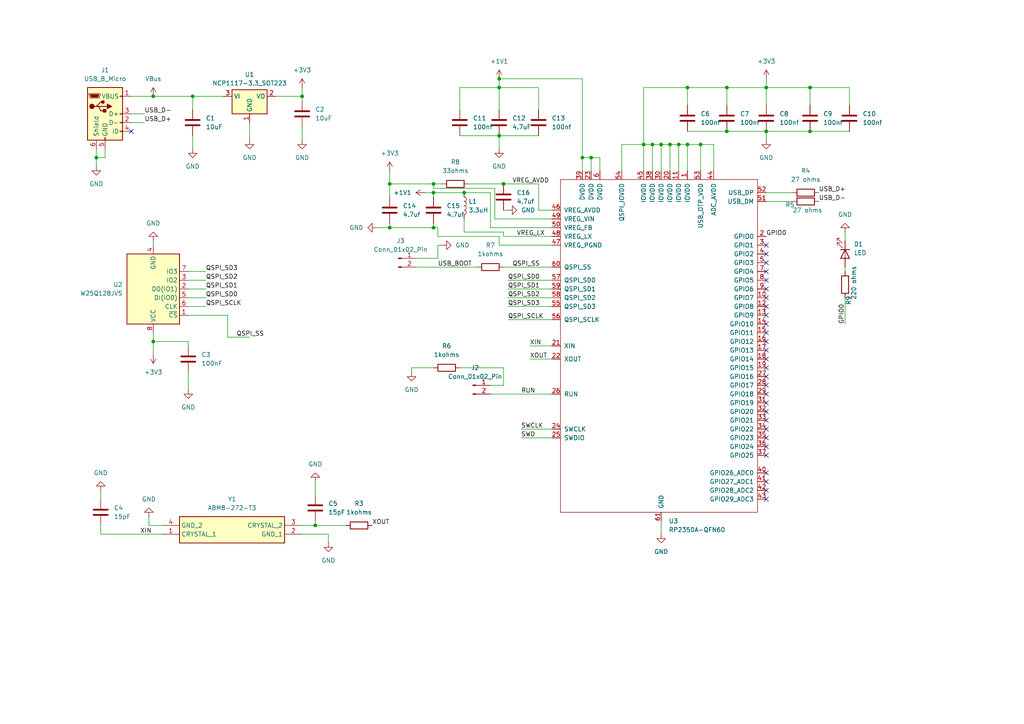
<source format=kicad_sch>
(kicad_sch
	(version 20231120)
	(generator "eeschema")
	(generator_version "8.0")
	(uuid "1ae52b47-a303-47ce-8beb-ad1cddf7ba42")
	(paper "A4")
	(lib_symbols
		(symbol "Connector:Conn_01x02_Pin"
			(pin_names
				(offset 1.016) hide)
			(exclude_from_sim no)
			(in_bom yes)
			(on_board yes)
			(property "Reference" "J"
				(at 0 2.54 0)
				(effects
					(font
						(size 1.27 1.27)
					)
				)
			)
			(property "Value" "Conn_01x02_Pin"
				(at 0 -5.08 0)
				(effects
					(font
						(size 1.27 1.27)
					)
				)
			)
			(property "Footprint" ""
				(at 0 0 0)
				(effects
					(font
						(size 1.27 1.27)
					)
					(hide yes)
				)
			)
			(property "Datasheet" "~"
				(at 0 0 0)
				(effects
					(font
						(size 1.27 1.27)
					)
					(hide yes)
				)
			)
			(property "Description" "Generic connector, single row, 01x02, script generated"
				(at 0 0 0)
				(effects
					(font
						(size 1.27 1.27)
					)
					(hide yes)
				)
			)
			(property "ki_locked" ""
				(at 0 0 0)
				(effects
					(font
						(size 1.27 1.27)
					)
				)
			)
			(property "ki_keywords" "connector"
				(at 0 0 0)
				(effects
					(font
						(size 1.27 1.27)
					)
					(hide yes)
				)
			)
			(property "ki_fp_filters" "Connector*:*_1x??_*"
				(at 0 0 0)
				(effects
					(font
						(size 1.27 1.27)
					)
					(hide yes)
				)
			)
			(symbol "Conn_01x02_Pin_1_1"
				(polyline
					(pts
						(xy 1.27 -2.54) (xy 0.8636 -2.54)
					)
					(stroke
						(width 0.1524)
						(type default)
					)
					(fill
						(type none)
					)
				)
				(polyline
					(pts
						(xy 1.27 0) (xy 0.8636 0)
					)
					(stroke
						(width 0.1524)
						(type default)
					)
					(fill
						(type none)
					)
				)
				(rectangle
					(start 0.8636 -2.413)
					(end 0 -2.667)
					(stroke
						(width 0.1524)
						(type default)
					)
					(fill
						(type outline)
					)
				)
				(rectangle
					(start 0.8636 0.127)
					(end 0 -0.127)
					(stroke
						(width 0.1524)
						(type default)
					)
					(fill
						(type outline)
					)
				)
				(pin passive line
					(at 5.08 0 180)
					(length 3.81)
					(name "Pin_1"
						(effects
							(font
								(size 1.27 1.27)
							)
						)
					)
					(number "1"
						(effects
							(font
								(size 1.27 1.27)
							)
						)
					)
				)
				(pin passive line
					(at 5.08 -2.54 180)
					(length 3.81)
					(name "Pin_2"
						(effects
							(font
								(size 1.27 1.27)
							)
						)
					)
					(number "2"
						(effects
							(font
								(size 1.27 1.27)
							)
						)
					)
				)
			)
		)
		(symbol "Connector:USB_B_Micro"
			(pin_names
				(offset 1.016)
			)
			(exclude_from_sim no)
			(in_bom yes)
			(on_board yes)
			(property "Reference" "J"
				(at -5.08 11.43 0)
				(effects
					(font
						(size 1.27 1.27)
					)
					(justify left)
				)
			)
			(property "Value" "USB_B_Micro"
				(at -5.08 8.89 0)
				(effects
					(font
						(size 1.27 1.27)
					)
					(justify left)
				)
			)
			(property "Footprint" ""
				(at 3.81 -1.27 0)
				(effects
					(font
						(size 1.27 1.27)
					)
					(hide yes)
				)
			)
			(property "Datasheet" "~"
				(at 3.81 -1.27 0)
				(effects
					(font
						(size 1.27 1.27)
					)
					(hide yes)
				)
			)
			(property "Description" "USB Micro Type B connector"
				(at 0 0 0)
				(effects
					(font
						(size 1.27 1.27)
					)
					(hide yes)
				)
			)
			(property "ki_keywords" "connector USB micro"
				(at 0 0 0)
				(effects
					(font
						(size 1.27 1.27)
					)
					(hide yes)
				)
			)
			(property "ki_fp_filters" "USB*"
				(at 0 0 0)
				(effects
					(font
						(size 1.27 1.27)
					)
					(hide yes)
				)
			)
			(symbol "USB_B_Micro_0_1"
				(rectangle
					(start -5.08 -7.62)
					(end 5.08 7.62)
					(stroke
						(width 0.254)
						(type default)
					)
					(fill
						(type background)
					)
				)
				(circle
					(center -3.81 2.159)
					(radius 0.635)
					(stroke
						(width 0.254)
						(type default)
					)
					(fill
						(type outline)
					)
				)
				(circle
					(center -0.635 3.429)
					(radius 0.381)
					(stroke
						(width 0.254)
						(type default)
					)
					(fill
						(type outline)
					)
				)
				(rectangle
					(start -0.127 -7.62)
					(end 0.127 -6.858)
					(stroke
						(width 0)
						(type default)
					)
					(fill
						(type none)
					)
				)
				(polyline
					(pts
						(xy -1.905 2.159) (xy 0.635 2.159)
					)
					(stroke
						(width 0.254)
						(type default)
					)
					(fill
						(type none)
					)
				)
				(polyline
					(pts
						(xy -3.175 2.159) (xy -2.54 2.159) (xy -1.27 3.429) (xy -0.635 3.429)
					)
					(stroke
						(width 0.254)
						(type default)
					)
					(fill
						(type none)
					)
				)
				(polyline
					(pts
						(xy -2.54 2.159) (xy -1.905 2.159) (xy -1.27 0.889) (xy 0 0.889)
					)
					(stroke
						(width 0.254)
						(type default)
					)
					(fill
						(type none)
					)
				)
				(polyline
					(pts
						(xy 0.635 2.794) (xy 0.635 1.524) (xy 1.905 2.159) (xy 0.635 2.794)
					)
					(stroke
						(width 0.254)
						(type default)
					)
					(fill
						(type outline)
					)
				)
				(polyline
					(pts
						(xy -4.318 5.588) (xy -1.778 5.588) (xy -2.032 4.826) (xy -4.064 4.826) (xy -4.318 5.588)
					)
					(stroke
						(width 0)
						(type default)
					)
					(fill
						(type outline)
					)
				)
				(polyline
					(pts
						(xy -4.699 5.842) (xy -4.699 5.588) (xy -4.445 4.826) (xy -4.445 4.572) (xy -1.651 4.572) (xy -1.651 4.826)
						(xy -1.397 5.588) (xy -1.397 5.842) (xy -4.699 5.842)
					)
					(stroke
						(width 0)
						(type default)
					)
					(fill
						(type none)
					)
				)
				(rectangle
					(start 0.254 1.27)
					(end -0.508 0.508)
					(stroke
						(width 0.254)
						(type default)
					)
					(fill
						(type outline)
					)
				)
				(rectangle
					(start 5.08 -5.207)
					(end 4.318 -4.953)
					(stroke
						(width 0)
						(type default)
					)
					(fill
						(type none)
					)
				)
				(rectangle
					(start 5.08 -2.667)
					(end 4.318 -2.413)
					(stroke
						(width 0)
						(type default)
					)
					(fill
						(type none)
					)
				)
				(rectangle
					(start 5.08 -0.127)
					(end 4.318 0.127)
					(stroke
						(width 0)
						(type default)
					)
					(fill
						(type none)
					)
				)
				(rectangle
					(start 5.08 4.953)
					(end 4.318 5.207)
					(stroke
						(width 0)
						(type default)
					)
					(fill
						(type none)
					)
				)
			)
			(symbol "USB_B_Micro_1_1"
				(pin power_out line
					(at 7.62 5.08 180)
					(length 2.54)
					(name "VBUS"
						(effects
							(font
								(size 1.27 1.27)
							)
						)
					)
					(number "1"
						(effects
							(font
								(size 1.27 1.27)
							)
						)
					)
				)
				(pin bidirectional line
					(at 7.62 -2.54 180)
					(length 2.54)
					(name "D-"
						(effects
							(font
								(size 1.27 1.27)
							)
						)
					)
					(number "2"
						(effects
							(font
								(size 1.27 1.27)
							)
						)
					)
				)
				(pin bidirectional line
					(at 7.62 0 180)
					(length 2.54)
					(name "D+"
						(effects
							(font
								(size 1.27 1.27)
							)
						)
					)
					(number "3"
						(effects
							(font
								(size 1.27 1.27)
							)
						)
					)
				)
				(pin passive line
					(at 7.62 -5.08 180)
					(length 2.54)
					(name "ID"
						(effects
							(font
								(size 1.27 1.27)
							)
						)
					)
					(number "4"
						(effects
							(font
								(size 1.27 1.27)
							)
						)
					)
				)
				(pin power_out line
					(at 0 -10.16 90)
					(length 2.54)
					(name "GND"
						(effects
							(font
								(size 1.27 1.27)
							)
						)
					)
					(number "5"
						(effects
							(font
								(size 1.27 1.27)
							)
						)
					)
				)
				(pin passive line
					(at -2.54 -10.16 90)
					(length 2.54)
					(name "Shield"
						(effects
							(font
								(size 1.27 1.27)
							)
						)
					)
					(number "6"
						(effects
							(font
								(size 1.27 1.27)
							)
						)
					)
				)
			)
		)
		(symbol "Crystal ABM8:ABM8-272-T3"
			(exclude_from_sim no)
			(in_bom yes)
			(on_board yes)
			(property "Reference" "Y"
				(at 36.83 7.62 0)
				(effects
					(font
						(size 1.27 1.27)
					)
					(justify left top)
				)
			)
			(property "Value" "ABM8-272-T3"
				(at 36.83 5.08 0)
				(effects
					(font
						(size 1.27 1.27)
					)
					(justify left top)
				)
			)
			(property "Footprint" "ABM8272T3"
				(at 36.83 -94.92 0)
				(effects
					(font
						(size 1.27 1.27)
					)
					(justify left top)
					(hide yes)
				)
			)
			(property "Datasheet" "https://abracon.com/datasheets/ABM8-272-T3.pdf"
				(at 36.83 -194.92 0)
				(effects
					(font
						(size 1.27 1.27)
					)
					(justify left top)
					(hide yes)
				)
			)
			(property "Description" "Crystal, 12 MHz, SMD, 3.2mm x 2.5mm, 30 ppm, 10 pF, 30 ppm, ABM8 Series"
				(at 0 0 0)
				(effects
					(font
						(size 1.27 1.27)
					)
					(hide yes)
				)
			)
			(property "Height" "0.8"
				(at 36.83 -394.92 0)
				(effects
					(font
						(size 1.27 1.27)
					)
					(justify left top)
					(hide yes)
				)
			)
			(property "Manufacturer_Name" "ABRACON"
				(at 36.83 -494.92 0)
				(effects
					(font
						(size 1.27 1.27)
					)
					(justify left top)
					(hide yes)
				)
			)
			(property "Manufacturer_Part_Number" "ABM8-272-T3"
				(at 36.83 -594.92 0)
				(effects
					(font
						(size 1.27 1.27)
					)
					(justify left top)
					(hide yes)
				)
			)
			(property "Mouser Part Number" "815-ABM8-272-T3"
				(at 36.83 -694.92 0)
				(effects
					(font
						(size 1.27 1.27)
					)
					(justify left top)
					(hide yes)
				)
			)
			(property "Mouser Price/Stock" "https://www.mouser.co.uk/ProductDetail/ABRACON/ABM8-272-T3?qs=QpmGXVUTftEj6miOiJBMxQ%3D%3D"
				(at 36.83 -794.92 0)
				(effects
					(font
						(size 1.27 1.27)
					)
					(justify left top)
					(hide yes)
				)
			)
			(property "Arrow Part Number" ""
				(at 36.83 -894.92 0)
				(effects
					(font
						(size 1.27 1.27)
					)
					(justify left top)
					(hide yes)
				)
			)
			(property "Arrow Price/Stock" ""
				(at 36.83 -994.92 0)
				(effects
					(font
						(size 1.27 1.27)
					)
					(justify left top)
					(hide yes)
				)
			)
			(symbol "ABM8-272-T3_1_1"
				(rectangle
					(start 5.08 2.54)
					(end 35.56 -5.08)
					(stroke
						(width 0.254)
						(type default)
					)
					(fill
						(type background)
					)
				)
				(pin passive line
					(at 0 -2.54 0)
					(length 5.08)
					(name "CRYSTAL_1"
						(effects
							(font
								(size 1.27 1.27)
							)
						)
					)
					(number "1"
						(effects
							(font
								(size 1.27 1.27)
							)
						)
					)
				)
				(pin passive line
					(at 40.64 -2.54 180)
					(length 5.08)
					(name "GND_1"
						(effects
							(font
								(size 1.27 1.27)
							)
						)
					)
					(number "2"
						(effects
							(font
								(size 1.27 1.27)
							)
						)
					)
				)
				(pin passive line
					(at 40.64 0 180)
					(length 5.08)
					(name "CRYSTAL_2"
						(effects
							(font
								(size 1.27 1.27)
							)
						)
					)
					(number "3"
						(effects
							(font
								(size 1.27 1.27)
							)
						)
					)
				)
				(pin passive line
					(at 0 0 0)
					(length 5.08)
					(name "GND_2"
						(effects
							(font
								(size 1.27 1.27)
							)
						)
					)
					(number "4"
						(effects
							(font
								(size 1.27 1.27)
							)
						)
					)
				)
			)
		)
		(symbol "Device:C"
			(pin_numbers hide)
			(pin_names
				(offset 0.254)
			)
			(exclude_from_sim no)
			(in_bom yes)
			(on_board yes)
			(property "Reference" "C"
				(at 0.635 2.54 0)
				(effects
					(font
						(size 1.27 1.27)
					)
					(justify left)
				)
			)
			(property "Value" "C"
				(at 0.635 -2.54 0)
				(effects
					(font
						(size 1.27 1.27)
					)
					(justify left)
				)
			)
			(property "Footprint" ""
				(at 0.9652 -3.81 0)
				(effects
					(font
						(size 1.27 1.27)
					)
					(hide yes)
				)
			)
			(property "Datasheet" "~"
				(at 0 0 0)
				(effects
					(font
						(size 1.27 1.27)
					)
					(hide yes)
				)
			)
			(property "Description" "Unpolarized capacitor"
				(at 0 0 0)
				(effects
					(font
						(size 1.27 1.27)
					)
					(hide yes)
				)
			)
			(property "ki_keywords" "cap capacitor"
				(at 0 0 0)
				(effects
					(font
						(size 1.27 1.27)
					)
					(hide yes)
				)
			)
			(property "ki_fp_filters" "C_*"
				(at 0 0 0)
				(effects
					(font
						(size 1.27 1.27)
					)
					(hide yes)
				)
			)
			(symbol "C_0_1"
				(polyline
					(pts
						(xy -2.032 -0.762) (xy 2.032 -0.762)
					)
					(stroke
						(width 0.508)
						(type default)
					)
					(fill
						(type none)
					)
				)
				(polyline
					(pts
						(xy -2.032 0.762) (xy 2.032 0.762)
					)
					(stroke
						(width 0.508)
						(type default)
					)
					(fill
						(type none)
					)
				)
			)
			(symbol "C_1_1"
				(pin passive line
					(at 0 3.81 270)
					(length 2.794)
					(name "~"
						(effects
							(font
								(size 1.27 1.27)
							)
						)
					)
					(number "1"
						(effects
							(font
								(size 1.27 1.27)
							)
						)
					)
				)
				(pin passive line
					(at 0 -3.81 90)
					(length 2.794)
					(name "~"
						(effects
							(font
								(size 1.27 1.27)
							)
						)
					)
					(number "2"
						(effects
							(font
								(size 1.27 1.27)
							)
						)
					)
				)
			)
		)
		(symbol "Device:L"
			(pin_numbers hide)
			(pin_names
				(offset 1.016) hide)
			(exclude_from_sim no)
			(in_bom yes)
			(on_board yes)
			(property "Reference" "L"
				(at -1.27 0 90)
				(effects
					(font
						(size 1.27 1.27)
					)
				)
			)
			(property "Value" "L"
				(at 1.905 0 90)
				(effects
					(font
						(size 1.27 1.27)
					)
				)
			)
			(property "Footprint" ""
				(at 0 0 0)
				(effects
					(font
						(size 1.27 1.27)
					)
					(hide yes)
				)
			)
			(property "Datasheet" "~"
				(at 0 0 0)
				(effects
					(font
						(size 1.27 1.27)
					)
					(hide yes)
				)
			)
			(property "Description" "Inductor"
				(at 0 0 0)
				(effects
					(font
						(size 1.27 1.27)
					)
					(hide yes)
				)
			)
			(property "ki_keywords" "inductor choke coil reactor magnetic"
				(at 0 0 0)
				(effects
					(font
						(size 1.27 1.27)
					)
					(hide yes)
				)
			)
			(property "ki_fp_filters" "Choke_* *Coil* Inductor_* L_*"
				(at 0 0 0)
				(effects
					(font
						(size 1.27 1.27)
					)
					(hide yes)
				)
			)
			(symbol "L_0_1"
				(arc
					(start 0 -2.54)
					(mid 0.6323 -1.905)
					(end 0 -1.27)
					(stroke
						(width 0)
						(type default)
					)
					(fill
						(type none)
					)
				)
				(arc
					(start 0 -1.27)
					(mid 0.6323 -0.635)
					(end 0 0)
					(stroke
						(width 0)
						(type default)
					)
					(fill
						(type none)
					)
				)
				(arc
					(start 0 0)
					(mid 0.6323 0.635)
					(end 0 1.27)
					(stroke
						(width 0)
						(type default)
					)
					(fill
						(type none)
					)
				)
				(arc
					(start 0 1.27)
					(mid 0.6323 1.905)
					(end 0 2.54)
					(stroke
						(width 0)
						(type default)
					)
					(fill
						(type none)
					)
				)
			)
			(symbol "L_1_1"
				(pin passive line
					(at 0 3.81 270)
					(length 1.27)
					(name "1"
						(effects
							(font
								(size 1.27 1.27)
							)
						)
					)
					(number "1"
						(effects
							(font
								(size 1.27 1.27)
							)
						)
					)
				)
				(pin passive line
					(at 0 -3.81 90)
					(length 1.27)
					(name "2"
						(effects
							(font
								(size 1.27 1.27)
							)
						)
					)
					(number "2"
						(effects
							(font
								(size 1.27 1.27)
							)
						)
					)
				)
			)
		)
		(symbol "Device:LED"
			(pin_numbers hide)
			(pin_names
				(offset 1.016) hide)
			(exclude_from_sim no)
			(in_bom yes)
			(on_board yes)
			(property "Reference" "D"
				(at 0 2.54 0)
				(effects
					(font
						(size 1.27 1.27)
					)
				)
			)
			(property "Value" "LED"
				(at 0 -2.54 0)
				(effects
					(font
						(size 1.27 1.27)
					)
				)
			)
			(property "Footprint" ""
				(at 0 0 0)
				(effects
					(font
						(size 1.27 1.27)
					)
					(hide yes)
				)
			)
			(property "Datasheet" "~"
				(at 0 0 0)
				(effects
					(font
						(size 1.27 1.27)
					)
					(hide yes)
				)
			)
			(property "Description" "Light emitting diode"
				(at 0 0 0)
				(effects
					(font
						(size 1.27 1.27)
					)
					(hide yes)
				)
			)
			(property "ki_keywords" "LED diode"
				(at 0 0 0)
				(effects
					(font
						(size 1.27 1.27)
					)
					(hide yes)
				)
			)
			(property "ki_fp_filters" "LED* LED_SMD:* LED_THT:*"
				(at 0 0 0)
				(effects
					(font
						(size 1.27 1.27)
					)
					(hide yes)
				)
			)
			(symbol "LED_0_1"
				(polyline
					(pts
						(xy -1.27 -1.27) (xy -1.27 1.27)
					)
					(stroke
						(width 0.254)
						(type default)
					)
					(fill
						(type none)
					)
				)
				(polyline
					(pts
						(xy -1.27 0) (xy 1.27 0)
					)
					(stroke
						(width 0)
						(type default)
					)
					(fill
						(type none)
					)
				)
				(polyline
					(pts
						(xy 1.27 -1.27) (xy 1.27 1.27) (xy -1.27 0) (xy 1.27 -1.27)
					)
					(stroke
						(width 0.254)
						(type default)
					)
					(fill
						(type none)
					)
				)
				(polyline
					(pts
						(xy -3.048 -0.762) (xy -4.572 -2.286) (xy -3.81 -2.286) (xy -4.572 -2.286) (xy -4.572 -1.524)
					)
					(stroke
						(width 0)
						(type default)
					)
					(fill
						(type none)
					)
				)
				(polyline
					(pts
						(xy -1.778 -0.762) (xy -3.302 -2.286) (xy -2.54 -2.286) (xy -3.302 -2.286) (xy -3.302 -1.524)
					)
					(stroke
						(width 0)
						(type default)
					)
					(fill
						(type none)
					)
				)
			)
			(symbol "LED_1_1"
				(pin passive line
					(at -3.81 0 0)
					(length 2.54)
					(name "K"
						(effects
							(font
								(size 1.27 1.27)
							)
						)
					)
					(number "1"
						(effects
							(font
								(size 1.27 1.27)
							)
						)
					)
				)
				(pin passive line
					(at 3.81 0 180)
					(length 2.54)
					(name "A"
						(effects
							(font
								(size 1.27 1.27)
							)
						)
					)
					(number "2"
						(effects
							(font
								(size 1.27 1.27)
							)
						)
					)
				)
			)
		)
		(symbol "Device:R"
			(pin_numbers hide)
			(pin_names
				(offset 0)
			)
			(exclude_from_sim no)
			(in_bom yes)
			(on_board yes)
			(property "Reference" "R"
				(at 2.032 0 90)
				(effects
					(font
						(size 1.27 1.27)
					)
				)
			)
			(property "Value" "R"
				(at 0 0 90)
				(effects
					(font
						(size 1.27 1.27)
					)
				)
			)
			(property "Footprint" ""
				(at -1.778 0 90)
				(effects
					(font
						(size 1.27 1.27)
					)
					(hide yes)
				)
			)
			(property "Datasheet" "~"
				(at 0 0 0)
				(effects
					(font
						(size 1.27 1.27)
					)
					(hide yes)
				)
			)
			(property "Description" "Resistor"
				(at 0 0 0)
				(effects
					(font
						(size 1.27 1.27)
					)
					(hide yes)
				)
			)
			(property "ki_keywords" "R res resistor"
				(at 0 0 0)
				(effects
					(font
						(size 1.27 1.27)
					)
					(hide yes)
				)
			)
			(property "ki_fp_filters" "R_*"
				(at 0 0 0)
				(effects
					(font
						(size 1.27 1.27)
					)
					(hide yes)
				)
			)
			(symbol "R_0_1"
				(rectangle
					(start -1.016 -2.54)
					(end 1.016 2.54)
					(stroke
						(width 0.254)
						(type default)
					)
					(fill
						(type none)
					)
				)
			)
			(symbol "R_1_1"
				(pin passive line
					(at 0 3.81 270)
					(length 1.27)
					(name "~"
						(effects
							(font
								(size 1.27 1.27)
							)
						)
					)
					(number "1"
						(effects
							(font
								(size 1.27 1.27)
							)
						)
					)
				)
				(pin passive line
					(at 0 -3.81 90)
					(length 1.27)
					(name "~"
						(effects
							(font
								(size 1.27 1.27)
							)
						)
					)
					(number "2"
						(effects
							(font
								(size 1.27 1.27)
							)
						)
					)
				)
			)
		)
		(symbol "Memory_Flash:W25Q128JVS"
			(exclude_from_sim no)
			(in_bom yes)
			(on_board yes)
			(property "Reference" "U"
				(at -8.89 8.89 0)
				(effects
					(font
						(size 1.27 1.27)
					)
				)
			)
			(property "Value" "W25Q128JVS"
				(at 7.62 8.89 0)
				(effects
					(font
						(size 1.27 1.27)
					)
				)
			)
			(property "Footprint" "Package_SO:SOIC-8_5.23x5.23mm_P1.27mm"
				(at 0 0 0)
				(effects
					(font
						(size 1.27 1.27)
					)
					(hide yes)
				)
			)
			(property "Datasheet" "http://www.winbond.com/resource-files/w25q128jv_dtr%20revc%2003272018%20plus.pdf"
				(at 0 0 0)
				(effects
					(font
						(size 1.27 1.27)
					)
					(hide yes)
				)
			)
			(property "Description" "128Mb Serial Flash Memory, Standard/Dual/Quad SPI, SOIC-8"
				(at 0 0 0)
				(effects
					(font
						(size 1.27 1.27)
					)
					(hide yes)
				)
			)
			(property "ki_keywords" "flash memory SPI QPI DTR"
				(at 0 0 0)
				(effects
					(font
						(size 1.27 1.27)
					)
					(hide yes)
				)
			)
			(property "ki_fp_filters" "SOIC*5.23x5.23mm*P1.27mm*"
				(at 0 0 0)
				(effects
					(font
						(size 1.27 1.27)
					)
					(hide yes)
				)
			)
			(symbol "W25Q128JVS_0_1"
				(rectangle
					(start -7.62 10.16)
					(end 7.62 -10.16)
					(stroke
						(width 0.254)
						(type default)
					)
					(fill
						(type background)
					)
				)
			)
			(symbol "W25Q128JVS_1_1"
				(pin input line
					(at -10.16 7.62 0)
					(length 2.54)
					(name "~{CS}"
						(effects
							(font
								(size 1.27 1.27)
							)
						)
					)
					(number "1"
						(effects
							(font
								(size 1.27 1.27)
							)
						)
					)
				)
				(pin bidirectional line
					(at -10.16 0 0)
					(length 2.54)
					(name "DO(IO1)"
						(effects
							(font
								(size 1.27 1.27)
							)
						)
					)
					(number "2"
						(effects
							(font
								(size 1.27 1.27)
							)
						)
					)
				)
				(pin bidirectional line
					(at -10.16 -2.54 0)
					(length 2.54)
					(name "IO2"
						(effects
							(font
								(size 1.27 1.27)
							)
						)
					)
					(number "3"
						(effects
							(font
								(size 1.27 1.27)
							)
						)
					)
				)
				(pin power_in line
					(at 0 -12.7 90)
					(length 2.54)
					(name "GND"
						(effects
							(font
								(size 1.27 1.27)
							)
						)
					)
					(number "4"
						(effects
							(font
								(size 1.27 1.27)
							)
						)
					)
				)
				(pin bidirectional line
					(at -10.16 2.54 0)
					(length 2.54)
					(name "DI(IO0)"
						(effects
							(font
								(size 1.27 1.27)
							)
						)
					)
					(number "5"
						(effects
							(font
								(size 1.27 1.27)
							)
						)
					)
				)
				(pin input line
					(at -10.16 5.08 0)
					(length 2.54)
					(name "CLK"
						(effects
							(font
								(size 1.27 1.27)
							)
						)
					)
					(number "6"
						(effects
							(font
								(size 1.27 1.27)
							)
						)
					)
				)
				(pin bidirectional line
					(at -10.16 -5.08 0)
					(length 2.54)
					(name "IO3"
						(effects
							(font
								(size 1.27 1.27)
							)
						)
					)
					(number "7"
						(effects
							(font
								(size 1.27 1.27)
							)
						)
					)
				)
				(pin power_in line
					(at 0 12.7 270)
					(length 2.54)
					(name "VCC"
						(effects
							(font
								(size 1.27 1.27)
							)
						)
					)
					(number "8"
						(effects
							(font
								(size 1.27 1.27)
							)
						)
					)
				)
			)
		)
		(symbol "RP2350:RP2350A-QFN60"
			(pin_names
				(offset 1.016)
			)
			(exclude_from_sim no)
			(in_bom yes)
			(on_board yes)
			(property "Reference" "U"
				(at 0 -1.27 0)
				(effects
					(font
						(size 1.27 1.27)
					)
				)
			)
			(property "Value" "RP2350A-QFN60"
				(at 0 1.27 0)
				(effects
					(font
						(size 1.27 1.27)
					)
				)
			)
			(property "Footprint" ""
				(at -11.43 17.78 0)
				(effects
					(font
						(size 1.27 1.27)
					)
					(hide yes)
				)
			)
			(property "Datasheet" ""
				(at -11.43 17.78 0)
				(effects
					(font
						(size 1.27 1.27)
					)
					(hide yes)
				)
			)
			(property "Description" ""
				(at -6.35 13.97 0)
				(effects
					(font
						(size 1.27 1.27)
					)
					(hide yes)
				)
			)
			(symbol "RP2350A-QFN60_0_1"
				(rectangle
					(start -29.21 44.45)
					(end 27.94 -52.07)
					(stroke
						(width 0)
						(type default)
					)
					(fill
						(type none)
					)
				)
			)
			(symbol "RP2350A-QFN60_1_0"
				(pin passive line
					(at 0 -54.61 90)
					(length 2.54)
					(name "GND"
						(effects
							(font
								(size 1.27 1.27)
							)
						)
					)
					(number "61"
						(effects
							(font
								(size 1.27 1.27)
							)
						)
					)
				)
			)
			(symbol "RP2350A-QFN60_1_1"
				(pin power_in line
					(at 7.62 46.99 270)
					(length 2.54)
					(name "IOVDD"
						(effects
							(font
								(size 1.27 1.27)
							)
						)
					)
					(number "1"
						(effects
							(font
								(size 1.27 1.27)
							)
						)
					)
				)
				(pin bidirectional line
					(at 30.48 10.16 180)
					(length 2.54)
					(name "GPIO7"
						(effects
							(font
								(size 1.27 1.27)
							)
						)
					)
					(number "10"
						(effects
							(font
								(size 1.27 1.27)
							)
						)
					)
				)
				(pin power_in line
					(at 5.08 46.99 270)
					(length 2.54)
					(name "IOVDD"
						(effects
							(font
								(size 1.27 1.27)
							)
						)
					)
					(number "11"
						(effects
							(font
								(size 1.27 1.27)
							)
						)
					)
				)
				(pin bidirectional line
					(at 30.48 7.62 180)
					(length 2.54)
					(name "GPIO8"
						(effects
							(font
								(size 1.27 1.27)
							)
						)
					)
					(number "12"
						(effects
							(font
								(size 1.27 1.27)
							)
						)
					)
				)
				(pin bidirectional line
					(at 30.48 5.08 180)
					(length 2.54)
					(name "GPIO9"
						(effects
							(font
								(size 1.27 1.27)
							)
						)
					)
					(number "13"
						(effects
							(font
								(size 1.27 1.27)
							)
						)
					)
				)
				(pin bidirectional line
					(at 30.48 2.54 180)
					(length 2.54)
					(name "GPIO10"
						(effects
							(font
								(size 1.27 1.27)
							)
						)
					)
					(number "14"
						(effects
							(font
								(size 1.27 1.27)
							)
						)
					)
				)
				(pin bidirectional line
					(at 30.48 0 180)
					(length 2.54)
					(name "GPIO11"
						(effects
							(font
								(size 1.27 1.27)
							)
						)
					)
					(number "15"
						(effects
							(font
								(size 1.27 1.27)
							)
						)
					)
				)
				(pin bidirectional line
					(at 30.48 -2.54 180)
					(length 2.54)
					(name "GPIO12"
						(effects
							(font
								(size 1.27 1.27)
							)
						)
					)
					(number "16"
						(effects
							(font
								(size 1.27 1.27)
							)
						)
					)
				)
				(pin bidirectional line
					(at 30.48 -5.08 180)
					(length 2.54)
					(name "GPIO13"
						(effects
							(font
								(size 1.27 1.27)
							)
						)
					)
					(number "17"
						(effects
							(font
								(size 1.27 1.27)
							)
						)
					)
				)
				(pin bidirectional line
					(at 30.48 -7.62 180)
					(length 2.54)
					(name "GPIO14"
						(effects
							(font
								(size 1.27 1.27)
							)
						)
					)
					(number "18"
						(effects
							(font
								(size 1.27 1.27)
							)
						)
					)
				)
				(pin bidirectional line
					(at 30.48 -10.16 180)
					(length 2.54)
					(name "GPIO15"
						(effects
							(font
								(size 1.27 1.27)
							)
						)
					)
					(number "19"
						(effects
							(font
								(size 1.27 1.27)
							)
						)
					)
				)
				(pin bidirectional line
					(at 30.48 27.94 180)
					(length 2.54)
					(name "GPIO0"
						(effects
							(font
								(size 1.27 1.27)
							)
						)
					)
					(number "2"
						(effects
							(font
								(size 1.27 1.27)
							)
						)
					)
				)
				(pin power_in line
					(at 2.54 46.99 270)
					(length 2.54)
					(name "IOVDD"
						(effects
							(font
								(size 1.27 1.27)
							)
						)
					)
					(number "20"
						(effects
							(font
								(size 1.27 1.27)
							)
						)
					)
				)
				(pin input line
					(at -31.75 -3.81 0)
					(length 2.54)
					(name "XIN"
						(effects
							(font
								(size 1.27 1.27)
							)
						)
					)
					(number "21"
						(effects
							(font
								(size 1.27 1.27)
							)
						)
					)
				)
				(pin output line
					(at -31.75 -7.62 0)
					(length 2.54)
					(name "XOUT"
						(effects
							(font
								(size 1.27 1.27)
							)
						)
					)
					(number "22"
						(effects
							(font
								(size 1.27 1.27)
							)
						)
					)
				)
				(pin power_in line
					(at -20.32 46.99 270)
					(length 2.54)
					(name "DVDD"
						(effects
							(font
								(size 1.27 1.27)
							)
						)
					)
					(number "23"
						(effects
							(font
								(size 1.27 1.27)
							)
						)
					)
				)
				(pin input line
					(at -31.75 -27.94 0)
					(length 2.54)
					(name "SWCLK"
						(effects
							(font
								(size 1.27 1.27)
							)
						)
					)
					(number "24"
						(effects
							(font
								(size 1.27 1.27)
							)
						)
					)
				)
				(pin bidirectional line
					(at -31.75 -30.48 0)
					(length 2.54)
					(name "SWDIO"
						(effects
							(font
								(size 1.27 1.27)
							)
						)
					)
					(number "25"
						(effects
							(font
								(size 1.27 1.27)
							)
						)
					)
				)
				(pin input line
					(at -31.75 -17.78 0)
					(length 2.54)
					(name "RUN"
						(effects
							(font
								(size 1.27 1.27)
							)
						)
					)
					(number "26"
						(effects
							(font
								(size 1.27 1.27)
							)
						)
					)
				)
				(pin bidirectional line
					(at 30.48 -12.7 180)
					(length 2.54)
					(name "GPIO16"
						(effects
							(font
								(size 1.27 1.27)
							)
						)
					)
					(number "27"
						(effects
							(font
								(size 1.27 1.27)
							)
						)
					)
				)
				(pin bidirectional line
					(at 30.48 -15.24 180)
					(length 2.54)
					(name "GPIO17"
						(effects
							(font
								(size 1.27 1.27)
							)
						)
					)
					(number "28"
						(effects
							(font
								(size 1.27 1.27)
							)
						)
					)
				)
				(pin bidirectional line
					(at 30.48 -17.78 180)
					(length 2.54)
					(name "GPIO18"
						(effects
							(font
								(size 1.27 1.27)
							)
						)
					)
					(number "29"
						(effects
							(font
								(size 1.27 1.27)
							)
						)
					)
				)
				(pin bidirectional line
					(at 30.48 25.4 180)
					(length 2.54)
					(name "GPIO1"
						(effects
							(font
								(size 1.27 1.27)
							)
						)
					)
					(number "3"
						(effects
							(font
								(size 1.27 1.27)
							)
						)
					)
				)
				(pin power_in line
					(at 0 46.99 270)
					(length 2.54)
					(name "IOVDD"
						(effects
							(font
								(size 1.27 1.27)
							)
						)
					)
					(number "30"
						(effects
							(font
								(size 1.27 1.27)
							)
						)
					)
				)
				(pin bidirectional line
					(at 30.48 -20.32 180)
					(length 2.54)
					(name "GPIO19"
						(effects
							(font
								(size 1.27 1.27)
							)
						)
					)
					(number "31"
						(effects
							(font
								(size 1.27 1.27)
							)
						)
					)
				)
				(pin bidirectional line
					(at 30.48 -22.86 180)
					(length 2.54)
					(name "GPIO20"
						(effects
							(font
								(size 1.27 1.27)
							)
						)
					)
					(number "32"
						(effects
							(font
								(size 1.27 1.27)
							)
						)
					)
				)
				(pin bidirectional line
					(at 30.48 -25.4 180)
					(length 2.54)
					(name "GPIO21"
						(effects
							(font
								(size 1.27 1.27)
							)
						)
					)
					(number "33"
						(effects
							(font
								(size 1.27 1.27)
							)
						)
					)
				)
				(pin bidirectional line
					(at 30.48 -27.94 180)
					(length 2.54)
					(name "GPIO22"
						(effects
							(font
								(size 1.27 1.27)
							)
						)
					)
					(number "34"
						(effects
							(font
								(size 1.27 1.27)
							)
						)
					)
				)
				(pin bidirectional line
					(at 30.48 -30.48 180)
					(length 2.54)
					(name "GPIO23"
						(effects
							(font
								(size 1.27 1.27)
							)
						)
					)
					(number "35"
						(effects
							(font
								(size 1.27 1.27)
							)
						)
					)
				)
				(pin bidirectional line
					(at 30.48 -33.02 180)
					(length 2.54)
					(name "GPIO24"
						(effects
							(font
								(size 1.27 1.27)
							)
						)
					)
					(number "36"
						(effects
							(font
								(size 1.27 1.27)
							)
						)
					)
				)
				(pin bidirectional line
					(at 30.48 -35.56 180)
					(length 2.54)
					(name "GPIO25"
						(effects
							(font
								(size 1.27 1.27)
							)
						)
					)
					(number "37"
						(effects
							(font
								(size 1.27 1.27)
							)
						)
					)
				)
				(pin power_in line
					(at -2.54 46.99 270)
					(length 2.54)
					(name "IOVDD"
						(effects
							(font
								(size 1.27 1.27)
							)
						)
					)
					(number "38"
						(effects
							(font
								(size 1.27 1.27)
							)
						)
					)
				)
				(pin power_in line
					(at -22.86 46.99 270)
					(length 2.54)
					(name "DVDD"
						(effects
							(font
								(size 1.27 1.27)
							)
						)
					)
					(number "39"
						(effects
							(font
								(size 1.27 1.27)
							)
						)
					)
				)
				(pin bidirectional line
					(at 30.48 22.86 180)
					(length 2.54)
					(name "GPIO2"
						(effects
							(font
								(size 1.27 1.27)
							)
						)
					)
					(number "4"
						(effects
							(font
								(size 1.27 1.27)
							)
						)
					)
				)
				(pin bidirectional line
					(at 30.48 -40.64 180)
					(length 2.54)
					(name "GPIO26_ADC0"
						(effects
							(font
								(size 1.27 1.27)
							)
						)
					)
					(number "40"
						(effects
							(font
								(size 1.27 1.27)
							)
						)
					)
				)
				(pin bidirectional line
					(at 30.48 -43.18 180)
					(length 2.54)
					(name "GPIO27_ADC1"
						(effects
							(font
								(size 1.27 1.27)
							)
						)
					)
					(number "41"
						(effects
							(font
								(size 1.27 1.27)
							)
						)
					)
				)
				(pin bidirectional line
					(at 30.48 -45.72 180)
					(length 2.54)
					(name "GPIO28_ADC2"
						(effects
							(font
								(size 1.27 1.27)
							)
						)
					)
					(number "42"
						(effects
							(font
								(size 1.27 1.27)
							)
						)
					)
				)
				(pin bidirectional line
					(at 30.48 -48.26 180)
					(length 2.54)
					(name "GPIO29_ADC3"
						(effects
							(font
								(size 1.27 1.27)
							)
						)
					)
					(number "43"
						(effects
							(font
								(size 1.27 1.27)
							)
						)
					)
				)
				(pin power_in line
					(at 15.24 46.99 270)
					(length 2.54)
					(name "ADC_AVDD"
						(effects
							(font
								(size 1.27 1.27)
							)
						)
					)
					(number "44"
						(effects
							(font
								(size 1.27 1.27)
							)
						)
					)
				)
				(pin power_in line
					(at -5.08 46.99 270)
					(length 2.54)
					(name "IOVDD"
						(effects
							(font
								(size 1.27 1.27)
							)
						)
					)
					(number "45"
						(effects
							(font
								(size 1.27 1.27)
							)
						)
					)
				)
				(pin power_in line
					(at -31.75 35.56 0)
					(length 2.54)
					(name "VREG_AVDD"
						(effects
							(font
								(size 1.27 1.27)
							)
						)
					)
					(number "46"
						(effects
							(font
								(size 1.27 1.27)
							)
						)
					)
				)
				(pin input line
					(at -31.75 25.4 0)
					(length 2.54)
					(name "VREG_PGND"
						(effects
							(font
								(size 1.27 1.27)
							)
						)
					)
					(number "47"
						(effects
							(font
								(size 1.27 1.27)
							)
						)
					)
				)
				(pin power_out line
					(at -31.75 27.94 0)
					(length 2.54)
					(name "VREG_LX"
						(effects
							(font
								(size 1.27 1.27)
							)
						)
					)
					(number "48"
						(effects
							(font
								(size 1.27 1.27)
							)
						)
					)
				)
				(pin power_in line
					(at -31.75 33.02 0)
					(length 2.54)
					(name "VREG_VIN"
						(effects
							(font
								(size 1.27 1.27)
							)
						)
					)
					(number "49"
						(effects
							(font
								(size 1.27 1.27)
							)
						)
					)
				)
				(pin bidirectional line
					(at 30.48 20.32 180)
					(length 2.54)
					(name "GPIO3"
						(effects
							(font
								(size 1.27 1.27)
							)
						)
					)
					(number "5"
						(effects
							(font
								(size 1.27 1.27)
							)
						)
					)
				)
				(pin power_in line
					(at -31.75 30.48 0)
					(length 2.54)
					(name "VREG_FB"
						(effects
							(font
								(size 1.27 1.27)
							)
						)
					)
					(number "50"
						(effects
							(font
								(size 1.27 1.27)
							)
						)
					)
				)
				(pin bidirectional line
					(at 30.48 38.1 180)
					(length 2.54)
					(name "USB_DM"
						(effects
							(font
								(size 1.27 1.27)
							)
						)
					)
					(number "51"
						(effects
							(font
								(size 1.27 1.27)
							)
						)
					)
				)
				(pin bidirectional line
					(at 30.48 40.64 180)
					(length 2.54)
					(name "USB_DP"
						(effects
							(font
								(size 1.27 1.27)
							)
						)
					)
					(number "52"
						(effects
							(font
								(size 1.27 1.27)
							)
						)
					)
				)
				(pin power_in line
					(at 11.43 46.99 270)
					(length 2.54)
					(name "USB_OTP_VDD"
						(effects
							(font
								(size 1.27 1.27)
							)
						)
					)
					(number "53"
						(effects
							(font
								(size 1.27 1.27)
							)
						)
					)
				)
				(pin power_in line
					(at -11.43 46.99 270)
					(length 2.54)
					(name "QSPI_IOVDD"
						(effects
							(font
								(size 1.27 1.27)
							)
						)
					)
					(number "54"
						(effects
							(font
								(size 1.27 1.27)
							)
						)
					)
				)
				(pin bidirectional line
					(at -31.75 7.62 0)
					(length 2.54)
					(name "QSPI_SD3"
						(effects
							(font
								(size 1.27 1.27)
							)
						)
					)
					(number "55"
						(effects
							(font
								(size 1.27 1.27)
							)
						)
					)
				)
				(pin bidirectional line
					(at -31.75 3.81 0)
					(length 2.54)
					(name "QSPI_SCLK"
						(effects
							(font
								(size 1.27 1.27)
							)
						)
					)
					(number "56"
						(effects
							(font
								(size 1.27 1.27)
							)
						)
					)
				)
				(pin bidirectional line
					(at -31.75 15.24 0)
					(length 2.54)
					(name "QSPI_SD0"
						(effects
							(font
								(size 1.27 1.27)
							)
						)
					)
					(number "57"
						(effects
							(font
								(size 1.27 1.27)
							)
						)
					)
				)
				(pin bidirectional line
					(at -31.75 10.16 0)
					(length 2.54)
					(name "QSPI_SD2"
						(effects
							(font
								(size 1.27 1.27)
							)
						)
					)
					(number "58"
						(effects
							(font
								(size 1.27 1.27)
							)
						)
					)
				)
				(pin bidirectional line
					(at -31.75 12.7 0)
					(length 2.54)
					(name "QSPI_SD1"
						(effects
							(font
								(size 1.27 1.27)
							)
						)
					)
					(number "59"
						(effects
							(font
								(size 1.27 1.27)
							)
						)
					)
				)
				(pin power_in line
					(at -17.78 46.99 270)
					(length 2.54)
					(name "DVDD"
						(effects
							(font
								(size 1.27 1.27)
							)
						)
					)
					(number "6"
						(effects
							(font
								(size 1.27 1.27)
							)
						)
					)
				)
				(pin bidirectional line
					(at -31.75 19.05 0)
					(length 2.54)
					(name "QSPI_SS"
						(effects
							(font
								(size 1.27 1.27)
							)
						)
					)
					(number "60"
						(effects
							(font
								(size 1.27 1.27)
							)
						)
					)
				)
				(pin bidirectional line
					(at 30.48 17.78 180)
					(length 2.54)
					(name "GPIO4"
						(effects
							(font
								(size 1.27 1.27)
							)
						)
					)
					(number "7"
						(effects
							(font
								(size 1.27 1.27)
							)
						)
					)
				)
				(pin bidirectional line
					(at 30.48 15.24 180)
					(length 2.54)
					(name "GPIO5"
						(effects
							(font
								(size 1.27 1.27)
							)
						)
					)
					(number "8"
						(effects
							(font
								(size 1.27 1.27)
							)
						)
					)
				)
				(pin bidirectional line
					(at 30.48 12.7 180)
					(length 2.54)
					(name "GPIO6"
						(effects
							(font
								(size 1.27 1.27)
							)
						)
					)
					(number "9"
						(effects
							(font
								(size 1.27 1.27)
							)
						)
					)
				)
			)
		)
		(symbol "Regulator_Linear:NCP1117-3.3_SOT223"
			(exclude_from_sim no)
			(in_bom yes)
			(on_board yes)
			(property "Reference" "U"
				(at -3.81 3.175 0)
				(effects
					(font
						(size 1.27 1.27)
					)
				)
			)
			(property "Value" "NCP1117-3.3_SOT223"
				(at 0 3.175 0)
				(effects
					(font
						(size 1.27 1.27)
					)
					(justify left)
				)
			)
			(property "Footprint" "Package_TO_SOT_SMD:SOT-223-3_TabPin2"
				(at 0 5.08 0)
				(effects
					(font
						(size 1.27 1.27)
					)
					(hide yes)
				)
			)
			(property "Datasheet" "http://www.onsemi.com/pub_link/Collateral/NCP1117-D.PDF"
				(at 2.54 -6.35 0)
				(effects
					(font
						(size 1.27 1.27)
					)
					(hide yes)
				)
			)
			(property "Description" "1A Low drop-out regulator, Fixed Output 3.3V, SOT-223"
				(at 0 0 0)
				(effects
					(font
						(size 1.27 1.27)
					)
					(hide yes)
				)
			)
			(property "ki_keywords" "REGULATOR LDO 3.3V"
				(at 0 0 0)
				(effects
					(font
						(size 1.27 1.27)
					)
					(hide yes)
				)
			)
			(property "ki_fp_filters" "SOT?223*TabPin2*"
				(at 0 0 0)
				(effects
					(font
						(size 1.27 1.27)
					)
					(hide yes)
				)
			)
			(symbol "NCP1117-3.3_SOT223_0_1"
				(rectangle
					(start -5.08 -5.08)
					(end 5.08 1.905)
					(stroke
						(width 0.254)
						(type default)
					)
					(fill
						(type background)
					)
				)
			)
			(symbol "NCP1117-3.3_SOT223_1_1"
				(pin power_in line
					(at 0 -7.62 90)
					(length 2.54)
					(name "GND"
						(effects
							(font
								(size 1.27 1.27)
							)
						)
					)
					(number "1"
						(effects
							(font
								(size 1.27 1.27)
							)
						)
					)
				)
				(pin power_out line
					(at 7.62 0 180)
					(length 2.54)
					(name "VO"
						(effects
							(font
								(size 1.27 1.27)
							)
						)
					)
					(number "2"
						(effects
							(font
								(size 1.27 1.27)
							)
						)
					)
				)
				(pin power_in line
					(at -7.62 0 0)
					(length 2.54)
					(name "VI"
						(effects
							(font
								(size 1.27 1.27)
							)
						)
					)
					(number "3"
						(effects
							(font
								(size 1.27 1.27)
							)
						)
					)
				)
			)
		)
		(symbol "power:+1V1"
			(power)
			(pin_numbers hide)
			(pin_names
				(offset 0) hide)
			(exclude_from_sim no)
			(in_bom yes)
			(on_board yes)
			(property "Reference" "#PWR"
				(at 0 -3.81 0)
				(effects
					(font
						(size 1.27 1.27)
					)
					(hide yes)
				)
			)
			(property "Value" "+1V1"
				(at 0 3.556 0)
				(effects
					(font
						(size 1.27 1.27)
					)
				)
			)
			(property "Footprint" ""
				(at 0 0 0)
				(effects
					(font
						(size 1.27 1.27)
					)
					(hide yes)
				)
			)
			(property "Datasheet" ""
				(at 0 0 0)
				(effects
					(font
						(size 1.27 1.27)
					)
					(hide yes)
				)
			)
			(property "Description" "Power symbol creates a global label with name \"+1V1\""
				(at 0 0 0)
				(effects
					(font
						(size 1.27 1.27)
					)
					(hide yes)
				)
			)
			(property "ki_keywords" "global power"
				(at 0 0 0)
				(effects
					(font
						(size 1.27 1.27)
					)
					(hide yes)
				)
			)
			(symbol "+1V1_0_1"
				(polyline
					(pts
						(xy -0.762 1.27) (xy 0 2.54)
					)
					(stroke
						(width 0)
						(type default)
					)
					(fill
						(type none)
					)
				)
				(polyline
					(pts
						(xy 0 0) (xy 0 2.54)
					)
					(stroke
						(width 0)
						(type default)
					)
					(fill
						(type none)
					)
				)
				(polyline
					(pts
						(xy 0 2.54) (xy 0.762 1.27)
					)
					(stroke
						(width 0)
						(type default)
					)
					(fill
						(type none)
					)
				)
			)
			(symbol "+1V1_1_1"
				(pin power_in line
					(at 0 0 90)
					(length 0)
					(name "~"
						(effects
							(font
								(size 1.27 1.27)
							)
						)
					)
					(number "1"
						(effects
							(font
								(size 1.27 1.27)
							)
						)
					)
				)
			)
		)
		(symbol "power:+3.3V"
			(power)
			(pin_numbers hide)
			(pin_names
				(offset 0) hide)
			(exclude_from_sim no)
			(in_bom yes)
			(on_board yes)
			(property "Reference" "#PWR"
				(at 0 -3.81 0)
				(effects
					(font
						(size 1.27 1.27)
					)
					(hide yes)
				)
			)
			(property "Value" "+3.3V"
				(at 0 3.556 0)
				(effects
					(font
						(size 1.27 1.27)
					)
				)
			)
			(property "Footprint" ""
				(at 0 0 0)
				(effects
					(font
						(size 1.27 1.27)
					)
					(hide yes)
				)
			)
			(property "Datasheet" ""
				(at 0 0 0)
				(effects
					(font
						(size 1.27 1.27)
					)
					(hide yes)
				)
			)
			(property "Description" "Power symbol creates a global label with name \"+3.3V\""
				(at 0 0 0)
				(effects
					(font
						(size 1.27 1.27)
					)
					(hide yes)
				)
			)
			(property "ki_keywords" "global power"
				(at 0 0 0)
				(effects
					(font
						(size 1.27 1.27)
					)
					(hide yes)
				)
			)
			(symbol "+3.3V_0_1"
				(polyline
					(pts
						(xy -0.762 1.27) (xy 0 2.54)
					)
					(stroke
						(width 0)
						(type default)
					)
					(fill
						(type none)
					)
				)
				(polyline
					(pts
						(xy 0 0) (xy 0 2.54)
					)
					(stroke
						(width 0)
						(type default)
					)
					(fill
						(type none)
					)
				)
				(polyline
					(pts
						(xy 0 2.54) (xy 0.762 1.27)
					)
					(stroke
						(width 0)
						(type default)
					)
					(fill
						(type none)
					)
				)
			)
			(symbol "+3.3V_1_1"
				(pin power_in line
					(at 0 0 90)
					(length 0)
					(name "~"
						(effects
							(font
								(size 1.27 1.27)
							)
						)
					)
					(number "1"
						(effects
							(font
								(size 1.27 1.27)
							)
						)
					)
				)
			)
		)
		(symbol "power:+3V3"
			(power)
			(pin_numbers hide)
			(pin_names
				(offset 0) hide)
			(exclude_from_sim no)
			(in_bom yes)
			(on_board yes)
			(property "Reference" "#PWR"
				(at 0 -3.81 0)
				(effects
					(font
						(size 1.27 1.27)
					)
					(hide yes)
				)
			)
			(property "Value" "+3V3"
				(at 0 3.556 0)
				(effects
					(font
						(size 1.27 1.27)
					)
				)
			)
			(property "Footprint" ""
				(at 0 0 0)
				(effects
					(font
						(size 1.27 1.27)
					)
					(hide yes)
				)
			)
			(property "Datasheet" ""
				(at 0 0 0)
				(effects
					(font
						(size 1.27 1.27)
					)
					(hide yes)
				)
			)
			(property "Description" "Power symbol creates a global label with name \"+3V3\""
				(at 0 0 0)
				(effects
					(font
						(size 1.27 1.27)
					)
					(hide yes)
				)
			)
			(property "ki_keywords" "global power"
				(at 0 0 0)
				(effects
					(font
						(size 1.27 1.27)
					)
					(hide yes)
				)
			)
			(symbol "+3V3_0_1"
				(polyline
					(pts
						(xy -0.762 1.27) (xy 0 2.54)
					)
					(stroke
						(width 0)
						(type default)
					)
					(fill
						(type none)
					)
				)
				(polyline
					(pts
						(xy 0 0) (xy 0 2.54)
					)
					(stroke
						(width 0)
						(type default)
					)
					(fill
						(type none)
					)
				)
				(polyline
					(pts
						(xy 0 2.54) (xy 0.762 1.27)
					)
					(stroke
						(width 0)
						(type default)
					)
					(fill
						(type none)
					)
				)
			)
			(symbol "+3V3_1_1"
				(pin power_in line
					(at 0 0 90)
					(length 0)
					(name "~"
						(effects
							(font
								(size 1.27 1.27)
							)
						)
					)
					(number "1"
						(effects
							(font
								(size 1.27 1.27)
							)
						)
					)
				)
			)
		)
		(symbol "power:GND"
			(power)
			(pin_numbers hide)
			(pin_names
				(offset 0) hide)
			(exclude_from_sim no)
			(in_bom yes)
			(on_board yes)
			(property "Reference" "#PWR"
				(at 0 -6.35 0)
				(effects
					(font
						(size 1.27 1.27)
					)
					(hide yes)
				)
			)
			(property "Value" "GND"
				(at 0 -3.81 0)
				(effects
					(font
						(size 1.27 1.27)
					)
				)
			)
			(property "Footprint" ""
				(at 0 0 0)
				(effects
					(font
						(size 1.27 1.27)
					)
					(hide yes)
				)
			)
			(property "Datasheet" ""
				(at 0 0 0)
				(effects
					(font
						(size 1.27 1.27)
					)
					(hide yes)
				)
			)
			(property "Description" "Power symbol creates a global label with name \"GND\" , ground"
				(at 0 0 0)
				(effects
					(font
						(size 1.27 1.27)
					)
					(hide yes)
				)
			)
			(property "ki_keywords" "global power"
				(at 0 0 0)
				(effects
					(font
						(size 1.27 1.27)
					)
					(hide yes)
				)
			)
			(symbol "GND_0_1"
				(polyline
					(pts
						(xy 0 0) (xy 0 -1.27) (xy 1.27 -1.27) (xy 0 -2.54) (xy -1.27 -1.27) (xy 0 -1.27)
					)
					(stroke
						(width 0)
						(type default)
					)
					(fill
						(type none)
					)
				)
			)
			(symbol "GND_1_1"
				(pin power_in line
					(at 0 0 270)
					(length 0)
					(name "~"
						(effects
							(font
								(size 1.27 1.27)
							)
						)
					)
					(number "1"
						(effects
							(font
								(size 1.27 1.27)
							)
						)
					)
				)
			)
		)
	)
	(junction
		(at 146.05 53.34)
		(diameter 0)
		(color 0 0 0 0)
		(uuid "028de9dd-096d-4b63-bed3-8d6028df64e5")
	)
	(junction
		(at 203.2 41.91)
		(diameter 0)
		(color 0 0 0 0)
		(uuid "0d9e4a81-c780-4689-bfe2-0390c8716872")
	)
	(junction
		(at 196.85 41.91)
		(diameter 0)
		(color 0 0 0 0)
		(uuid "15b894b2-da6a-41b6-89b0-34a31fe94833")
	)
	(junction
		(at 113.03 66.04)
		(diameter 0)
		(color 0 0 0 0)
		(uuid "2c332766-d5d9-4cb5-9f8c-db9a13395333")
	)
	(junction
		(at 186.69 41.91)
		(diameter 0)
		(color 0 0 0 0)
		(uuid "3fc7ca91-4788-4ded-be2d-a1b509a4fff8")
	)
	(junction
		(at 234.95 25.4)
		(diameter 0)
		(color 0 0 0 0)
		(uuid "45bf4a75-d88a-42a2-b6f5-18353a42a18e")
	)
	(junction
		(at 27.94 45.72)
		(diameter 0)
		(color 0 0 0 0)
		(uuid "482b5c15-f49f-4da5-bf92-571508a0e97f")
	)
	(junction
		(at 234.95 38.1)
		(diameter 0)
		(color 0 0 0 0)
		(uuid "49196830-ec1d-4f7b-9613-7d0a731bf6c1")
	)
	(junction
		(at 144.78 39.37)
		(diameter 0)
		(color 0 0 0 0)
		(uuid "4a791126-2584-4872-aa7c-9b6701b9ec0d")
	)
	(junction
		(at 222.25 38.1)
		(diameter 0)
		(color 0 0 0 0)
		(uuid "4cc0c60e-1245-4084-a47b-0091dac6b058")
	)
	(junction
		(at 144.78 22.86)
		(diameter 0)
		(color 0 0 0 0)
		(uuid "4e96d1e7-8393-44e7-a51a-0c6da4de085e")
	)
	(junction
		(at 125.73 53.34)
		(diameter 0)
		(color 0 0 0 0)
		(uuid "593accc9-5731-4f37-9bb1-61b7d508e027")
	)
	(junction
		(at 91.44 152.4)
		(diameter 0)
		(color 0 0 0 0)
		(uuid "60c2c419-c1ad-4a15-96ca-77f3b511d4e4")
	)
	(junction
		(at 125.73 66.04)
		(diameter 0)
		(color 0 0 0 0)
		(uuid "7bf3ceae-7d4b-4a5a-aace-49a7bbe49a3d")
	)
	(junction
		(at 194.31 41.91)
		(diameter 0)
		(color 0 0 0 0)
		(uuid "7d065525-c08d-4e17-ada5-55a7183bb87d")
	)
	(junction
		(at 199.39 25.4)
		(diameter 0)
		(color 0 0 0 0)
		(uuid "ad70a3a4-26a7-49b4-8645-76a2a043dd43")
	)
	(junction
		(at 87.63 27.94)
		(diameter 0)
		(color 0 0 0 0)
		(uuid "bbca3bf8-cf79-4536-a50a-364176b3d5bc")
	)
	(junction
		(at 134.62 55.88)
		(diameter 0)
		(color 0 0 0 0)
		(uuid "c1a633b1-156a-494f-bb18-71e1581ba3e4")
	)
	(junction
		(at 55.88 27.94)
		(diameter 0)
		(color 0 0 0 0)
		(uuid "c4ef0fc2-5649-4b6e-83be-6066f360f4db")
	)
	(junction
		(at 210.82 38.1)
		(diameter 0)
		(color 0 0 0 0)
		(uuid "c9e6e634-f80e-4a28-8007-b5029b0ce717")
	)
	(junction
		(at 113.03 53.34)
		(diameter 0)
		(color 0 0 0 0)
		(uuid "ce404d4c-a547-448d-b8bb-17eea46b82d3")
	)
	(junction
		(at 125.73 55.88)
		(diameter 0)
		(color 0 0 0 0)
		(uuid "cf526793-358c-4fa9-b8b0-721ece3d76ef")
	)
	(junction
		(at 144.78 25.4)
		(diameter 0)
		(color 0 0 0 0)
		(uuid "e2dbc634-7775-4df3-ba4d-020b17a54e65")
	)
	(junction
		(at 210.82 25.4)
		(diameter 0)
		(color 0 0 0 0)
		(uuid "e3ba79d7-9c85-4c9a-b85d-76fbb19262b9")
	)
	(junction
		(at 168.91 45.72)
		(diameter 0)
		(color 0 0 0 0)
		(uuid "e6a8b2f6-5e43-4449-9e19-4c737cb9af8f")
	)
	(junction
		(at 189.23 41.91)
		(diameter 0)
		(color 0 0 0 0)
		(uuid "e901d290-e06d-4b28-a939-e13b9577ac0c")
	)
	(junction
		(at 44.45 27.94)
		(diameter 0)
		(color 0 0 0 0)
		(uuid "ede65c2b-c575-4821-a5ef-e7ac80a46782")
	)
	(junction
		(at 191.77 41.91)
		(diameter 0)
		(color 0 0 0 0)
		(uuid "ee232613-235b-4047-b5c0-44b4d4a29d7b")
	)
	(junction
		(at 44.45 99.06)
		(diameter 0)
		(color 0 0 0 0)
		(uuid "ef5f81b2-aa38-43ab-9f42-fe5f8d9b40d8")
	)
	(junction
		(at 199.39 41.91)
		(diameter 0)
		(color 0 0 0 0)
		(uuid "fbab057d-1c05-4697-ad72-1038fa5dceaf")
	)
	(junction
		(at 222.25 25.4)
		(diameter 0)
		(color 0 0 0 0)
		(uuid "fe8a86ec-be64-4c62-8d53-ef832abd115b")
	)
	(junction
		(at 171.45 45.72)
		(diameter 0)
		(color 0 0 0 0)
		(uuid "fefaaf8f-840a-410f-9858-8aff6f49c04d")
	)
	(no_connect
		(at 222.25 101.6)
		(uuid "0842e2d1-719a-4996-b606-e84e2c82c390")
	)
	(no_connect
		(at 222.25 76.2)
		(uuid "129fac78-e5af-4b0e-8d27-bc2ba49a5bc2")
	)
	(no_connect
		(at 222.25 139.7)
		(uuid "184b3612-b759-47ae-9a22-f0be2ffab99e")
	)
	(no_connect
		(at 222.25 124.46)
		(uuid "18f7b9e4-fec8-42e7-8f2c-41fdc7019f59")
	)
	(no_connect
		(at 222.25 116.84)
		(uuid "2c0527ae-0997-425f-93bf-4295265492a4")
	)
	(no_connect
		(at 222.25 78.74)
		(uuid "39525361-489e-4ef1-be28-13a275631413")
	)
	(no_connect
		(at 222.25 137.16)
		(uuid "3ad63098-1de1-43c9-a3c5-65273a6b8901")
	)
	(no_connect
		(at 222.25 86.36)
		(uuid "3f75c57b-e3ad-431e-a480-060aa8b4efcc")
	)
	(no_connect
		(at 222.25 111.76)
		(uuid "46032438-7c22-4339-b11e-1f431e0b23c8")
	)
	(no_connect
		(at 222.25 81.28)
		(uuid "541f032a-eedb-48fc-9849-00f0d9481445")
	)
	(no_connect
		(at 222.25 93.98)
		(uuid "6306c9a8-7b5d-4e39-b13b-b6ac1f22f5c1")
	)
	(no_connect
		(at 222.25 144.78)
		(uuid "6ad5a8f6-ade0-49a2-9834-be90dbdb686b")
	)
	(no_connect
		(at 222.25 104.14)
		(uuid "7172268c-837c-46f0-9bf9-402d6f84ccca")
	)
	(no_connect
		(at 222.25 109.22)
		(uuid "85746efb-d6fb-4680-b2b3-74a70323c113")
	)
	(no_connect
		(at 38.1 38.1)
		(uuid "87432917-c780-4008-86d0-64a4351b5cbc")
	)
	(no_connect
		(at 222.25 99.06)
		(uuid "af6c7d6f-060d-4b4c-b4fe-39584cb8feef")
	)
	(no_connect
		(at 222.25 132.08)
		(uuid "b102ae48-5b88-4085-9407-93ea453d60e0")
	)
	(no_connect
		(at 222.25 83.82)
		(uuid "b2e5642a-aef6-4788-82ce-d9eb94229dd1")
	)
	(no_connect
		(at 222.25 88.9)
		(uuid "ba459e7c-d9b5-455e-a264-f2a043a461c6")
	)
	(no_connect
		(at 222.25 73.66)
		(uuid "ce1719e4-b6f7-48e5-9499-6cc3c17489a1")
	)
	(no_connect
		(at 222.25 114.3)
		(uuid "d19ec3b3-a39a-4ad1-ba38-8b74c065c38b")
	)
	(no_connect
		(at 222.25 91.44)
		(uuid "d5cab76d-35c2-4058-ae17-4036eb33f8a4")
	)
	(no_connect
		(at 222.25 127)
		(uuid "d6a51fd0-5d74-42d0-b4c4-4063caaa085e")
	)
	(no_connect
		(at 222.25 129.54)
		(uuid "d9624a7f-6c55-40f7-9e7a-75872a8c04fa")
	)
	(no_connect
		(at 222.25 96.52)
		(uuid "e68834a6-9d55-4e16-a565-c09aa22eef62")
	)
	(no_connect
		(at 222.25 106.68)
		(uuid "e957a9bf-be88-4f7e-8aa0-ed05055f81c4")
	)
	(no_connect
		(at 222.25 121.92)
		(uuid "fbaaee91-2d82-414f-bd5f-336a81f4b167")
	)
	(no_connect
		(at 222.25 71.12)
		(uuid "fc747d11-ec21-4ad4-901f-96354bb94cb0")
	)
	(no_connect
		(at 222.25 119.38)
		(uuid "fd6c231c-3c58-4469-ace6-1d2f4768c3b7")
	)
	(no_connect
		(at 222.25 142.24)
		(uuid "fd71f6d2-c55f-4550-bc7c-87d962a41fa5")
	)
	(wire
		(pts
			(xy 153.67 104.14) (xy 160.02 104.14)
		)
		(stroke
			(width 0)
			(type default)
		)
		(uuid "00c79873-67ff-43ce-b37d-ab656b8693ff")
	)
	(wire
		(pts
			(xy 125.73 54.61) (xy 143.51 54.61)
		)
		(stroke
			(width 0)
			(type default)
		)
		(uuid "01b1ae93-7839-4e29-8fb0-6e1691cc33e8")
	)
	(wire
		(pts
			(xy 87.63 27.94) (xy 87.63 29.21)
		)
		(stroke
			(width 0)
			(type default)
		)
		(uuid "02029bc1-2469-422a-8664-2407beb23d4f")
	)
	(wire
		(pts
			(xy 123.19 55.88) (xy 125.73 55.88)
		)
		(stroke
			(width 0)
			(type default)
		)
		(uuid "02f2dbbd-112b-4cdd-9f92-144648730fc1")
	)
	(wire
		(pts
			(xy 146.05 77.47) (xy 160.02 77.47)
		)
		(stroke
			(width 0)
			(type default)
		)
		(uuid "04e53707-9f84-4d48-a017-12f535561d01")
	)
	(wire
		(pts
			(xy 127 68.58) (xy 144.78 68.58)
		)
		(stroke
			(width 0)
			(type default)
		)
		(uuid "062d2a64-7153-4a44-b643-418be0286115")
	)
	(wire
		(pts
			(xy 127 71.12) (xy 127 74.93)
		)
		(stroke
			(width 0)
			(type default)
		)
		(uuid "07d18252-95bb-4ad9-80cd-6cc5ed055ccc")
	)
	(wire
		(pts
			(xy 41.91 33.02) (xy 38.1 33.02)
		)
		(stroke
			(width 0)
			(type default)
		)
		(uuid "08dd9883-588b-4fb7-8a59-d63f18adc10c")
	)
	(wire
		(pts
			(xy 156.21 60.96) (xy 156.21 53.34)
		)
		(stroke
			(width 0)
			(type default)
		)
		(uuid "0a8b6e70-8f6f-4aeb-bc9b-b376710a8a24")
	)
	(wire
		(pts
			(xy 27.94 45.72) (xy 27.94 48.26)
		)
		(stroke
			(width 0)
			(type default)
		)
		(uuid "0ca02386-a946-4767-a211-77b8ac5f9b49")
	)
	(wire
		(pts
			(xy 134.62 55.88) (xy 142.24 55.88)
		)
		(stroke
			(width 0)
			(type default)
		)
		(uuid "0da83bbf-7245-4d9b-be44-a8eba9266da7")
	)
	(wire
		(pts
			(xy 146.05 68.58) (xy 160.02 68.58)
		)
		(stroke
			(width 0)
			(type default)
		)
		(uuid "0f43cafb-80e9-4b34-a199-50f87b2cce75")
	)
	(wire
		(pts
			(xy 146.05 106.68) (xy 133.35 106.68)
		)
		(stroke
			(width 0)
			(type default)
		)
		(uuid "107cf3ec-7ed9-42a3-a2ff-e3186bf545d0")
	)
	(wire
		(pts
			(xy 207.01 41.91) (xy 203.2 41.91)
		)
		(stroke
			(width 0)
			(type default)
		)
		(uuid "10d35d67-cd93-4c17-8b90-d80a1bf5058a")
	)
	(wire
		(pts
			(xy 135.89 53.34) (xy 146.05 53.34)
		)
		(stroke
			(width 0)
			(type default)
		)
		(uuid "124cb2ef-0185-4046-8d05-843b06fdc471")
	)
	(wire
		(pts
			(xy 72.39 35.56) (xy 72.39 40.64)
		)
		(stroke
			(width 0)
			(type default)
		)
		(uuid "14a36a5f-8706-4bff-bc83-5d53c8078d69")
	)
	(wire
		(pts
			(xy 222.25 25.4) (xy 222.25 30.48)
		)
		(stroke
			(width 0)
			(type default)
		)
		(uuid "1759b46d-1a06-4349-8974-83416dcc640f")
	)
	(wire
		(pts
			(xy 113.03 53.34) (xy 113.03 57.15)
		)
		(stroke
			(width 0)
			(type default)
		)
		(uuid "1a2a4c22-1a01-445c-9aaa-a4d897bcee32")
	)
	(wire
		(pts
			(xy 30.48 43.18) (xy 30.48 45.72)
		)
		(stroke
			(width 0)
			(type default)
		)
		(uuid "1cbf0d12-848a-4adb-88c6-13dbc46ae0bf")
	)
	(wire
		(pts
			(xy 173.99 49.53) (xy 173.99 45.72)
		)
		(stroke
			(width 0)
			(type default)
		)
		(uuid "20286689-63f6-4224-9025-3d7e680c7443")
	)
	(wire
		(pts
			(xy 156.21 25.4) (xy 144.78 25.4)
		)
		(stroke
			(width 0)
			(type default)
		)
		(uuid "20bffd66-3cc4-4120-876c-aa1f9c30be72")
	)
	(wire
		(pts
			(xy 203.2 49.53) (xy 203.2 41.91)
		)
		(stroke
			(width 0)
			(type default)
		)
		(uuid "2100e164-c4fd-4cc9-98ff-ccdc94afd146")
	)
	(wire
		(pts
			(xy 144.78 71.12) (xy 144.78 68.58)
		)
		(stroke
			(width 0)
			(type default)
		)
		(uuid "2221c115-868f-4306-b819-c873426f3d35")
	)
	(wire
		(pts
			(xy 160.02 60.96) (xy 156.21 60.96)
		)
		(stroke
			(width 0)
			(type default)
		)
		(uuid "223e18cd-ae7e-432d-a344-1d7c691d4a2a")
	)
	(wire
		(pts
			(xy 87.63 152.4) (xy 91.44 152.4)
		)
		(stroke
			(width 0)
			(type default)
		)
		(uuid "25a1bc2f-60e6-4aab-9d28-bed83c0d293c")
	)
	(wire
		(pts
			(xy 151.13 124.46) (xy 160.02 124.46)
		)
		(stroke
			(width 0)
			(type default)
		)
		(uuid "27e552ac-bb60-486c-95b9-a3a8814ebdb3")
	)
	(wire
		(pts
			(xy 191.77 41.91) (xy 189.23 41.91)
		)
		(stroke
			(width 0)
			(type default)
		)
		(uuid "2901e4c8-cae8-4d3b-bd4a-3fbb44e072ae")
	)
	(wire
		(pts
			(xy 222.25 55.88) (xy 229.87 55.88)
		)
		(stroke
			(width 0)
			(type default)
		)
		(uuid "2b577484-f6ac-48fa-b0a6-21276ca462bb")
	)
	(wire
		(pts
			(xy 186.69 49.53) (xy 186.69 41.91)
		)
		(stroke
			(width 0)
			(type default)
		)
		(uuid "2d051c41-c478-4844-ad2b-cacf37cbe299")
	)
	(wire
		(pts
			(xy 210.82 38.1) (xy 222.25 38.1)
		)
		(stroke
			(width 0)
			(type default)
		)
		(uuid "2d3d79bf-e5cb-446e-ba67-7c7e948138fc")
	)
	(wire
		(pts
			(xy 91.44 152.4) (xy 100.33 152.4)
		)
		(stroke
			(width 0)
			(type default)
		)
		(uuid "30596cc8-0603-4e13-a7ea-f54624674568")
	)
	(wire
		(pts
			(xy 147.32 88.9) (xy 160.02 88.9)
		)
		(stroke
			(width 0)
			(type default)
		)
		(uuid "30c707af-38e2-46b0-8736-0f2675a1dd09")
	)
	(wire
		(pts
			(xy 234.95 25.4) (xy 234.95 30.48)
		)
		(stroke
			(width 0)
			(type default)
		)
		(uuid "32001dfb-5639-435b-a3b4-dc1fea675ceb")
	)
	(wire
		(pts
			(xy 210.82 25.4) (xy 222.25 25.4)
		)
		(stroke
			(width 0)
			(type default)
		)
		(uuid "33199825-4b51-4578-86d7-01619e93fe83")
	)
	(wire
		(pts
			(xy 222.25 22.86) (xy 222.25 25.4)
		)
		(stroke
			(width 0)
			(type default)
		)
		(uuid "3352a371-d6e4-48d4-a4fe-265a44ad4948")
	)
	(wire
		(pts
			(xy 168.91 45.72) (xy 168.91 22.86)
		)
		(stroke
			(width 0)
			(type default)
		)
		(uuid "33ac852c-36e9-435e-94b1-24b391116961")
	)
	(wire
		(pts
			(xy 127 66.04) (xy 127 68.58)
		)
		(stroke
			(width 0)
			(type default)
		)
		(uuid "3a51dcd7-a135-4884-91a6-195370025141")
	)
	(wire
		(pts
			(xy 134.62 63.5) (xy 134.62 67.31)
		)
		(stroke
			(width 0)
			(type default)
		)
		(uuid "3d11418c-67c8-4d10-b891-43a1c1faaa25")
	)
	(wire
		(pts
			(xy 191.77 49.53) (xy 191.77 41.91)
		)
		(stroke
			(width 0)
			(type default)
		)
		(uuid "3d1809ee-0515-4268-8398-54abf9c14828")
	)
	(wire
		(pts
			(xy 222.25 25.4) (xy 234.95 25.4)
		)
		(stroke
			(width 0)
			(type default)
		)
		(uuid "3dacb3a2-7946-48ed-9e59-4bd28368932c")
	)
	(wire
		(pts
			(xy 66.04 97.79) (xy 72.39 97.79)
		)
		(stroke
			(width 0)
			(type default)
		)
		(uuid "3eaf4bd0-0793-475d-afe6-f7fca525978e")
	)
	(wire
		(pts
			(xy 44.45 96.52) (xy 44.45 99.06)
		)
		(stroke
			(width 0)
			(type default)
		)
		(uuid "407e691d-0ce4-4356-b880-a30b0be23fb0")
	)
	(wire
		(pts
			(xy 59.69 81.28) (xy 54.61 81.28)
		)
		(stroke
			(width 0)
			(type default)
		)
		(uuid "43097dc8-f98d-44eb-b528-49cadba0981b")
	)
	(wire
		(pts
			(xy 144.78 39.37) (xy 156.21 39.37)
		)
		(stroke
			(width 0)
			(type default)
		)
		(uuid "43834d59-35c1-45bb-bf01-c201ac686a1c")
	)
	(wire
		(pts
			(xy 160.02 71.12) (xy 144.78 71.12)
		)
		(stroke
			(width 0)
			(type default)
		)
		(uuid "4491ca44-ae21-4279-88c8-0934d411d2eb")
	)
	(wire
		(pts
			(xy 222.25 38.1) (xy 234.95 38.1)
		)
		(stroke
			(width 0)
			(type default)
		)
		(uuid "47c7e262-f86d-4172-994f-98f88a59f934")
	)
	(wire
		(pts
			(xy 144.78 25.4) (xy 144.78 31.75)
		)
		(stroke
			(width 0)
			(type default)
		)
		(uuid "48591816-8d1d-4e40-a571-6258140c0c39")
	)
	(wire
		(pts
			(xy 171.45 45.72) (xy 168.91 45.72)
		)
		(stroke
			(width 0)
			(type default)
		)
		(uuid "49cac58a-1514-444a-ae7e-0eb6e056a409")
	)
	(wire
		(pts
			(xy 196.85 49.53) (xy 196.85 41.91)
		)
		(stroke
			(width 0)
			(type default)
		)
		(uuid "49f14498-a726-4edd-9462-7fea38e0c0e4")
	)
	(wire
		(pts
			(xy 147.32 86.36) (xy 160.02 86.36)
		)
		(stroke
			(width 0)
			(type default)
		)
		(uuid "53091f4b-f193-4cc9-8d22-deafecd876c4")
	)
	(wire
		(pts
			(xy 199.39 41.91) (xy 196.85 41.91)
		)
		(stroke
			(width 0)
			(type default)
		)
		(uuid "538e130e-5a7e-4c0e-a495-b5d0eff2d5b9")
	)
	(wire
		(pts
			(xy 142.24 55.88) (xy 142.24 66.04)
		)
		(stroke
			(width 0)
			(type default)
		)
		(uuid "5424bd64-9d4b-4059-9419-0e3c7bfb4876")
	)
	(wire
		(pts
			(xy 29.21 154.94) (xy 46.99 154.94)
		)
		(stroke
			(width 0)
			(type default)
		)
		(uuid "5823b3ea-d985-4670-a200-9c158fa2e698")
	)
	(wire
		(pts
			(xy 91.44 139.7) (xy 91.44 143.51)
		)
		(stroke
			(width 0)
			(type default)
		)
		(uuid "594b5368-841b-4542-9c5d-c81951eec95d")
	)
	(wire
		(pts
			(xy 46.99 152.4) (xy 43.18 152.4)
		)
		(stroke
			(width 0)
			(type default)
		)
		(uuid "5bb28803-b462-4cd7-94af-a70510cff2dd")
	)
	(wire
		(pts
			(xy 38.1 27.94) (xy 44.45 27.94)
		)
		(stroke
			(width 0)
			(type default)
		)
		(uuid "5d6c9e47-fbc7-4498-9293-64f3daa37372")
	)
	(wire
		(pts
			(xy 151.13 127) (xy 160.02 127)
		)
		(stroke
			(width 0)
			(type default)
		)
		(uuid "5e21fc12-dbb5-4982-96f8-bb75ada7320c")
	)
	(wire
		(pts
			(xy 173.99 45.72) (xy 171.45 45.72)
		)
		(stroke
			(width 0)
			(type default)
		)
		(uuid "614ecb29-1fdc-4895-a2ff-4e16b5daea48")
	)
	(wire
		(pts
			(xy 55.88 39.37) (xy 55.88 43.18)
		)
		(stroke
			(width 0)
			(type default)
		)
		(uuid "61798143-12fd-42aa-98d7-7a130503c597")
	)
	(wire
		(pts
			(xy 113.03 53.34) (xy 113.03 49.53)
		)
		(stroke
			(width 0)
			(type default)
		)
		(uuid "6380924f-5869-4c60-9e23-a5cb34ef0db2")
	)
	(wire
		(pts
			(xy 245.11 67.31) (xy 245.11 69.85)
		)
		(stroke
			(width 0)
			(type default)
		)
		(uuid "650e141e-bba1-4f04-afdd-986d29e05d96")
	)
	(wire
		(pts
			(xy 245.11 93.98) (xy 245.11 86.36)
		)
		(stroke
			(width 0)
			(type default)
		)
		(uuid "66280bb3-42b9-4541-a083-0df802310d54")
	)
	(wire
		(pts
			(xy 119.38 106.68) (xy 125.73 106.68)
		)
		(stroke
			(width 0)
			(type default)
		)
		(uuid "662fa3c9-fa1e-4993-97bb-bf7665e124fa")
	)
	(wire
		(pts
			(xy 194.31 41.91) (xy 191.77 41.91)
		)
		(stroke
			(width 0)
			(type default)
		)
		(uuid "6ba0dd99-fbb9-4603-af2c-dc43cd6d3a86")
	)
	(wire
		(pts
			(xy 125.73 53.34) (xy 125.73 54.61)
		)
		(stroke
			(width 0)
			(type default)
		)
		(uuid "6e197db6-f1b9-4a2e-9462-f74c881188bb")
	)
	(wire
		(pts
			(xy 156.21 53.34) (xy 146.05 53.34)
		)
		(stroke
			(width 0)
			(type default)
		)
		(uuid "6ed092f5-9212-436c-93bc-7e27ab6fb07d")
	)
	(wire
		(pts
			(xy 168.91 49.53) (xy 168.91 45.72)
		)
		(stroke
			(width 0)
			(type default)
		)
		(uuid "6f7e0cb6-08e0-42d3-b4c6-fc1316a4e122")
	)
	(wire
		(pts
			(xy 125.73 53.34) (xy 128.27 53.34)
		)
		(stroke
			(width 0)
			(type default)
		)
		(uuid "70fdb628-9e92-4eac-8ce4-fe3edc2dd855")
	)
	(wire
		(pts
			(xy 55.88 27.94) (xy 55.88 31.75)
		)
		(stroke
			(width 0)
			(type default)
		)
		(uuid "720b6a60-237b-4d56-8c23-c47e253f3d12")
	)
	(wire
		(pts
			(xy 54.61 91.44) (xy 66.04 91.44)
		)
		(stroke
			(width 0)
			(type default)
		)
		(uuid "73d060c4-0e50-47b4-8abc-5901d3ff73d3")
	)
	(wire
		(pts
			(xy 91.44 152.4) (xy 91.44 151.13)
		)
		(stroke
			(width 0)
			(type default)
		)
		(uuid "75e9f50e-4fd7-4fd4-a6e4-74e4c8865a53")
	)
	(wire
		(pts
			(xy 203.2 41.91) (xy 199.39 41.91)
		)
		(stroke
			(width 0)
			(type default)
		)
		(uuid "7841616a-98aa-40eb-9cfd-9efd79afa108")
	)
	(wire
		(pts
			(xy 133.35 31.75) (xy 133.35 25.4)
		)
		(stroke
			(width 0)
			(type default)
		)
		(uuid "78f054cc-2cd4-46d8-84d5-42c6518988a7")
	)
	(wire
		(pts
			(xy 59.69 88.9) (xy 54.61 88.9)
		)
		(stroke
			(width 0)
			(type default)
		)
		(uuid "7aa19550-3f5e-43cc-8726-4e3c04629394")
	)
	(wire
		(pts
			(xy 87.63 154.94) (xy 95.25 154.94)
		)
		(stroke
			(width 0)
			(type default)
		)
		(uuid "7b496e6a-a93b-4cca-8379-e653f78abbfe")
	)
	(wire
		(pts
			(xy 180.34 49.53) (xy 180.34 41.91)
		)
		(stroke
			(width 0)
			(type default)
		)
		(uuid "7bfab230-0b1a-4568-ab84-096994162074")
	)
	(wire
		(pts
			(xy 153.67 100.33) (xy 160.02 100.33)
		)
		(stroke
			(width 0)
			(type default)
		)
		(uuid "7d380811-70e7-4b8e-8c3c-78939daa0a3d")
	)
	(wire
		(pts
			(xy 120.65 77.47) (xy 138.43 77.47)
		)
		(stroke
			(width 0)
			(type default)
		)
		(uuid "7e554456-53fc-481a-a111-39f308c4f234")
	)
	(wire
		(pts
			(xy 171.45 49.53) (xy 171.45 45.72)
		)
		(stroke
			(width 0)
			(type default)
		)
		(uuid "823dea47-d9d8-452f-9988-0a2b623b3a61")
	)
	(wire
		(pts
			(xy 142.24 114.3) (xy 160.02 114.3)
		)
		(stroke
			(width 0)
			(type default)
		)
		(uuid "848eedb3-a199-4f65-9793-020739b7e09c")
	)
	(wire
		(pts
			(xy 59.69 83.82) (xy 54.61 83.82)
		)
		(stroke
			(width 0)
			(type default)
		)
		(uuid "85610765-f659-4218-9253-eeefe356c8ae")
	)
	(wire
		(pts
			(xy 144.78 39.37) (xy 144.78 43.18)
		)
		(stroke
			(width 0)
			(type default)
		)
		(uuid "85cf0c06-8c62-46d5-9d71-2904469486a0")
	)
	(wire
		(pts
			(xy 125.73 64.77) (xy 125.73 66.04)
		)
		(stroke
			(width 0)
			(type default)
		)
		(uuid "86274578-d204-47ce-b305-b25ad592cc11")
	)
	(wire
		(pts
			(xy 194.31 49.53) (xy 194.31 41.91)
		)
		(stroke
			(width 0)
			(type default)
		)
		(uuid "88330ab0-a27d-429e-a06f-81b9e0ce9151")
	)
	(wire
		(pts
			(xy 245.11 77.47) (xy 245.11 78.74)
		)
		(stroke
			(width 0)
			(type default)
		)
		(uuid "8885816a-95be-40b7-88c4-5e262c0446db")
	)
	(wire
		(pts
			(xy 113.03 66.04) (xy 113.03 64.77)
		)
		(stroke
			(width 0)
			(type default)
		)
		(uuid "8919e393-2841-4de1-9c3d-7bd14a15b9a4")
	)
	(wire
		(pts
			(xy 59.69 78.74) (xy 54.61 78.74)
		)
		(stroke
			(width 0)
			(type default)
		)
		(uuid "8982ec96-c7d1-449a-9865-e41ef2045ff4")
	)
	(wire
		(pts
			(xy 199.39 30.48) (xy 199.39 25.4)
		)
		(stroke
			(width 0)
			(type default)
		)
		(uuid "89ae52cd-d1fe-44d5-aabd-c1405beac36e")
	)
	(wire
		(pts
			(xy 199.39 38.1) (xy 210.82 38.1)
		)
		(stroke
			(width 0)
			(type default)
		)
		(uuid "8aae25cf-21bf-45c3-b15f-0ffc61a636a5")
	)
	(wire
		(pts
			(xy 186.69 25.4) (xy 199.39 25.4)
		)
		(stroke
			(width 0)
			(type default)
		)
		(uuid "8b3b499f-6780-45c4-8f7e-f4cc9b0a480e")
	)
	(wire
		(pts
			(xy 43.18 152.4) (xy 43.18 149.86)
		)
		(stroke
			(width 0)
			(type default)
		)
		(uuid "90805ea6-1e5d-465b-afa5-3f08ccdc191e")
	)
	(wire
		(pts
			(xy 147.32 81.28) (xy 160.02 81.28)
		)
		(stroke
			(width 0)
			(type default)
		)
		(uuid "92384f61-b5b3-4b38-a01a-b24041f21c63")
	)
	(wire
		(pts
			(xy 168.91 22.86) (xy 144.78 22.86)
		)
		(stroke
			(width 0)
			(type default)
		)
		(uuid "929fc18f-4607-49e7-ae5d-173e325df03f")
	)
	(wire
		(pts
			(xy 30.48 45.72) (xy 27.94 45.72)
		)
		(stroke
			(width 0)
			(type default)
		)
		(uuid "93006397-3dc7-4eff-9efb-6ec274ca9e02")
	)
	(wire
		(pts
			(xy 41.91 35.56) (xy 38.1 35.56)
		)
		(stroke
			(width 0)
			(type default)
		)
		(uuid "94bbcc89-90be-4235-8199-b21b0f37c65f")
	)
	(wire
		(pts
			(xy 180.34 41.91) (xy 186.69 41.91)
		)
		(stroke
			(width 0)
			(type default)
		)
		(uuid "97820284-baff-4aaa-988e-ad870f32e336")
	)
	(wire
		(pts
			(xy 133.35 39.37) (xy 144.78 39.37)
		)
		(stroke
			(width 0)
			(type default)
		)
		(uuid "98a89bee-1bec-4d9a-a6a2-56f608b9f93e")
	)
	(wire
		(pts
			(xy 125.73 55.88) (xy 134.62 55.88)
		)
		(stroke
			(width 0)
			(type default)
		)
		(uuid "9dcf7def-23fc-4e39-9973-e4464214c137")
	)
	(wire
		(pts
			(xy 246.38 25.4) (xy 246.38 30.48)
		)
		(stroke
			(width 0)
			(type default)
		)
		(uuid "9e8a4aa2-c7f0-4747-a230-24de180d862b")
	)
	(wire
		(pts
			(xy 44.45 99.06) (xy 54.61 99.06)
		)
		(stroke
			(width 0)
			(type default)
		)
		(uuid "9fcec39a-3795-4166-a7ed-3c9baabd5360")
	)
	(wire
		(pts
			(xy 95.25 154.94) (xy 95.25 157.48)
		)
		(stroke
			(width 0)
			(type default)
		)
		(uuid "a192e3e3-be4e-4fd0-a9fc-870b6b84c646")
	)
	(wire
		(pts
			(xy 134.62 67.31) (xy 146.05 67.31)
		)
		(stroke
			(width 0)
			(type default)
		)
		(uuid "a53234e3-a0d0-4fb7-8f18-4b1f2e752869")
	)
	(wire
		(pts
			(xy 119.38 107.95) (xy 119.38 106.68)
		)
		(stroke
			(width 0)
			(type default)
		)
		(uuid "a892012b-fb82-4933-ac5c-2d1f7bf71b13")
	)
	(wire
		(pts
			(xy 143.51 54.61) (xy 143.51 63.5)
		)
		(stroke
			(width 0)
			(type default)
		)
		(uuid "aa8b1af0-dd48-48af-b26f-c95198309383")
	)
	(wire
		(pts
			(xy 29.21 142.24) (xy 29.21 144.78)
		)
		(stroke
			(width 0)
			(type default)
		)
		(uuid "aac71c9f-7270-49a1-89fc-733cf261b7bb")
	)
	(wire
		(pts
			(xy 146.05 111.76) (xy 146.05 106.68)
		)
		(stroke
			(width 0)
			(type default)
		)
		(uuid "acc1ae48-262d-49bb-88dc-c7cba3a64f52")
	)
	(wire
		(pts
			(xy 113.03 66.04) (xy 125.73 66.04)
		)
		(stroke
			(width 0)
			(type default)
		)
		(uuid "b0c0388e-fe33-4992-bb23-c287fcb9fec3")
	)
	(wire
		(pts
			(xy 189.23 49.53) (xy 189.23 41.91)
		)
		(stroke
			(width 0)
			(type default)
		)
		(uuid "b1c24bad-b383-417d-a3f8-2f877f771095")
	)
	(wire
		(pts
			(xy 144.78 22.86) (xy 144.78 25.4)
		)
		(stroke
			(width 0)
			(type default)
		)
		(uuid "b31b9ce8-c9e8-4776-b7e5-da58186ee464")
	)
	(wire
		(pts
			(xy 199.39 25.4) (xy 210.82 25.4)
		)
		(stroke
			(width 0)
			(type default)
		)
		(uuid "b471e1ca-6218-478d-a5b1-1c2478ca5671")
	)
	(wire
		(pts
			(xy 189.23 41.91) (xy 186.69 41.91)
		)
		(stroke
			(width 0)
			(type default)
		)
		(uuid "b7dd941e-41fb-4270-b5e5-69feadb82c20")
	)
	(wire
		(pts
			(xy 125.73 66.04) (xy 127 66.04)
		)
		(stroke
			(width 0)
			(type default)
		)
		(uuid "ba513f3d-5762-4397-ad7c-4507e2cca7b1")
	)
	(wire
		(pts
			(xy 44.45 27.94) (xy 55.88 27.94)
		)
		(stroke
			(width 0)
			(type default)
		)
		(uuid "ba7ceb0d-1884-4be9-9a0c-3d714f307948")
	)
	(wire
		(pts
			(xy 196.85 41.91) (xy 194.31 41.91)
		)
		(stroke
			(width 0)
			(type default)
		)
		(uuid "bf783bd8-b19b-44e2-b310-19ba6734b0b1")
	)
	(wire
		(pts
			(xy 127 74.93) (xy 120.65 74.93)
		)
		(stroke
			(width 0)
			(type default)
		)
		(uuid "c12eaeef-8d01-4b67-a2d5-bc74a424fb93")
	)
	(wire
		(pts
			(xy 147.32 60.96) (xy 146.05 60.96)
		)
		(stroke
			(width 0)
			(type default)
		)
		(uuid "c1ece360-3400-41f5-aaca-aeea7295e9e0")
	)
	(wire
		(pts
			(xy 234.95 25.4) (xy 246.38 25.4)
		)
		(stroke
			(width 0)
			(type default)
		)
		(uuid "c256ce30-b91b-4dff-a599-0f5339a20411")
	)
	(wire
		(pts
			(xy 87.63 36.83) (xy 87.63 40.64)
		)
		(stroke
			(width 0)
			(type default)
		)
		(uuid "c66b5eff-59c9-4636-826a-6153707a1f9e")
	)
	(wire
		(pts
			(xy 191.77 151.13) (xy 191.77 154.94)
		)
		(stroke
			(width 0)
			(type default)
		)
		(uuid "c9cac266-84e3-47e7-8542-f93591e2daa4")
	)
	(wire
		(pts
			(xy 44.45 99.06) (xy 44.45 102.87)
		)
		(stroke
			(width 0)
			(type default)
		)
		(uuid "c9d0f8d3-bd0b-43e1-ac73-6efd600edf32")
	)
	(wire
		(pts
			(xy 55.88 27.94) (xy 64.77 27.94)
		)
		(stroke
			(width 0)
			(type default)
		)
		(uuid "cb881f91-f68a-4dc3-956d-10627231ce0f")
	)
	(wire
		(pts
			(xy 207.01 49.53) (xy 207.01 41.91)
		)
		(stroke
			(width 0)
			(type default)
		)
		(uuid "ccbaef28-e954-47b6-a3ef-328757b8def7")
	)
	(wire
		(pts
			(xy 87.63 25.4) (xy 87.63 27.94)
		)
		(stroke
			(width 0)
			(type default)
		)
		(uuid "ce328e12-5135-4eaa-8e71-456c8b515988")
	)
	(wire
		(pts
			(xy 59.69 86.36) (xy 54.61 86.36)
		)
		(stroke
			(width 0)
			(type default)
		)
		(uuid "cfbd12f9-378d-4e55-bdac-bae71b229336")
	)
	(wire
		(pts
			(xy 143.51 63.5) (xy 160.02 63.5)
		)
		(stroke
			(width 0)
			(type default)
		)
		(uuid "d28b7608-2112-48f9-b652-28953122770d")
	)
	(wire
		(pts
			(xy 128.27 71.12) (xy 127 71.12)
		)
		(stroke
			(width 0)
			(type default)
		)
		(uuid "d332b868-d887-4860-baf4-38a1e22e73f4")
	)
	(wire
		(pts
			(xy 142.24 111.76) (xy 146.05 111.76)
		)
		(stroke
			(width 0)
			(type default)
		)
		(uuid "d3a8ac8a-5b21-4eb6-8093-307b4bfc6af6")
	)
	(wire
		(pts
			(xy 54.61 99.06) (xy 54.61 100.33)
		)
		(stroke
			(width 0)
			(type default)
		)
		(uuid "d3b871dc-0495-42fa-8b12-395a3456ecd9")
	)
	(wire
		(pts
			(xy 80.01 27.94) (xy 87.63 27.94)
		)
		(stroke
			(width 0)
			(type default)
		)
		(uuid "d5a94d79-41e1-45b9-bebe-fcd8fb1de820")
	)
	(wire
		(pts
			(xy 29.21 152.4) (xy 29.21 154.94)
		)
		(stroke
			(width 0)
			(type default)
		)
		(uuid "d7235015-2526-4279-9e57-7c0be6f64a0c")
	)
	(wire
		(pts
			(xy 54.61 107.95) (xy 54.61 113.03)
		)
		(stroke
			(width 0)
			(type default)
		)
		(uuid "d9cadea9-bfe9-4ccc-afa4-b4fb00c1de87")
	)
	(wire
		(pts
			(xy 133.35 25.4) (xy 144.78 25.4)
		)
		(stroke
			(width 0)
			(type default)
		)
		(uuid "de33ebeb-ff33-4001-900a-e949c358babd")
	)
	(wire
		(pts
			(xy 142.24 66.04) (xy 160.02 66.04)
		)
		(stroke
			(width 0)
			(type default)
		)
		(uuid "e20ae188-88e8-4d3e-a77c-0e57f54c881c")
	)
	(wire
		(pts
			(xy 66.04 91.44) (xy 66.04 97.79)
		)
		(stroke
			(width 0)
			(type default)
		)
		(uuid "e3e29593-afe3-4beb-9d37-291e5122722e")
	)
	(wire
		(pts
			(xy 222.25 38.1) (xy 222.25 40.64)
		)
		(stroke
			(width 0)
			(type default)
		)
		(uuid "e578db46-d37a-4435-ad0f-6b2549454bca")
	)
	(wire
		(pts
			(xy 186.69 41.91) (xy 186.69 25.4)
		)
		(stroke
			(width 0)
			(type default)
		)
		(uuid "e7c4574d-fb8a-4fb2-84a6-6a9fb5c2f106")
	)
	(wire
		(pts
			(xy 222.25 58.42) (xy 229.87 58.42)
		)
		(stroke
			(width 0)
			(type default)
		)
		(uuid "e8eaea42-e99c-48c3-a0b3-e475c8504197")
	)
	(wire
		(pts
			(xy 113.03 53.34) (xy 125.73 53.34)
		)
		(stroke
			(width 0)
			(type default)
		)
		(uuid "ee2e2f01-7960-4590-af62-6a9f68d3f539")
	)
	(wire
		(pts
			(xy 146.05 67.31) (xy 146.05 68.58)
		)
		(stroke
			(width 0)
			(type default)
		)
		(uuid "ef3ddcc1-7639-4346-87cf-3ec613d8d60f")
	)
	(wire
		(pts
			(xy 199.39 49.53) (xy 199.39 41.91)
		)
		(stroke
			(width 0)
			(type default)
		)
		(uuid "f0263891-ef3b-4caa-aded-ea3c255d427c")
	)
	(wire
		(pts
			(xy 156.21 31.75) (xy 156.21 25.4)
		)
		(stroke
			(width 0)
			(type default)
		)
		(uuid "f109f3e0-5daf-4ca6-b371-0d9d0bdc7144")
	)
	(wire
		(pts
			(xy 44.45 69.85) (xy 44.45 71.12)
		)
		(stroke
			(width 0)
			(type default)
		)
		(uuid "f23f1dc2-8c8f-4779-bb6d-226a18e2f0f7")
	)
	(wire
		(pts
			(xy 147.32 83.82) (xy 160.02 83.82)
		)
		(stroke
			(width 0)
			(type default)
		)
		(uuid "f32d8ade-aedd-4dc7-b8a6-947455b0093e")
	)
	(wire
		(pts
			(xy 125.73 55.88) (xy 125.73 57.15)
		)
		(stroke
			(width 0)
			(type default)
		)
		(uuid "f4e71f3b-c756-46c3-9865-175dc3c391df")
	)
	(wire
		(pts
			(xy 210.82 25.4) (xy 210.82 30.48)
		)
		(stroke
			(width 0)
			(type default)
		)
		(uuid "fab78a7e-f70c-4add-a230-c3c568b4203d")
	)
	(wire
		(pts
			(xy 234.95 38.1) (xy 246.38 38.1)
		)
		(stroke
			(width 0)
			(type default)
		)
		(uuid "fbd0f978-0a42-4f51-84f0-29bdf5b3ebc8")
	)
	(wire
		(pts
			(xy 109.22 66.04) (xy 113.03 66.04)
		)
		(stroke
			(width 0)
			(type default)
		)
		(uuid "fc95c092-d0d5-484e-b9cd-fc34ae27f7fa")
	)
	(wire
		(pts
			(xy 27.94 43.18) (xy 27.94 45.72)
		)
		(stroke
			(width 0)
			(type default)
		)
		(uuid "fd713577-32af-45d9-afee-02d2af104c8f")
	)
	(wire
		(pts
			(xy 147.32 92.71) (xy 160.02 92.71)
		)
		(stroke
			(width 0)
			(type default)
		)
		(uuid "fe2b05ef-e258-43d2-96bf-709cfb7b04c4")
	)
	(label "USB_D-"
		(at 41.91 33.02 0)
		(fields_autoplaced yes)
		(effects
			(font
				(size 1.27 1.27)
			)
			(justify left bottom)
		)
		(uuid "03b918a7-e7f0-4f79-84a7-7ee5fd204ad0")
	)
	(label "XOUT"
		(at 107.95 152.4 0)
		(fields_autoplaced yes)
		(effects
			(font
				(size 1.27 1.27)
			)
			(justify left bottom)
		)
		(uuid "06fe6332-97ed-4c50-8b58-a2517cc521aa")
	)
	(label "QSPI_SD3"
		(at 59.69 78.74 0)
		(fields_autoplaced yes)
		(effects
			(font
				(size 1.27 1.27)
			)
			(justify left bottom)
		)
		(uuid "075111b7-461a-4911-81f1-95a9472a290c")
	)
	(label "USB_BOOT"
		(at 127 77.47 0)
		(fields_autoplaced yes)
		(effects
			(font
				(size 1.27 1.27)
			)
			(justify left bottom)
		)
		(uuid "07d679fa-694a-491c-a16b-0f0232ba5224")
	)
	(label "QSPI_SCLK"
		(at 59.69 88.9 0)
		(fields_autoplaced yes)
		(effects
			(font
				(size 1.27 1.27)
			)
			(justify left bottom)
		)
		(uuid "0d9bc088-49db-49e5-ae11-745de5d9464e")
	)
	(label "GPIO0"
		(at 222.25 68.58 0)
		(fields_autoplaced yes)
		(effects
			(font
				(size 1.27 1.27)
			)
			(justify left bottom)
		)
		(uuid "0e5dd736-4bae-4a20-87d9-22b87f00ded8")
	)
	(label "XIN"
		(at 153.67 100.33 0)
		(fields_autoplaced yes)
		(effects
			(font
				(size 1.27 1.27)
			)
			(justify left bottom)
		)
		(uuid "23402ebe-1cfe-42d0-8fa5-1d2c74d28f61")
	)
	(label "GPIO0"
		(at 245.11 93.98 90)
		(fields_autoplaced yes)
		(effects
			(font
				(size 1.27 1.27)
			)
			(justify left bottom)
		)
		(uuid "3337c9bb-f4fd-45f8-97e7-d565e5aedcf0")
	)
	(label "SWCLK"
		(at 151.13 124.46 0)
		(fields_autoplaced yes)
		(effects
			(font
				(size 1.27 1.27)
			)
			(justify left bottom)
		)
		(uuid "39afd4ac-4619-4f8c-989b-0aaeec8c8ca8")
	)
	(label "SWD"
		(at 151.13 127 0)
		(fields_autoplaced yes)
		(effects
			(font
				(size 1.27 1.27)
			)
			(justify left bottom)
		)
		(uuid "44bbd52a-628e-464a-8868-34aa78bd0e14")
	)
	(label "USB_D+"
		(at 41.91 35.56 0)
		(fields_autoplaced yes)
		(effects
			(font
				(size 1.27 1.27)
			)
			(justify left bottom)
		)
		(uuid "4c686ff5-4652-4045-ad8e-00256327f1d5")
	)
	(label "XIN"
		(at 40.64 154.94 0)
		(fields_autoplaced yes)
		(effects
			(font
				(size 1.27 1.27)
			)
			(justify left bottom)
		)
		(uuid "5820ac0d-be9d-430e-b078-6da51424bb44")
	)
	(label "QSPI_SD2"
		(at 147.32 86.36 0)
		(fields_autoplaced yes)
		(effects
			(font
				(size 1.27 1.27)
			)
			(justify left bottom)
		)
		(uuid "59e9e0c4-f194-48cc-9e75-ee7a0d215324")
	)
	(label "QSPI_SD2"
		(at 59.69 81.28 0)
		(fields_autoplaced yes)
		(effects
			(font
				(size 1.27 1.27)
			)
			(justify left bottom)
		)
		(uuid "80bc1419-5a97-4b0b-9e25-bf0648830eb6")
	)
	(label "QSPI_SD3"
		(at 147.32 88.9 0)
		(fields_autoplaced yes)
		(effects
			(font
				(size 1.27 1.27)
			)
			(justify left bottom)
		)
		(uuid "85fad000-2ffc-4889-ba41-0c3fe9551791")
	)
	(label "VREG_LX"
		(at 149.86 68.58 0)
		(fields_autoplaced yes)
		(effects
			(font
				(size 1.27 1.27)
			)
			(justify left bottom)
		)
		(uuid "8b71adfd-6e65-449a-a6af-87e2094ea07e")
	)
	(label "QSPI_SD1"
		(at 59.69 83.82 0)
		(fields_autoplaced yes)
		(effects
			(font
				(size 1.27 1.27)
			)
			(justify left bottom)
		)
		(uuid "9949009f-2954-401f-aed2-ec53ecd92ce0")
	)
	(label "VREG_AVDD"
		(at 148.59 53.34 0)
		(fields_autoplaced yes)
		(effects
			(font
				(size 1.27 1.27)
			)
			(justify left bottom)
		)
		(uuid "9bbf916f-7d07-4057-9dc0-c958f096fb72")
	)
	(label "QSPI_SD0"
		(at 147.32 81.28 0)
		(fields_autoplaced yes)
		(effects
			(font
				(size 1.27 1.27)
			)
			(justify left bottom)
		)
		(uuid "ab37ad19-cc85-4b45-b824-f708c01b7745")
	)
	(label "USB_D-"
		(at 237.49 58.42 0)
		(fields_autoplaced yes)
		(effects
			(font
				(size 1.27 1.27)
			)
			(justify left bottom)
		)
		(uuid "acea51ba-b684-4c8a-9d48-8b7240e40d73")
	)
	(label "QSPI_SD1"
		(at 147.32 83.82 0)
		(fields_autoplaced yes)
		(effects
			(font
				(size 1.27 1.27)
			)
			(justify left bottom)
		)
		(uuid "b303cb45-81f9-459f-b571-ba32b01d099f")
	)
	(label "QSPI_SD0"
		(at 59.69 86.36 0)
		(fields_autoplaced yes)
		(effects
			(font
				(size 1.27 1.27)
			)
			(justify left bottom)
		)
		(uuid "c56131f1-7633-4b53-8f4e-561e6ad9b8e3")
	)
	(label "XOUT"
		(at 153.67 104.14 0)
		(fields_autoplaced yes)
		(effects
			(font
				(size 1.27 1.27)
			)
			(justify left bottom)
		)
		(uuid "caef83f8-0457-419b-8713-63b463e59ac6")
	)
	(label "QSPI_SS"
		(at 68.58 97.79 0)
		(fields_autoplaced yes)
		(effects
			(font
				(size 1.27 1.27)
			)
			(justify left bottom)
		)
		(uuid "d12666a8-503b-4bf3-b65a-f075a95f0e8b")
	)
	(label "RUN"
		(at 151.13 114.3 0)
		(fields_autoplaced yes)
		(effects
			(font
				(size 1.27 1.27)
			)
			(justify left bottom)
		)
		(uuid "e978303d-42b8-4515-a34b-df15ed6b3011")
	)
	(label "QSPI_SS"
		(at 148.59 77.47 0)
		(fields_autoplaced yes)
		(effects
			(font
				(size 1.27 1.27)
			)
			(justify left bottom)
		)
		(uuid "e9caf307-254f-4a77-b8f0-51f78860795e")
	)
	(label "QSPI_SCLK"
		(at 147.32 92.71 0)
		(fields_autoplaced yes)
		(effects
			(font
				(size 1.27 1.27)
			)
			(justify left bottom)
		)
		(uuid "f2eb566a-28d6-4382-add6-1d3790df3313")
	)
	(label "USB_D+"
		(at 237.49 55.88 0)
		(fields_autoplaced yes)
		(effects
			(font
				(size 1.27 1.27)
			)
			(justify left bottom)
		)
		(uuid "fbb42185-127e-4a1f-9cd5-5c9b621c56a3")
	)
	(symbol
		(lib_id "RP2350:RP2350A-QFN60")
		(at 191.77 96.52 0)
		(unit 1)
		(exclude_from_sim no)
		(in_bom yes)
		(on_board yes)
		(dnp no)
		(fields_autoplaced yes)
		(uuid "0128d078-da01-4ab8-b2d4-4fd4aec49df2")
		(property "Reference" "U3"
			(at 193.9641 151.13 0)
			(effects
				(font
					(size 1.27 1.27)
				)
				(justify left)
			)
		)
		(property "Value" "RP2350A-QFN60"
			(at 193.9641 153.67 0)
			(effects
				(font
					(size 1.27 1.27)
				)
				(justify left)
			)
		)
		(property "Footprint" "RP2350:RP2350A_QFN-60_EP_7.75x7.75_Pitch0.4mm"
			(at 180.34 78.74 0)
			(effects
				(font
					(size 1.27 1.27)
				)
				(hide yes)
			)
		)
		(property "Datasheet" ""
			(at 180.34 78.74 0)
			(effects
				(font
					(size 1.27 1.27)
				)
				(hide yes)
			)
		)
		(property "Description" ""
			(at 185.42 82.55 0)
			(effects
				(font
					(size 1.27 1.27)
				)
				(hide yes)
			)
		)
		(pin "53"
			(uuid "e19b4759-60c0-4aa2-93f5-a42bc7ee7f29")
		)
		(pin "57"
			(uuid "1aa001f7-353e-47e4-bcb2-cd421b7d67e6")
		)
		(pin "52"
			(uuid "1a9f02ae-a576-4502-b294-653296444b53")
		)
		(pin "9"
			(uuid "d8b3d3b5-ee20-4c16-bcc9-00b9fbc063ea")
		)
		(pin "26"
			(uuid "159ae7a6-ad5c-4230-abf1-48463b2dc51f")
		)
		(pin "49"
			(uuid "e8991dc0-8386-46bf-a132-57cdfdd06e4c")
		)
		(pin "43"
			(uuid "1a84cd51-dcdb-4d7e-b1d3-f633d24d533a")
		)
		(pin "33"
			(uuid "974a60a9-8e22-4f16-80b9-6db50c50bedb")
		)
		(pin "39"
			(uuid "8539df4b-b207-49ef-a49a-c95b668ef37b")
		)
		(pin "48"
			(uuid "a0baa4f2-87c6-442b-9dd5-f09711cb7753")
		)
		(pin "51"
			(uuid "daff2ad0-1188-4a34-ac81-c1ba40a314a3")
		)
		(pin "28"
			(uuid "8d0ff45d-da80-4363-8957-960e1e035fd9")
		)
		(pin "58"
			(uuid "2df56b66-812e-47b0-a513-f321a7ead442")
		)
		(pin "59"
			(uuid "ef6bd905-7b10-44d9-b8f8-bd3f268705af")
		)
		(pin "38"
			(uuid "ea165b0c-b295-45cd-bbcc-a8228113704a")
		)
		(pin "35"
			(uuid "a8793d9e-be19-4fcf-8e18-43979d25e4ae")
		)
		(pin "47"
			(uuid "bda42a4b-1cb9-4bef-b921-d83b8cb4520b")
		)
		(pin "34"
			(uuid "8fa32d1b-18ac-4cd0-bb9d-73cff18a1684")
		)
		(pin "54"
			(uuid "b37ff4a3-3d96-47b4-9e00-b8b004c8d809")
		)
		(pin "32"
			(uuid "ea2aaacb-0340-4188-a8c5-aea5641c8e9d")
		)
		(pin "3"
			(uuid "1e99eace-8664-4e1f-b346-9316c04d9556")
		)
		(pin "42"
			(uuid "bf3cf7c0-8df9-42b1-a67d-5184dc60a024")
		)
		(pin "31"
			(uuid "1d1b46ce-3dfb-4b9d-bfdb-6a70b257848b")
		)
		(pin "4"
			(uuid "762b2d6e-18e5-4901-a332-bbce1b1b0104")
		)
		(pin "27"
			(uuid "f5822012-2674-427d-b2dd-725edd0e1202")
		)
		(pin "36"
			(uuid "68390aae-372d-4f71-882e-d27fe8332819")
		)
		(pin "40"
			(uuid "abc6947a-4e1d-4529-990c-4aa69c76b4f5")
		)
		(pin "44"
			(uuid "47e2ec4d-8607-4deb-8d14-f9467d63fad1")
		)
		(pin "41"
			(uuid "cb81af32-d8ad-4b1e-b0c5-6a80777b0d23")
		)
		(pin "45"
			(uuid "86c8d512-4aad-4d6b-95c4-9bfeab8e0595")
		)
		(pin "55"
			(uuid "f46b1531-a62f-4d2d-910e-ab07e5db4227")
		)
		(pin "6"
			(uuid "e63e6393-6fc0-4b99-ac17-3eb3871042f1")
		)
		(pin "23"
			(uuid "fc17da0b-72a4-417d-a915-0b7d268733ed")
		)
		(pin "37"
			(uuid "ba1293af-65fb-4a12-a032-9ba48fc68fb5")
		)
		(pin "30"
			(uuid "0a566589-36cf-4fb8-ace6-9fc9ed044357")
		)
		(pin "56"
			(uuid "64f54f6f-177b-4476-a2fe-10c0e893ad44")
		)
		(pin "25"
			(uuid "9df817bc-d5d1-4437-8fa7-5cd9fe79d9ad")
		)
		(pin "5"
			(uuid "adfb9643-c4a0-42e7-9b42-464e3d4f94f0")
		)
		(pin "50"
			(uuid "cf08db46-1076-4d63-9f9e-18c420469b88")
		)
		(pin "46"
			(uuid "48f287ac-1856-4ad7-8da9-7a3f300db3bb")
		)
		(pin "8"
			(uuid "21bb8db8-c09d-441a-bc76-80fd8e360a9a")
		)
		(pin "60"
			(uuid "7c3a0dbd-d4cf-4bca-966c-cf47c16e080e")
		)
		(pin "24"
			(uuid "b2bd2ab3-a46b-4e81-80c2-86ac8beaf067")
		)
		(pin "29"
			(uuid "86ecc17b-c4e7-4851-8994-96afb5639fc4")
		)
		(pin "7"
			(uuid "b354a25c-2dba-49e8-b531-d5dfc08bb85b")
		)
		(pin "61"
			(uuid "e8ee299b-a482-4fe1-875d-6e3b4f417344")
		)
		(pin "14"
			(uuid "30c24315-d108-4b35-bbbd-db7df328dbf3")
		)
		(pin "1"
			(uuid "4158fec2-0ba5-480d-b816-3a8158b85dfb")
		)
		(pin "10"
			(uuid "5bc6f9b9-3a4b-44d8-b5f9-e9511b1f7ef0")
		)
		(pin "15"
			(uuid "a820bece-0e1f-46a2-ab3f-e429167bf147")
		)
		(pin "12"
			(uuid "b46403c5-6860-413e-96ee-e1341a1e30fd")
		)
		(pin "17"
			(uuid "f7548c4f-1966-4597-8912-27d0ac8f78ad")
		)
		(pin "11"
			(uuid "74baa0a5-c510-4f92-a41e-951999f78788")
		)
		(pin "18"
			(uuid "924958bd-7c53-43b9-8a98-1d05469d1bac")
		)
		(pin "20"
			(uuid "82621459-54a8-4f15-88c7-291636cd0789")
		)
		(pin "21"
			(uuid "8d94287f-0091-4fd8-9bf9-1bb504b26f62")
		)
		(pin "2"
			(uuid "b52e4b22-d149-48ee-b0ef-139e8e14acf8")
		)
		(pin "19"
			(uuid "3eba30da-03e8-453f-83f7-d6a0b14026cb")
		)
		(pin "16"
			(uuid "0f30a7e7-fbb9-440c-852d-d933109ea21e")
		)
		(pin "22"
			(uuid "1ca02658-a8cf-43b8-bd12-e6cf1b34d78f")
		)
		(pin "13"
			(uuid "e3cd1320-7ce5-4aab-a130-ea160c66940f")
		)
		(instances
			(project ""
				(path "/1ae52b47-a303-47ce-8beb-ad1cddf7ba42"
					(reference "U3")
					(unit 1)
				)
			)
		)
	)
	(symbol
		(lib_id "Crystal ABM8:ABM8-272-T3")
		(at 46.99 152.4 0)
		(unit 1)
		(exclude_from_sim no)
		(in_bom yes)
		(on_board yes)
		(dnp no)
		(fields_autoplaced yes)
		(uuid "0dc9e126-40ae-4f48-b2a2-8ddfba73d905")
		(property "Reference" "Y1"
			(at 67.31 144.78 0)
			(effects
				(font
					(size 1.27 1.27)
				)
			)
		)
		(property "Value" "ABM8-272-T3"
			(at 67.31 147.32 0)
			(effects
				(font
					(size 1.27 1.27)
				)
			)
		)
		(property "Footprint" "Crystal_ABM8:ABM8272T3"
			(at 83.82 247.32 0)
			(effects
				(font
					(size 1.27 1.27)
				)
				(justify left top)
				(hide yes)
			)
		)
		(property "Datasheet" "https://abracon.com/datasheets/ABM8-272-T3.pdf"
			(at 83.82 347.32 0)
			(effects
				(font
					(size 1.27 1.27)
				)
				(justify left top)
				(hide yes)
			)
		)
		(property "Description" "Crystal, 12 MHz, SMD, 3.2mm x 2.5mm, 30 ppm, 10 pF, 30 ppm, ABM8 Series"
			(at 46.99 152.4 0)
			(effects
				(font
					(size 1.27 1.27)
				)
				(hide yes)
			)
		)
		(property "Height" "0.8"
			(at 83.82 547.32 0)
			(effects
				(font
					(size 1.27 1.27)
				)
				(justify left top)
				(hide yes)
			)
		)
		(property "Manufacturer_Name" "ABRACON"
			(at 83.82 647.32 0)
			(effects
				(font
					(size 1.27 1.27)
				)
				(justify left top)
				(hide yes)
			)
		)
		(property "Manufacturer_Part_Number" "ABM8-272-T3"
			(at 83.82 747.32 0)
			(effects
				(font
					(size 1.27 1.27)
				)
				(justify left top)
				(hide yes)
			)
		)
		(property "Mouser Part Number" "815-ABM8-272-T3"
			(at 83.82 847.32 0)
			(effects
				(font
					(size 1.27 1.27)
				)
				(justify left top)
				(hide yes)
			)
		)
		(property "Mouser Price/Stock" "https://www.mouser.co.uk/ProductDetail/ABRACON/ABM8-272-T3?qs=QpmGXVUTftEj6miOiJBMxQ%3D%3D"
			(at 83.82 947.32 0)
			(effects
				(font
					(size 1.27 1.27)
				)
				(justify left top)
				(hide yes)
			)
		)
		(property "Arrow Part Number" ""
			(at 83.82 1047.32 0)
			(effects
				(font
					(size 1.27 1.27)
				)
				(justify left top)
				(hide yes)
			)
		)
		(property "Arrow Price/Stock" ""
			(at 83.82 1147.32 0)
			(effects
				(font
					(size 1.27 1.27)
				)
				(justify left top)
				(hide yes)
			)
		)
		(pin "3"
			(uuid "45288c73-f714-4d8e-847e-dbe61bc3aed5")
		)
		(pin "4"
			(uuid "fec74a2b-694f-443f-bd9b-e1363d043879")
		)
		(pin "1"
			(uuid "45ebd5d0-3cbc-48ed-89b9-c32268a601d7")
		)
		(pin "2"
			(uuid "42c3dfbc-a0cf-4c59-a2c7-3807a7ec0cc9")
		)
		(instances
			(project ""
				(path "/1ae52b47-a303-47ce-8beb-ad1cddf7ba42"
					(reference "Y1")
					(unit 1)
				)
			)
		)
	)
	(symbol
		(lib_id "power:+3V3")
		(at 44.45 102.87 180)
		(unit 1)
		(exclude_from_sim no)
		(in_bom yes)
		(on_board yes)
		(dnp no)
		(fields_autoplaced yes)
		(uuid "0f983c3b-93a1-4093-bb0b-02bc5714aad9")
		(property "Reference" "#PWR06"
			(at 44.45 99.06 0)
			(effects
				(font
					(size 1.27 1.27)
				)
				(hide yes)
			)
		)
		(property "Value" "+3V3"
			(at 44.45 107.95 0)
			(effects
				(font
					(size 1.27 1.27)
				)
			)
		)
		(property "Footprint" ""
			(at 44.45 102.87 0)
			(effects
				(font
					(size 1.27 1.27)
				)
				(hide yes)
			)
		)
		(property "Datasheet" ""
			(at 44.45 102.87 0)
			(effects
				(font
					(size 1.27 1.27)
				)
				(hide yes)
			)
		)
		(property "Description" "Power symbol creates a global label with name \"+3V3\""
			(at 44.45 102.87 0)
			(effects
				(font
					(size 1.27 1.27)
				)
				(hide yes)
			)
		)
		(pin "1"
			(uuid "78220dee-38ac-4c03-9c21-5e51a620c2f2")
		)
		(instances
			(project "RP_2350A"
				(path "/1ae52b47-a303-47ce-8beb-ad1cddf7ba42"
					(reference "#PWR06")
					(unit 1)
				)
			)
		)
	)
	(symbol
		(lib_id "Device:R")
		(at 132.08 53.34 270)
		(unit 1)
		(exclude_from_sim no)
		(in_bom yes)
		(on_board yes)
		(dnp no)
		(fields_autoplaced yes)
		(uuid "10fa41f0-5a9c-4319-9818-0380efd13310")
		(property "Reference" "R8"
			(at 132.08 46.99 90)
			(effects
				(font
					(size 1.27 1.27)
				)
			)
		)
		(property "Value" "33ohms"
			(at 132.08 49.53 90)
			(effects
				(font
					(size 1.27 1.27)
				)
			)
		)
		(property "Footprint" "Resistor_SMD:R_0402_1005Metric"
			(at 132.08 51.562 90)
			(effects
				(font
					(size 1.27 1.27)
				)
				(hide yes)
			)
		)
		(property "Datasheet" "~"
			(at 132.08 53.34 0)
			(effects
				(font
					(size 1.27 1.27)
				)
				(hide yes)
			)
		)
		(property "Description" "Resistor"
			(at 132.08 53.34 0)
			(effects
				(font
					(size 1.27 1.27)
				)
				(hide yes)
			)
		)
		(pin "2"
			(uuid "90ec3e29-8d6e-4411-b047-b50f95590f2f")
		)
		(pin "1"
			(uuid "7183f991-cad9-480a-9a0e-af5b0621fe2a")
		)
		(instances
			(project "RP_2350A"
				(path "/1ae52b47-a303-47ce-8beb-ad1cddf7ba42"
					(reference "R8")
					(unit 1)
				)
			)
		)
	)
	(symbol
		(lib_id "Connector:USB_B_Micro")
		(at 30.48 33.02 0)
		(unit 1)
		(exclude_from_sim no)
		(in_bom yes)
		(on_board yes)
		(dnp no)
		(fields_autoplaced yes)
		(uuid "14e5c107-e1b9-4917-8c38-0764479b23d0")
		(property "Reference" "J1"
			(at 30.48 20.32 0)
			(effects
				(font
					(size 1.27 1.27)
				)
			)
		)
		(property "Value" "USB_B_Micro"
			(at 30.48 22.86 0)
			(effects
				(font
					(size 1.27 1.27)
				)
			)
		)
		(property "Footprint" "Connector_USB:USB_Micro-B_Amphenol_10103594-0001LF_Horizontal"
			(at 34.29 34.29 0)
			(effects
				(font
					(size 1.27 1.27)
				)
				(hide yes)
			)
		)
		(property "Datasheet" "~"
			(at 34.29 34.29 0)
			(effects
				(font
					(size 1.27 1.27)
				)
				(hide yes)
			)
		)
		(property "Description" "USB Micro Type B connector"
			(at 30.48 33.02 0)
			(effects
				(font
					(size 1.27 1.27)
				)
				(hide yes)
			)
		)
		(pin "4"
			(uuid "51de1ace-2425-4d22-b11c-0ce718f4339d")
		)
		(pin "2"
			(uuid "37b6a699-c3d5-4210-9b0a-14448d6ccfda")
		)
		(pin "3"
			(uuid "84ce293a-885b-4746-8e23-021c4bb10a98")
		)
		(pin "1"
			(uuid "f4446abc-29e4-4bcf-9728-92f1d224aae7")
		)
		(pin "6"
			(uuid "0afaf6fc-481c-4a39-ad9a-748f836784dc")
		)
		(pin "5"
			(uuid "6854d8af-1c35-4d55-87a3-3b4e1a35878b")
		)
		(instances
			(project ""
				(path "/1ae52b47-a303-47ce-8beb-ad1cddf7ba42"
					(reference "J1")
					(unit 1)
				)
			)
		)
	)
	(symbol
		(lib_id "Connector:Conn_01x02_Pin")
		(at 115.57 74.93 0)
		(unit 1)
		(exclude_from_sim no)
		(in_bom yes)
		(on_board yes)
		(dnp no)
		(fields_autoplaced yes)
		(uuid "1928168d-97e0-4af0-be97-d52890ef10e1")
		(property "Reference" "J3"
			(at 116.205 69.85 0)
			(effects
				(font
					(size 1.27 1.27)
				)
			)
		)
		(property "Value" "Conn_01x02_Pin"
			(at 116.205 72.39 0)
			(effects
				(font
					(size 1.27 1.27)
				)
			)
		)
		(property "Footprint" "Connector_PinHeader_1.27mm:PinHeader_1x02_P1.27mm_Vertical"
			(at 115.57 74.93 0)
			(effects
				(font
					(size 1.27 1.27)
				)
				(hide yes)
			)
		)
		(property "Datasheet" "~"
			(at 115.57 74.93 0)
			(effects
				(font
					(size 1.27 1.27)
				)
				(hide yes)
			)
		)
		(property "Description" "Generic connector, single row, 01x02, script generated"
			(at 115.57 74.93 0)
			(effects
				(font
					(size 1.27 1.27)
				)
				(hide yes)
			)
		)
		(pin "2"
			(uuid "13a76b77-2233-4587-9119-1c703defc73d")
		)
		(pin "1"
			(uuid "f981dc73-eb7b-4ba7-872e-1a6af52739e6")
		)
		(instances
			(project "RP_2350A"
				(path "/1ae52b47-a303-47ce-8beb-ad1cddf7ba42"
					(reference "J3")
					(unit 1)
				)
			)
		)
	)
	(symbol
		(lib_id "Device:R")
		(at 104.14 152.4 270)
		(unit 1)
		(exclude_from_sim no)
		(in_bom yes)
		(on_board yes)
		(dnp no)
		(fields_autoplaced yes)
		(uuid "19a332e0-87d5-453f-bedb-b45b413a5a44")
		(property "Reference" "R3"
			(at 104.14 146.05 90)
			(effects
				(font
					(size 1.27 1.27)
				)
			)
		)
		(property "Value" "1kohms"
			(at 104.14 148.59 90)
			(effects
				(font
					(size 1.27 1.27)
				)
			)
		)
		(property "Footprint" "Resistor_SMD:R_0402_1005Metric"
			(at 104.14 150.622 90)
			(effects
				(font
					(size 1.27 1.27)
				)
				(hide yes)
			)
		)
		(property "Datasheet" "~"
			(at 104.14 152.4 0)
			(effects
				(font
					(size 1.27 1.27)
				)
				(hide yes)
			)
		)
		(property "Description" "Resistor"
			(at 104.14 152.4 0)
			(effects
				(font
					(size 1.27 1.27)
				)
				(hide yes)
			)
		)
		(pin "1"
			(uuid "0b96d58c-e476-43ef-8b58-98db91f738d2")
		)
		(pin "2"
			(uuid "1f5e3799-8169-4e01-afc8-e4837718f9c9")
		)
		(instances
			(project ""
				(path "/1ae52b47-a303-47ce-8beb-ad1cddf7ba42"
					(reference "R3")
					(unit 1)
				)
			)
		)
	)
	(symbol
		(lib_id "power:GND")
		(at 27.94 48.26 0)
		(unit 1)
		(exclude_from_sim no)
		(in_bom yes)
		(on_board yes)
		(dnp no)
		(fields_autoplaced yes)
		(uuid "1a6ef004-1516-4f85-8f66-e3a7137f5967")
		(property "Reference" "#PWR01"
			(at 27.94 54.61 0)
			(effects
				(font
					(size 1.27 1.27)
				)
				(hide yes)
			)
		)
		(property "Value" "GND"
			(at 27.94 53.34 0)
			(effects
				(font
					(size 1.27 1.27)
				)
			)
		)
		(property "Footprint" ""
			(at 27.94 48.26 0)
			(effects
				(font
					(size 1.27 1.27)
				)
				(hide yes)
			)
		)
		(property "Datasheet" ""
			(at 27.94 48.26 0)
			(effects
				(font
					(size 1.27 1.27)
				)
				(hide yes)
			)
		)
		(property "Description" "Power symbol creates a global label with name \"GND\" , ground"
			(at 27.94 48.26 0)
			(effects
				(font
					(size 1.27 1.27)
				)
				(hide yes)
			)
		)
		(pin "1"
			(uuid "89c6fb4f-f569-4820-ac5d-dbb25741d92b")
		)
		(instances
			(project ""
				(path "/1ae52b47-a303-47ce-8beb-ad1cddf7ba42"
					(reference "#PWR01")
					(unit 1)
				)
			)
		)
	)
	(symbol
		(lib_id "power:GND")
		(at 245.11 67.31 0)
		(mirror x)
		(unit 1)
		(exclude_from_sim no)
		(in_bom yes)
		(on_board yes)
		(dnp no)
		(uuid "1d180a11-feda-4ecb-a69d-e61d15ec78b8")
		(property "Reference" "#PWR025"
			(at 245.11 60.96 0)
			(effects
				(font
					(size 1.27 1.27)
				)
				(hide yes)
			)
		)
		(property "Value" "GND"
			(at 245.11 62.23 0)
			(effects
				(font
					(size 1.27 1.27)
				)
			)
		)
		(property "Footprint" ""
			(at 245.11 67.31 0)
			(effects
				(font
					(size 1.27 1.27)
				)
				(hide yes)
			)
		)
		(property "Datasheet" ""
			(at 245.11 67.31 0)
			(effects
				(font
					(size 1.27 1.27)
				)
				(hide yes)
			)
		)
		(property "Description" "Power symbol creates a global label with name \"GND\" , ground"
			(at 245.11 67.31 0)
			(effects
				(font
					(size 1.27 1.27)
				)
				(hide yes)
			)
		)
		(pin "1"
			(uuid "5cfd9408-4879-48d2-9b01-858172e78577")
		)
		(instances
			(project "RP_2350A"
				(path "/1ae52b47-a303-47ce-8beb-ad1cddf7ba42"
					(reference "#PWR025")
					(unit 1)
				)
			)
		)
	)
	(symbol
		(lib_id "power:GND")
		(at 44.45 69.85 0)
		(mirror x)
		(unit 1)
		(exclude_from_sim no)
		(in_bom yes)
		(on_board yes)
		(dnp no)
		(uuid "238188a9-a7a1-4057-89d8-cbf7501b6f45")
		(property "Reference" "#PWR08"
			(at 44.45 63.5 0)
			(effects
				(font
					(size 1.27 1.27)
				)
				(hide yes)
			)
		)
		(property "Value" "GND"
			(at 44.45 64.77 0)
			(effects
				(font
					(size 1.27 1.27)
				)
			)
		)
		(property "Footprint" ""
			(at 44.45 69.85 0)
			(effects
				(font
					(size 1.27 1.27)
				)
				(hide yes)
			)
		)
		(property "Datasheet" ""
			(at 44.45 69.85 0)
			(effects
				(font
					(size 1.27 1.27)
				)
				(hide yes)
			)
		)
		(property "Description" "Power symbol creates a global label with name \"GND\" , ground"
			(at 44.45 69.85 0)
			(effects
				(font
					(size 1.27 1.27)
				)
				(hide yes)
			)
		)
		(pin "1"
			(uuid "5256cc6b-7181-485c-82ce-140d78a9bb09")
		)
		(instances
			(project "RP_2350A"
				(path "/1ae52b47-a303-47ce-8beb-ad1cddf7ba42"
					(reference "#PWR08")
					(unit 1)
				)
			)
		)
	)
	(symbol
		(lib_id "Device:C")
		(at 133.35 35.56 0)
		(unit 1)
		(exclude_from_sim no)
		(in_bom yes)
		(on_board yes)
		(dnp no)
		(fields_autoplaced yes)
		(uuid "2892075f-2488-4750-a4f2-32984ff3dcb4")
		(property "Reference" "C11"
			(at 137.16 34.2899 0)
			(effects
				(font
					(size 1.27 1.27)
				)
				(justify left)
			)
		)
		(property "Value" "100nf"
			(at 137.16 36.8299 0)
			(effects
				(font
					(size 1.27 1.27)
				)
				(justify left)
			)
		)
		(property "Footprint" "Capacitor_SMD:C_0402_1005Metric"
			(at 134.3152 39.37 0)
			(effects
				(font
					(size 1.27 1.27)
				)
				(hide yes)
			)
		)
		(property "Datasheet" "~"
			(at 133.35 35.56 0)
			(effects
				(font
					(size 1.27 1.27)
				)
				(hide yes)
			)
		)
		(property "Description" "Unpolarized capacitor"
			(at 133.35 35.56 0)
			(effects
				(font
					(size 1.27 1.27)
				)
				(hide yes)
			)
		)
		(pin "1"
			(uuid "5a6a7c91-0d6b-410a-a9c2-4e2440289a6f")
		)
		(pin "2"
			(uuid "bedac3e9-7d8f-4b65-89e1-12da047becf5")
		)
		(instances
			(project "RP_2350A"
				(path "/1ae52b47-a303-47ce-8beb-ad1cddf7ba42"
					(reference "C11")
					(unit 1)
				)
			)
		)
	)
	(symbol
		(lib_id "power:+3.3V")
		(at 44.45 27.94 0)
		(unit 1)
		(exclude_from_sim no)
		(in_bom yes)
		(on_board yes)
		(dnp no)
		(fields_autoplaced yes)
		(uuid "39da1439-ccb9-43fa-8cce-56e0438645ea")
		(property "Reference" "#PWR024"
			(at 44.45 31.75 0)
			(effects
				(font
					(size 1.27 1.27)
				)
				(hide yes)
			)
		)
		(property "Value" "VBus"
			(at 44.45 22.86 0)
			(effects
				(font
					(size 1.27 1.27)
				)
			)
		)
		(property "Footprint" ""
			(at 44.45 27.94 0)
			(effects
				(font
					(size 1.27 1.27)
				)
				(hide yes)
			)
		)
		(property "Datasheet" ""
			(at 44.45 27.94 0)
			(effects
				(font
					(size 1.27 1.27)
				)
				(hide yes)
			)
		)
		(property "Description" "Power symbol creates a global label with name \"+3.3V\""
			(at 44.45 27.94 0)
			(effects
				(font
					(size 1.27 1.27)
				)
				(hide yes)
			)
		)
		(pin "1"
			(uuid "5d8e38e7-68c6-4246-9b3a-d7997643e8a5")
		)
		(instances
			(project ""
				(path "/1ae52b47-a303-47ce-8beb-ad1cddf7ba42"
					(reference "#PWR024")
					(unit 1)
				)
			)
		)
	)
	(symbol
		(lib_id "Device:L")
		(at 134.62 59.69 0)
		(unit 1)
		(exclude_from_sim no)
		(in_bom yes)
		(on_board yes)
		(dnp no)
		(fields_autoplaced yes)
		(uuid "3c369f8c-d4f2-42dd-93b7-2d264d25ffe1")
		(property "Reference" "L1"
			(at 135.89 58.4199 0)
			(effects
				(font
					(size 1.27 1.27)
				)
				(justify left)
			)
		)
		(property "Value" "3.3uH"
			(at 135.89 60.9599 0)
			(effects
				(font
					(size 1.27 1.27)
				)
				(justify left)
			)
		)
		(property "Footprint" "Inductor_SMD:L_0805_2012Metric"
			(at 134.62 59.69 0)
			(effects
				(font
					(size 1.27 1.27)
				)
				(hide yes)
			)
		)
		(property "Datasheet" "~"
			(at 134.62 59.69 0)
			(effects
				(font
					(size 1.27 1.27)
				)
				(hide yes)
			)
		)
		(property "Description" "Inductor"
			(at 134.62 59.69 0)
			(effects
				(font
					(size 1.27 1.27)
				)
				(hide yes)
			)
		)
		(pin "1"
			(uuid "49c01881-3fa3-40c2-a8b8-1939a8660eef")
		)
		(pin "2"
			(uuid "a9b64e58-ba45-49c4-833a-971866a09377")
		)
		(instances
			(project ""
				(path "/1ae52b47-a303-47ce-8beb-ad1cddf7ba42"
					(reference "L1")
					(unit 1)
				)
			)
		)
	)
	(symbol
		(lib_id "power:GND")
		(at 72.39 40.64 0)
		(unit 1)
		(exclude_from_sim no)
		(in_bom yes)
		(on_board yes)
		(dnp no)
		(fields_autoplaced yes)
		(uuid "3ff5c6af-b2af-4909-b066-a22c28ee3add")
		(property "Reference" "#PWR02"
			(at 72.39 46.99 0)
			(effects
				(font
					(size 1.27 1.27)
				)
				(hide yes)
			)
		)
		(property "Value" "GND"
			(at 72.39 45.72 0)
			(effects
				(font
					(size 1.27 1.27)
				)
			)
		)
		(property "Footprint" ""
			(at 72.39 40.64 0)
			(effects
				(font
					(size 1.27 1.27)
				)
				(hide yes)
			)
		)
		(property "Datasheet" ""
			(at 72.39 40.64 0)
			(effects
				(font
					(size 1.27 1.27)
				)
				(hide yes)
			)
		)
		(property "Description" "Power symbol creates a global label with name \"GND\" , ground"
			(at 72.39 40.64 0)
			(effects
				(font
					(size 1.27 1.27)
				)
				(hide yes)
			)
		)
		(pin "1"
			(uuid "c59d8344-d405-4674-91b5-9dc258a38d2d")
		)
		(instances
			(project "RP_2350A"
				(path "/1ae52b47-a303-47ce-8beb-ad1cddf7ba42"
					(reference "#PWR02")
					(unit 1)
				)
			)
		)
	)
	(symbol
		(lib_id "Device:R")
		(at 129.54 106.68 270)
		(unit 1)
		(exclude_from_sim no)
		(in_bom yes)
		(on_board yes)
		(dnp no)
		(fields_autoplaced yes)
		(uuid "4147c220-0f52-43c3-b736-91c3f2cb4efd")
		(property "Reference" "R6"
			(at 129.54 100.33 90)
			(effects
				(font
					(size 1.27 1.27)
				)
			)
		)
		(property "Value" "1kohms"
			(at 129.54 102.87 90)
			(effects
				(font
					(size 1.27 1.27)
				)
			)
		)
		(property "Footprint" "Resistor_SMD:R_0402_1005Metric"
			(at 129.54 104.902 90)
			(effects
				(font
					(size 1.27 1.27)
				)
				(hide yes)
			)
		)
		(property "Datasheet" "~"
			(at 129.54 106.68 0)
			(effects
				(font
					(size 1.27 1.27)
				)
				(hide yes)
			)
		)
		(property "Description" "Resistor"
			(at 129.54 106.68 0)
			(effects
				(font
					(size 1.27 1.27)
				)
				(hide yes)
			)
		)
		(pin "2"
			(uuid "89c97537-cec6-4d39-bc1f-7abda3f880ef")
		)
		(pin "1"
			(uuid "64353692-c164-4f2a-ab34-3282a92af1e4")
		)
		(instances
			(project "RP_2350A"
				(path "/1ae52b47-a303-47ce-8beb-ad1cddf7ba42"
					(reference "R6")
					(unit 1)
				)
			)
		)
	)
	(symbol
		(lib_id "Device:C")
		(at 55.88 35.56 0)
		(unit 1)
		(exclude_from_sim no)
		(in_bom yes)
		(on_board yes)
		(dnp no)
		(fields_autoplaced yes)
		(uuid "41a345ff-f3a7-453c-b336-6fa9b915b15b")
		(property "Reference" "C1"
			(at 59.69 34.2899 0)
			(effects
				(font
					(size 1.27 1.27)
				)
				(justify left)
			)
		)
		(property "Value" "10uF"
			(at 59.69 36.8299 0)
			(effects
				(font
					(size 1.27 1.27)
				)
				(justify left)
			)
		)
		(property "Footprint" "Capacitor_SMD:C_0402_1005Metric"
			(at 56.8452 39.37 0)
			(effects
				(font
					(size 1.27 1.27)
				)
				(hide yes)
			)
		)
		(property "Datasheet" "~"
			(at 55.88 35.56 0)
			(effects
				(font
					(size 1.27 1.27)
				)
				(hide yes)
			)
		)
		(property "Description" "Unpolarized capacitor"
			(at 55.88 35.56 0)
			(effects
				(font
					(size 1.27 1.27)
				)
				(hide yes)
			)
		)
		(pin "2"
			(uuid "b7204656-ea4b-4fbf-b1c3-e8e924e02c4d")
		)
		(pin "1"
			(uuid "1622186d-c7a3-45aa-8a2f-243928607ec0")
		)
		(instances
			(project ""
				(path "/1ae52b47-a303-47ce-8beb-ad1cddf7ba42"
					(reference "C1")
					(unit 1)
				)
			)
		)
	)
	(symbol
		(lib_id "power:GND")
		(at 128.27 71.12 90)
		(unit 1)
		(exclude_from_sim no)
		(in_bom yes)
		(on_board yes)
		(dnp no)
		(fields_autoplaced yes)
		(uuid "5442966b-d388-4428-ac2c-e1ef08c250c8")
		(property "Reference" "#PWR019"
			(at 134.62 71.12 0)
			(effects
				(font
					(size 1.27 1.27)
				)
				(hide yes)
			)
		)
		(property "Value" "GND"
			(at 132.08 71.1199 90)
			(effects
				(font
					(size 1.27 1.27)
				)
				(justify right)
			)
		)
		(property "Footprint" ""
			(at 128.27 71.12 0)
			(effects
				(font
					(size 1.27 1.27)
				)
				(hide yes)
			)
		)
		(property "Datasheet" ""
			(at 128.27 71.12 0)
			(effects
				(font
					(size 1.27 1.27)
				)
				(hide yes)
			)
		)
		(property "Description" "Power symbol creates a global label with name \"GND\" , ground"
			(at 128.27 71.12 0)
			(effects
				(font
					(size 1.27 1.27)
				)
				(hide yes)
			)
		)
		(pin "1"
			(uuid "99f95513-c8f6-486c-9377-e102b109db4e")
		)
		(instances
			(project ""
				(path "/1ae52b47-a303-47ce-8beb-ad1cddf7ba42"
					(reference "#PWR019")
					(unit 1)
				)
			)
		)
	)
	(symbol
		(lib_id "Device:C")
		(at 156.21 35.56 0)
		(unit 1)
		(exclude_from_sim no)
		(in_bom yes)
		(on_board yes)
		(dnp no)
		(fields_autoplaced yes)
		(uuid "56630747-6779-4e74-b947-d526c32e65e2")
		(property "Reference" "C13"
			(at 160.02 34.2899 0)
			(effects
				(font
					(size 1.27 1.27)
				)
				(justify left)
			)
		)
		(property "Value" "100nf"
			(at 160.02 36.8299 0)
			(effects
				(font
					(size 1.27 1.27)
				)
				(justify left)
			)
		)
		(property "Footprint" "Capacitor_SMD:C_0402_1005Metric"
			(at 157.1752 39.37 0)
			(effects
				(font
					(size 1.27 1.27)
				)
				(hide yes)
			)
		)
		(property "Datasheet" "~"
			(at 156.21 35.56 0)
			(effects
				(font
					(size 1.27 1.27)
				)
				(hide yes)
			)
		)
		(property "Description" "Unpolarized capacitor"
			(at 156.21 35.56 0)
			(effects
				(font
					(size 1.27 1.27)
				)
				(hide yes)
			)
		)
		(pin "1"
			(uuid "6faf38fd-a5a6-4518-844a-c81db1c4d56a")
		)
		(pin "2"
			(uuid "65de38d1-11e1-4e38-8a9d-f261dc22de23")
		)
		(instances
			(project "RP_2350A"
				(path "/1ae52b47-a303-47ce-8beb-ad1cddf7ba42"
					(reference "C13")
					(unit 1)
				)
			)
		)
	)
	(symbol
		(lib_id "Regulator_Linear:NCP1117-3.3_SOT223")
		(at 72.39 27.94 0)
		(unit 1)
		(exclude_from_sim no)
		(in_bom yes)
		(on_board yes)
		(dnp no)
		(fields_autoplaced yes)
		(uuid "57bfd0e7-c631-4a77-a570-dddd7279412e")
		(property "Reference" "U1"
			(at 72.39 21.59 0)
			(effects
				(font
					(size 1.27 1.27)
				)
			)
		)
		(property "Value" "NCP1117-3.3_SOT223"
			(at 72.39 24.13 0)
			(effects
				(font
					(size 1.27 1.27)
				)
			)
		)
		(property "Footprint" "Package_TO_SOT_SMD:SOT-223-3_TabPin2"
			(at 72.39 22.86 0)
			(effects
				(font
					(size 1.27 1.27)
				)
				(hide yes)
			)
		)
		(property "Datasheet" "http://www.onsemi.com/pub_link/Collateral/NCP1117-D.PDF"
			(at 74.93 34.29 0)
			(effects
				(font
					(size 1.27 1.27)
				)
				(hide yes)
			)
		)
		(property "Description" "1A Low drop-out regulator, Fixed Output 3.3V, SOT-223"
			(at 72.39 27.94 0)
			(effects
				(font
					(size 1.27 1.27)
				)
				(hide yes)
			)
		)
		(pin "3"
			(uuid "2eb9feef-0786-4111-b45f-c052c54eaaea")
		)
		(pin "1"
			(uuid "cc1b96b7-a754-4fef-87f8-3668db5fdd08")
		)
		(pin "2"
			(uuid "7dcf8c2d-5e96-4c74-934a-5e1050ddd45a")
		)
		(instances
			(project ""
				(path "/1ae52b47-a303-47ce-8beb-ad1cddf7ba42"
					(reference "U1")
					(unit 1)
				)
			)
		)
	)
	(symbol
		(lib_id "power:GND")
		(at 55.88 43.18 0)
		(unit 1)
		(exclude_from_sim no)
		(in_bom yes)
		(on_board yes)
		(dnp no)
		(fields_autoplaced yes)
		(uuid "584c5719-f83f-4c45-b1ad-bc42f1d86d6f")
		(property "Reference" "#PWR03"
			(at 55.88 49.53 0)
			(effects
				(font
					(size 1.27 1.27)
				)
				(hide yes)
			)
		)
		(property "Value" "GND"
			(at 55.88 48.26 0)
			(effects
				(font
					(size 1.27 1.27)
				)
			)
		)
		(property "Footprint" ""
			(at 55.88 43.18 0)
			(effects
				(font
					(size 1.27 1.27)
				)
				(hide yes)
			)
		)
		(property "Datasheet" ""
			(at 55.88 43.18 0)
			(effects
				(font
					(size 1.27 1.27)
				)
				(hide yes)
			)
		)
		(property "Description" "Power symbol creates a global label with name \"GND\" , ground"
			(at 55.88 43.18 0)
			(effects
				(font
					(size 1.27 1.27)
				)
				(hide yes)
			)
		)
		(pin "1"
			(uuid "56a2abc9-9faa-43ff-aceb-82ab0ccbd39e")
		)
		(instances
			(project "RP_2350A"
				(path "/1ae52b47-a303-47ce-8beb-ad1cddf7ba42"
					(reference "#PWR03")
					(unit 1)
				)
			)
		)
	)
	(symbol
		(lib_id "power:GND")
		(at 109.22 66.04 270)
		(unit 1)
		(exclude_from_sim no)
		(in_bom yes)
		(on_board yes)
		(dnp no)
		(fields_autoplaced yes)
		(uuid "5b26dc13-cc73-4161-bf6d-c24b0f93f6ed")
		(property "Reference" "#PWR022"
			(at 102.87 66.04 0)
			(effects
				(font
					(size 1.27 1.27)
				)
				(hide yes)
			)
		)
		(property "Value" "GND"
			(at 105.41 66.0399 90)
			(effects
				(font
					(size 1.27 1.27)
				)
				(justify right)
			)
		)
		(property "Footprint" ""
			(at 109.22 66.04 0)
			(effects
				(font
					(size 1.27 1.27)
				)
				(hide yes)
			)
		)
		(property "Datasheet" ""
			(at 109.22 66.04 0)
			(effects
				(font
					(size 1.27 1.27)
				)
				(hide yes)
			)
		)
		(property "Description" "Power symbol creates a global label with name \"GND\" , ground"
			(at 109.22 66.04 0)
			(effects
				(font
					(size 1.27 1.27)
				)
				(hide yes)
			)
		)
		(pin "1"
			(uuid "2af73195-4fe4-498a-89b4-7f27f8f8dc10")
		)
		(instances
			(project "RP_2350A"
				(path "/1ae52b47-a303-47ce-8beb-ad1cddf7ba42"
					(reference "#PWR022")
					(unit 1)
				)
			)
		)
	)
	(symbol
		(lib_id "Device:C")
		(at 125.73 60.96 0)
		(unit 1)
		(exclude_from_sim no)
		(in_bom yes)
		(on_board yes)
		(dnp no)
		(fields_autoplaced yes)
		(uuid "5bfe610b-848a-45a9-bd3a-701475698ee1")
		(property "Reference" "C15"
			(at 129.54 59.6899 0)
			(effects
				(font
					(size 1.27 1.27)
				)
				(justify left)
			)
		)
		(property "Value" "4.7uf"
			(at 129.54 62.2299 0)
			(effects
				(font
					(size 1.27 1.27)
				)
				(justify left)
			)
		)
		(property "Footprint" "Capacitor_SMD:C_0402_1005Metric"
			(at 126.6952 64.77 0)
			(effects
				(font
					(size 1.27 1.27)
				)
				(hide yes)
			)
		)
		(property "Datasheet" "~"
			(at 125.73 60.96 0)
			(effects
				(font
					(size 1.27 1.27)
				)
				(hide yes)
			)
		)
		(property "Description" "Unpolarized capacitor"
			(at 125.73 60.96 0)
			(effects
				(font
					(size 1.27 1.27)
				)
				(hide yes)
			)
		)
		(pin "1"
			(uuid "af4b7c7e-13d1-4013-ac15-a61a7fbea761")
		)
		(pin "2"
			(uuid "4b055e8f-3254-435f-9a49-0d016a2de018")
		)
		(instances
			(project "RP_2350A"
				(path "/1ae52b47-a303-47ce-8beb-ad1cddf7ba42"
					(reference "C15")
					(unit 1)
				)
			)
		)
	)
	(symbol
		(lib_id "Device:C")
		(at 113.03 60.96 0)
		(unit 1)
		(exclude_from_sim no)
		(in_bom yes)
		(on_board yes)
		(dnp no)
		(fields_autoplaced yes)
		(uuid "5c901ad6-44c1-40eb-8167-e7a17a10d065")
		(property "Reference" "C14"
			(at 116.84 59.6899 0)
			(effects
				(font
					(size 1.27 1.27)
				)
				(justify left)
			)
		)
		(property "Value" "4.7uf"
			(at 116.84 62.2299 0)
			(effects
				(font
					(size 1.27 1.27)
				)
				(justify left)
			)
		)
		(property "Footprint" "Capacitor_SMD:C_0402_1005Metric"
			(at 113.9952 64.77 0)
			(effects
				(font
					(size 1.27 1.27)
				)
				(hide yes)
			)
		)
		(property "Datasheet" "~"
			(at 113.03 60.96 0)
			(effects
				(font
					(size 1.27 1.27)
				)
				(hide yes)
			)
		)
		(property "Description" "Unpolarized capacitor"
			(at 113.03 60.96 0)
			(effects
				(font
					(size 1.27 1.27)
				)
				(hide yes)
			)
		)
		(pin "1"
			(uuid "3b344519-5b7d-4744-b418-1a9badb6860f")
		)
		(pin "2"
			(uuid "a4a7ed15-2330-41ac-85b5-3f0417e5aed1")
		)
		(instances
			(project "RP_2350A"
				(path "/1ae52b47-a303-47ce-8beb-ad1cddf7ba42"
					(reference "C14")
					(unit 1)
				)
			)
		)
	)
	(symbol
		(lib_id "power:GND")
		(at 144.78 43.18 0)
		(unit 1)
		(exclude_from_sim no)
		(in_bom yes)
		(on_board yes)
		(dnp no)
		(fields_autoplaced yes)
		(uuid "60f8d269-c828-4954-9a50-7b58815efbe8")
		(property "Reference" "#PWR017"
			(at 144.78 49.53 0)
			(effects
				(font
					(size 1.27 1.27)
				)
				(hide yes)
			)
		)
		(property "Value" "GND"
			(at 144.78 48.26 0)
			(effects
				(font
					(size 1.27 1.27)
				)
			)
		)
		(property "Footprint" ""
			(at 144.78 43.18 0)
			(effects
				(font
					(size 1.27 1.27)
				)
				(hide yes)
			)
		)
		(property "Datasheet" ""
			(at 144.78 43.18 0)
			(effects
				(font
					(size 1.27 1.27)
				)
				(hide yes)
			)
		)
		(property "Description" "Power symbol creates a global label with name \"GND\" , ground"
			(at 144.78 43.18 0)
			(effects
				(font
					(size 1.27 1.27)
				)
				(hide yes)
			)
		)
		(pin "1"
			(uuid "03340062-d273-4fbd-80f5-66a4f3c06b17")
		)
		(instances
			(project "RP_2350A"
				(path "/1ae52b47-a303-47ce-8beb-ad1cddf7ba42"
					(reference "#PWR017")
					(unit 1)
				)
			)
		)
	)
	(symbol
		(lib_id "Device:R")
		(at 233.68 58.42 270)
		(unit 1)
		(exclude_from_sim no)
		(in_bom yes)
		(on_board yes)
		(dnp no)
		(uuid "628d4137-b6f8-4cc1-adfa-ee7f8f26fcc4")
		(property "Reference" "R5"
			(at 229.108 59.436 90)
			(effects
				(font
					(size 1.27 1.27)
				)
			)
		)
		(property "Value" "27 ohms"
			(at 234.188 60.96 90)
			(effects
				(font
					(size 1.27 1.27)
				)
			)
		)
		(property "Footprint" "Resistor_SMD:R_0402_1005Metric"
			(at 233.68 56.642 90)
			(effects
				(font
					(size 1.27 1.27)
				)
				(hide yes)
			)
		)
		(property "Datasheet" "~"
			(at 233.68 58.42 0)
			(effects
				(font
					(size 1.27 1.27)
				)
				(hide yes)
			)
		)
		(property "Description" "Resistor"
			(at 233.68 58.42 0)
			(effects
				(font
					(size 1.27 1.27)
				)
				(hide yes)
			)
		)
		(pin "1"
			(uuid "2ce18638-fbbe-4f8c-86c2-c03e9c2efb77")
		)
		(pin "2"
			(uuid "1acaf1aa-ef8b-4e3c-b2c2-a08babf882ed")
		)
		(instances
			(project "RP_2350A"
				(path "/1ae52b47-a303-47ce-8beb-ad1cddf7ba42"
					(reference "R5")
					(unit 1)
				)
			)
		)
	)
	(symbol
		(lib_id "Device:R")
		(at 245.11 82.55 0)
		(unit 1)
		(exclude_from_sim no)
		(in_bom yes)
		(on_board yes)
		(dnp no)
		(uuid "642a1990-7f6b-4237-8771-d5345b7cf6bc")
		(property "Reference" "R9"
			(at 246.126 87.122 90)
			(effects
				(font
					(size 1.27 1.27)
				)
			)
		)
		(property "Value" "220 ohms"
			(at 247.65 82.042 90)
			(effects
				(font
					(size 1.27 1.27)
				)
			)
		)
		(property "Footprint" "Resistor_SMD:R_0402_1005Metric"
			(at 243.332 82.55 90)
			(effects
				(font
					(size 1.27 1.27)
				)
				(hide yes)
			)
		)
		(property "Datasheet" "~"
			(at 245.11 82.55 0)
			(effects
				(font
					(size 1.27 1.27)
				)
				(hide yes)
			)
		)
		(property "Description" "Resistor"
			(at 245.11 82.55 0)
			(effects
				(font
					(size 1.27 1.27)
				)
				(hide yes)
			)
		)
		(pin "1"
			(uuid "01b5c040-7625-4e54-871e-8cb069c94b4a")
		)
		(pin "2"
			(uuid "7aa0dc61-7324-4622-8a83-737aaf312193")
		)
		(instances
			(project "RP_2350A"
				(path "/1ae52b47-a303-47ce-8beb-ad1cddf7ba42"
					(reference "R9")
					(unit 1)
				)
			)
		)
	)
	(symbol
		(lib_id "Device:LED")
		(at 245.11 73.66 270)
		(unit 1)
		(exclude_from_sim no)
		(in_bom yes)
		(on_board yes)
		(dnp no)
		(fields_autoplaced yes)
		(uuid "6797ce09-d447-4139-93c1-8f33bbce82de")
		(property "Reference" "D1"
			(at 247.65 70.8024 90)
			(effects
				(font
					(size 1.27 1.27)
				)
				(justify left)
			)
		)
		(property "Value" "LED"
			(at 247.65 73.3424 90)
			(effects
				(font
					(size 1.27 1.27)
				)
				(justify left)
			)
		)
		(property "Footprint" "LED_SMD:LED_0402_1005Metric"
			(at 245.11 73.66 0)
			(effects
				(font
					(size 1.27 1.27)
				)
				(hide yes)
			)
		)
		(property "Datasheet" "~"
			(at 245.11 73.66 0)
			(effects
				(font
					(size 1.27 1.27)
				)
				(hide yes)
			)
		)
		(property "Description" "Light emitting diode"
			(at 245.11 73.66 0)
			(effects
				(font
					(size 1.27 1.27)
				)
				(hide yes)
			)
		)
		(pin "2"
			(uuid "a69e74d8-7912-4ca7-8ee2-e4c181df6bdd")
		)
		(pin "1"
			(uuid "c0855f07-e1da-4d40-abbb-83d6c6babcfc")
		)
		(instances
			(project ""
				(path "/1ae52b47-a303-47ce-8beb-ad1cddf7ba42"
					(reference "D1")
					(unit 1)
				)
			)
		)
	)
	(symbol
		(lib_id "Device:C")
		(at 54.61 104.14 0)
		(unit 1)
		(exclude_from_sim no)
		(in_bom yes)
		(on_board yes)
		(dnp no)
		(fields_autoplaced yes)
		(uuid "78ea1270-13aa-4c03-8c90-034181b29a55")
		(property "Reference" "C3"
			(at 58.42 102.8699 0)
			(effects
				(font
					(size 1.27 1.27)
				)
				(justify left)
			)
		)
		(property "Value" "100nF"
			(at 58.42 105.4099 0)
			(effects
				(font
					(size 1.27 1.27)
				)
				(justify left)
			)
		)
		(property "Footprint" "Capacitor_SMD:C_0402_1005Metric"
			(at 55.5752 107.95 0)
			(effects
				(font
					(size 1.27 1.27)
				)
				(hide yes)
			)
		)
		(property "Datasheet" "~"
			(at 54.61 104.14 0)
			(effects
				(font
					(size 1.27 1.27)
				)
				(hide yes)
			)
		)
		(property "Description" "Unpolarized capacitor"
			(at 54.61 104.14 0)
			(effects
				(font
					(size 1.27 1.27)
				)
				(hide yes)
			)
		)
		(pin "2"
			(uuid "d5e700d2-70c6-47c2-9347-ae203d367c3a")
		)
		(pin "1"
			(uuid "4151ae12-9d3f-4166-adb7-2a55b7b897fe")
		)
		(instances
			(project "RP_2350A"
				(path "/1ae52b47-a303-47ce-8beb-ad1cddf7ba42"
					(reference "C3")
					(unit 1)
				)
			)
		)
	)
	(symbol
		(lib_id "power:GND")
		(at 119.38 107.95 0)
		(unit 1)
		(exclude_from_sim no)
		(in_bom yes)
		(on_board yes)
		(dnp no)
		(fields_autoplaced yes)
		(uuid "7e3ffcf5-aa8b-46f9-a743-be39bf4d1299")
		(property "Reference" "#PWR018"
			(at 119.38 114.3 0)
			(effects
				(font
					(size 1.27 1.27)
				)
				(hide yes)
			)
		)
		(property "Value" "GND"
			(at 119.38 113.03 0)
			(effects
				(font
					(size 1.27 1.27)
				)
			)
		)
		(property "Footprint" ""
			(at 119.38 107.95 0)
			(effects
				(font
					(size 1.27 1.27)
				)
				(hide yes)
			)
		)
		(property "Datasheet" ""
			(at 119.38 107.95 0)
			(effects
				(font
					(size 1.27 1.27)
				)
				(hide yes)
			)
		)
		(property "Description" "Power symbol creates a global label with name \"GND\" , ground"
			(at 119.38 107.95 0)
			(effects
				(font
					(size 1.27 1.27)
				)
				(hide yes)
			)
		)
		(pin "1"
			(uuid "ad06ad33-ae27-46f9-83ee-beac12328504")
		)
		(instances
			(project "RP_2350A"
				(path "/1ae52b47-a303-47ce-8beb-ad1cddf7ba42"
					(reference "#PWR018")
					(unit 1)
				)
			)
		)
	)
	(symbol
		(lib_id "Device:C")
		(at 144.78 35.56 0)
		(unit 1)
		(exclude_from_sim no)
		(in_bom yes)
		(on_board yes)
		(dnp no)
		(fields_autoplaced yes)
		(uuid "8183f173-8aeb-41c0-84e6-323614df31dd")
		(property "Reference" "C12"
			(at 148.59 34.2899 0)
			(effects
				(font
					(size 1.27 1.27)
				)
				(justify left)
			)
		)
		(property "Value" "4.7uF"
			(at 148.59 36.8299 0)
			(effects
				(font
					(size 1.27 1.27)
				)
				(justify left)
			)
		)
		(property "Footprint" "Capacitor_SMD:C_0402_1005Metric"
			(at 145.7452 39.37 0)
			(effects
				(font
					(size 1.27 1.27)
				)
				(hide yes)
			)
		)
		(property "Datasheet" "~"
			(at 144.78 35.56 0)
			(effects
				(font
					(size 1.27 1.27)
				)
				(hide yes)
			)
		)
		(property "Description" "Unpolarized capacitor"
			(at 144.78 35.56 0)
			(effects
				(font
					(size 1.27 1.27)
				)
				(hide yes)
			)
		)
		(pin "1"
			(uuid "04a28516-9bac-4dce-bf0d-55606a66d905")
		)
		(pin "2"
			(uuid "200f9d9f-b33f-449d-b7e3-05c40685c3a5")
		)
		(instances
			(project "RP_2350A"
				(path "/1ae52b47-a303-47ce-8beb-ad1cddf7ba42"
					(reference "C12")
					(unit 1)
				)
			)
		)
	)
	(symbol
		(lib_id "Device:C")
		(at 246.38 34.29 0)
		(unit 1)
		(exclude_from_sim no)
		(in_bom yes)
		(on_board yes)
		(dnp no)
		(fields_autoplaced yes)
		(uuid "8346b86b-6ee7-4ab5-a554-b90d4ae5bd03")
		(property "Reference" "C10"
			(at 250.19 33.0199 0)
			(effects
				(font
					(size 1.27 1.27)
				)
				(justify left)
			)
		)
		(property "Value" "100nf"
			(at 250.19 35.5599 0)
			(effects
				(font
					(size 1.27 1.27)
				)
				(justify left)
			)
		)
		(property "Footprint" "Capacitor_SMD:C_0402_1005Metric"
			(at 247.3452 38.1 0)
			(effects
				(font
					(size 1.27 1.27)
				)
				(hide yes)
			)
		)
		(property "Datasheet" "~"
			(at 246.38 34.29 0)
			(effects
				(font
					(size 1.27 1.27)
				)
				(hide yes)
			)
		)
		(property "Description" "Unpolarized capacitor"
			(at 246.38 34.29 0)
			(effects
				(font
					(size 1.27 1.27)
				)
				(hide yes)
			)
		)
		(pin "1"
			(uuid "9d9ee789-a9e1-4e6d-ae65-0719b558774c")
		)
		(pin "2"
			(uuid "2ac67af2-fa4f-4804-939a-6e5b4e3f083a")
		)
		(instances
			(project "RP_2350A"
				(path "/1ae52b47-a303-47ce-8beb-ad1cddf7ba42"
					(reference "C10")
					(unit 1)
				)
			)
		)
	)
	(symbol
		(lib_id "power:GND")
		(at 91.44 139.7 180)
		(unit 1)
		(exclude_from_sim no)
		(in_bom yes)
		(on_board yes)
		(dnp no)
		(fields_autoplaced yes)
		(uuid "871a2f51-7a14-4f11-9984-f203fae76844")
		(property "Reference" "#PWR012"
			(at 91.44 133.35 0)
			(effects
				(font
					(size 1.27 1.27)
				)
				(hide yes)
			)
		)
		(property "Value" "GND"
			(at 91.44 134.62 0)
			(effects
				(font
					(size 1.27 1.27)
				)
			)
		)
		(property "Footprint" ""
			(at 91.44 139.7 0)
			(effects
				(font
					(size 1.27 1.27)
				)
				(hide yes)
			)
		)
		(property "Datasheet" ""
			(at 91.44 139.7 0)
			(effects
				(font
					(size 1.27 1.27)
				)
				(hide yes)
			)
		)
		(property "Description" "Power symbol creates a global label with name \"GND\" , ground"
			(at 91.44 139.7 0)
			(effects
				(font
					(size 1.27 1.27)
				)
				(hide yes)
			)
		)
		(pin "1"
			(uuid "cb042117-a3a9-4eb0-a74f-d8d3e676a3c0")
		)
		(instances
			(project "RP_2350A"
				(path "/1ae52b47-a303-47ce-8beb-ad1cddf7ba42"
					(reference "#PWR012")
					(unit 1)
				)
			)
		)
	)
	(symbol
		(lib_id "power:GND")
		(at 191.77 154.94 0)
		(unit 1)
		(exclude_from_sim no)
		(in_bom yes)
		(on_board yes)
		(dnp no)
		(fields_autoplaced yes)
		(uuid "8d49ddd5-163b-46be-b93a-38394b152dc0")
		(property "Reference" "#PWR013"
			(at 191.77 161.29 0)
			(effects
				(font
					(size 1.27 1.27)
				)
				(hide yes)
			)
		)
		(property "Value" "GND"
			(at 191.77 160.02 0)
			(effects
				(font
					(size 1.27 1.27)
				)
			)
		)
		(property "Footprint" ""
			(at 191.77 154.94 0)
			(effects
				(font
					(size 1.27 1.27)
				)
				(hide yes)
			)
		)
		(property "Datasheet" ""
			(at 191.77 154.94 0)
			(effects
				(font
					(size 1.27 1.27)
				)
				(hide yes)
			)
		)
		(property "Description" "Power symbol creates a global label with name \"GND\" , ground"
			(at 191.77 154.94 0)
			(effects
				(font
					(size 1.27 1.27)
				)
				(hide yes)
			)
		)
		(pin "1"
			(uuid "bff59f06-e1a4-4d94-a4f4-94f79d55c6b0")
		)
		(instances
			(project ""
				(path "/1ae52b47-a303-47ce-8beb-ad1cddf7ba42"
					(reference "#PWR013")
					(unit 1)
				)
			)
		)
	)
	(symbol
		(lib_id "Device:C")
		(at 199.39 34.29 0)
		(unit 1)
		(exclude_from_sim no)
		(in_bom yes)
		(on_board yes)
		(dnp no)
		(fields_autoplaced yes)
		(uuid "913c4031-b181-463a-85ad-5e5a18ebd528")
		(property "Reference" "C6"
			(at 203.2 33.0199 0)
			(effects
				(font
					(size 1.27 1.27)
				)
				(justify left)
			)
		)
		(property "Value" "100nf"
			(at 203.2 35.5599 0)
			(effects
				(font
					(size 1.27 1.27)
				)
				(justify left)
			)
		)
		(property "Footprint" "Capacitor_SMD:C_0402_1005Metric"
			(at 200.3552 38.1 0)
			(effects
				(font
					(size 1.27 1.27)
				)
				(hide yes)
			)
		)
		(property "Datasheet" "~"
			(at 199.39 34.29 0)
			(effects
				(font
					(size 1.27 1.27)
				)
				(hide yes)
			)
		)
		(property "Description" "Unpolarized capacitor"
			(at 199.39 34.29 0)
			(effects
				(font
					(size 1.27 1.27)
				)
				(hide yes)
			)
		)
		(pin "1"
			(uuid "e9e07d7c-5be7-46cd-87e7-81da9d01c6cd")
		)
		(pin "2"
			(uuid "974124b7-a208-420d-be1b-38a013d9e2ff")
		)
		(instances
			(project ""
				(path "/1ae52b47-a303-47ce-8beb-ad1cddf7ba42"
					(reference "C6")
					(unit 1)
				)
			)
		)
	)
	(symbol
		(lib_id "Device:C")
		(at 234.95 34.29 0)
		(unit 1)
		(exclude_from_sim no)
		(in_bom yes)
		(on_board yes)
		(dnp no)
		(fields_autoplaced yes)
		(uuid "9223cbbb-10d0-4aad-9460-f6f49da7ed65")
		(property "Reference" "C9"
			(at 238.76 33.0199 0)
			(effects
				(font
					(size 1.27 1.27)
				)
				(justify left)
			)
		)
		(property "Value" "100nf"
			(at 238.76 35.5599 0)
			(effects
				(font
					(size 1.27 1.27)
				)
				(justify left)
			)
		)
		(property "Footprint" "Capacitor_SMD:C_0402_1005Metric"
			(at 235.9152 38.1 0)
			(effects
				(font
					(size 1.27 1.27)
				)
				(hide yes)
			)
		)
		(property "Datasheet" "~"
			(at 234.95 34.29 0)
			(effects
				(font
					(size 1.27 1.27)
				)
				(hide yes)
			)
		)
		(property "Description" "Unpolarized capacitor"
			(at 234.95 34.29 0)
			(effects
				(font
					(size 1.27 1.27)
				)
				(hide yes)
			)
		)
		(pin "1"
			(uuid "35b90ed0-ac0a-4b9c-bce0-a8d55b188939")
		)
		(pin "2"
			(uuid "7002f8fb-ee19-42e5-8542-1765f86e6747")
		)
		(instances
			(project "RP_2350A"
				(path "/1ae52b47-a303-47ce-8beb-ad1cddf7ba42"
					(reference "C9")
					(unit 1)
				)
			)
		)
	)
	(symbol
		(lib_id "Device:C")
		(at 91.44 147.32 180)
		(unit 1)
		(exclude_from_sim no)
		(in_bom yes)
		(on_board yes)
		(dnp no)
		(fields_autoplaced yes)
		(uuid "95e0c18c-9198-457a-8381-6ccd1be37a7d")
		(property "Reference" "C5"
			(at 95.25 146.0499 0)
			(effects
				(font
					(size 1.27 1.27)
				)
				(justify right)
			)
		)
		(property "Value" "15pF"
			(at 95.25 148.5899 0)
			(effects
				(font
					(size 1.27 1.27)
				)
				(justify right)
			)
		)
		(property "Footprint" "Capacitor_SMD:C_0402_1005Metric"
			(at 90.4748 143.51 0)
			(effects
				(font
					(size 1.27 1.27)
				)
				(hide yes)
			)
		)
		(property "Datasheet" "~"
			(at 91.44 147.32 0)
			(effects
				(font
					(size 1.27 1.27)
				)
				(hide yes)
			)
		)
		(property "Description" "Unpolarized capacitor"
			(at 91.44 147.32 0)
			(effects
				(font
					(size 1.27 1.27)
				)
				(hide yes)
			)
		)
		(pin "2"
			(uuid "019ad424-aae8-4b59-9567-a9af29fbeaad")
		)
		(pin "1"
			(uuid "b838632e-1acb-4e03-964d-f26b27fb12c5")
		)
		(instances
			(project "RP_2350A"
				(path "/1ae52b47-a303-47ce-8beb-ad1cddf7ba42"
					(reference "C5")
					(unit 1)
				)
			)
		)
	)
	(symbol
		(lib_id "power:GND")
		(at 222.25 40.64 0)
		(unit 1)
		(exclude_from_sim no)
		(in_bom yes)
		(on_board yes)
		(dnp no)
		(fields_autoplaced yes)
		(uuid "9e8012dd-47d3-46d1-a48b-f6672b44f59b")
		(property "Reference" "#PWR014"
			(at 222.25 46.99 0)
			(effects
				(font
					(size 1.27 1.27)
				)
				(hide yes)
			)
		)
		(property "Value" "GND"
			(at 222.25 45.72 0)
			(effects
				(font
					(size 1.27 1.27)
				)
			)
		)
		(property "Footprint" ""
			(at 222.25 40.64 0)
			(effects
				(font
					(size 1.27 1.27)
				)
				(hide yes)
			)
		)
		(property "Datasheet" ""
			(at 222.25 40.64 0)
			(effects
				(font
					(size 1.27 1.27)
				)
				(hide yes)
			)
		)
		(property "Description" "Power symbol creates a global label with name \"GND\" , ground"
			(at 222.25 40.64 0)
			(effects
				(font
					(size 1.27 1.27)
				)
				(hide yes)
			)
		)
		(pin "1"
			(uuid "1de5044c-5be2-4b5c-8575-3fd3636f2234")
		)
		(instances
			(project ""
				(path "/1ae52b47-a303-47ce-8beb-ad1cddf7ba42"
					(reference "#PWR014")
					(unit 1)
				)
			)
		)
	)
	(symbol
		(lib_id "Device:C")
		(at 210.82 34.29 0)
		(unit 1)
		(exclude_from_sim no)
		(in_bom yes)
		(on_board yes)
		(dnp no)
		(fields_autoplaced yes)
		(uuid "a3f70792-83c4-47f7-b3c7-e71dd99076eb")
		(property "Reference" "C7"
			(at 214.63 33.0199 0)
			(effects
				(font
					(size 1.27 1.27)
				)
				(justify left)
			)
		)
		(property "Value" "100nf"
			(at 214.63 35.5599 0)
			(effects
				(font
					(size 1.27 1.27)
				)
				(justify left)
			)
		)
		(property "Footprint" "Capacitor_SMD:C_0402_1005Metric"
			(at 211.7852 38.1 0)
			(effects
				(font
					(size 1.27 1.27)
				)
				(hide yes)
			)
		)
		(property "Datasheet" "~"
			(at 210.82 34.29 0)
			(effects
				(font
					(size 1.27 1.27)
				)
				(hide yes)
			)
		)
		(property "Description" "Unpolarized capacitor"
			(at 210.82 34.29 0)
			(effects
				(font
					(size 1.27 1.27)
				)
				(hide yes)
			)
		)
		(pin "1"
			(uuid "950ef337-1f47-4cab-a8fc-b1ab97445fa1")
		)
		(pin "2"
			(uuid "0ccba4ec-ecbd-4ad7-ad36-6836045eb317")
		)
		(instances
			(project "RP_2350A"
				(path "/1ae52b47-a303-47ce-8beb-ad1cddf7ba42"
					(reference "C7")
					(unit 1)
				)
			)
		)
	)
	(symbol
		(lib_id "Device:C")
		(at 222.25 34.29 0)
		(unit 1)
		(exclude_from_sim no)
		(in_bom yes)
		(on_board yes)
		(dnp no)
		(fields_autoplaced yes)
		(uuid "acc1dc43-319b-41ac-872d-75468f33210b")
		(property "Reference" "C8"
			(at 226.06 33.0199 0)
			(effects
				(font
					(size 1.27 1.27)
				)
				(justify left)
			)
		)
		(property "Value" "100nf"
			(at 226.06 35.5599 0)
			(effects
				(font
					(size 1.27 1.27)
				)
				(justify left)
			)
		)
		(property "Footprint" "Capacitor_SMD:C_0402_1005Metric"
			(at 223.2152 38.1 0)
			(effects
				(font
					(size 1.27 1.27)
				)
				(hide yes)
			)
		)
		(property "Datasheet" "~"
			(at 222.25 34.29 0)
			(effects
				(font
					(size 1.27 1.27)
				)
				(hide yes)
			)
		)
		(property "Description" "Unpolarized capacitor"
			(at 222.25 34.29 0)
			(effects
				(font
					(size 1.27 1.27)
				)
				(hide yes)
			)
		)
		(pin "1"
			(uuid "ebd82c38-da46-4749-a2a3-95822ed53c47")
		)
		(pin "2"
			(uuid "29d5c81a-68e8-4950-bcea-1283b02e1cba")
		)
		(instances
			(project "RP_2350A"
				(path "/1ae52b47-a303-47ce-8beb-ad1cddf7ba42"
					(reference "C8")
					(unit 1)
				)
			)
		)
	)
	(symbol
		(lib_id "power:GND")
		(at 29.21 142.24 180)
		(unit 1)
		(exclude_from_sim no)
		(in_bom yes)
		(on_board yes)
		(dnp no)
		(fields_autoplaced yes)
		(uuid "b90cadb5-1c67-4297-b647-4c6bdb44a358")
		(property "Reference" "#PWR011"
			(at 29.21 135.89 0)
			(effects
				(font
					(size 1.27 1.27)
				)
				(hide yes)
			)
		)
		(property "Value" "GND"
			(at 29.21 137.16 0)
			(effects
				(font
					(size 1.27 1.27)
				)
			)
		)
		(property "Footprint" ""
			(at 29.21 142.24 0)
			(effects
				(font
					(size 1.27 1.27)
				)
				(hide yes)
			)
		)
		(property "Datasheet" ""
			(at 29.21 142.24 0)
			(effects
				(font
					(size 1.27 1.27)
				)
				(hide yes)
			)
		)
		(property "Description" "Power symbol creates a global label with name \"GND\" , ground"
			(at 29.21 142.24 0)
			(effects
				(font
					(size 1.27 1.27)
				)
				(hide yes)
			)
		)
		(pin "1"
			(uuid "ea9a535c-e6a1-4970-9544-3c70f403de68")
		)
		(instances
			(project "RP_2350A"
				(path "/1ae52b47-a303-47ce-8beb-ad1cddf7ba42"
					(reference "#PWR011")
					(unit 1)
				)
			)
		)
	)
	(symbol
		(lib_id "power:+3V3")
		(at 113.03 49.53 0)
		(unit 1)
		(exclude_from_sim no)
		(in_bom yes)
		(on_board yes)
		(dnp no)
		(fields_autoplaced yes)
		(uuid "bab759ed-ba49-405b-bfd1-8b9e1047e4ec")
		(property "Reference" "#PWR021"
			(at 113.03 53.34 0)
			(effects
				(font
					(size 1.27 1.27)
				)
				(hide yes)
			)
		)
		(property "Value" "+3V3"
			(at 113.03 44.45 0)
			(effects
				(font
					(size 1.27 1.27)
				)
			)
		)
		(property "Footprint" ""
			(at 113.03 49.53 0)
			(effects
				(font
					(size 1.27 1.27)
				)
				(hide yes)
			)
		)
		(property "Datasheet" ""
			(at 113.03 49.53 0)
			(effects
				(font
					(size 1.27 1.27)
				)
				(hide yes)
			)
		)
		(property "Description" "Power symbol creates a global label with name \"+3V3\""
			(at 113.03 49.53 0)
			(effects
				(font
					(size 1.27 1.27)
				)
				(hide yes)
			)
		)
		(pin "1"
			(uuid "46f33abb-cc82-44dc-92fa-4d198cb2dde1")
		)
		(instances
			(project "RP_2350A"
				(path "/1ae52b47-a303-47ce-8beb-ad1cddf7ba42"
					(reference "#PWR021")
					(unit 1)
				)
			)
		)
	)
	(symbol
		(lib_id "power:GND")
		(at 54.61 113.03 0)
		(unit 1)
		(exclude_from_sim no)
		(in_bom yes)
		(on_board yes)
		(dnp no)
		(fields_autoplaced yes)
		(uuid "bb7b7a1a-9708-4efd-80fc-6a77d35c6438")
		(property "Reference" "#PWR07"
			(at 54.61 119.38 0)
			(effects
				(font
					(size 1.27 1.27)
				)
				(hide yes)
			)
		)
		(property "Value" "GND"
			(at 54.61 118.11 0)
			(effects
				(font
					(size 1.27 1.27)
				)
			)
		)
		(property "Footprint" ""
			(at 54.61 113.03 0)
			(effects
				(font
					(size 1.27 1.27)
				)
				(hide yes)
			)
		)
		(property "Datasheet" ""
			(at 54.61 113.03 0)
			(effects
				(font
					(size 1.27 1.27)
				)
				(hide yes)
			)
		)
		(property "Description" "Power symbol creates a global label with name \"GND\" , ground"
			(at 54.61 113.03 0)
			(effects
				(font
					(size 1.27 1.27)
				)
				(hide yes)
			)
		)
		(pin "1"
			(uuid "03b651e5-c612-4381-96a6-c9b02ae41861")
		)
		(instances
			(project "RP_2350A"
				(path "/1ae52b47-a303-47ce-8beb-ad1cddf7ba42"
					(reference "#PWR07")
					(unit 1)
				)
			)
		)
	)
	(symbol
		(lib_id "power:+1V1")
		(at 144.78 22.86 0)
		(unit 1)
		(exclude_from_sim no)
		(in_bom yes)
		(on_board yes)
		(dnp no)
		(fields_autoplaced yes)
		(uuid "cbd32aea-2159-458f-9b68-aad54cdf25ac")
		(property "Reference" "#PWR016"
			(at 144.78 26.67 0)
			(effects
				(font
					(size 1.27 1.27)
				)
				(hide yes)
			)
		)
		(property "Value" "+1V1"
			(at 144.78 17.78 0)
			(effects
				(font
					(size 1.27 1.27)
				)
			)
		)
		(property "Footprint" ""
			(at 144.78 22.86 0)
			(effects
				(font
					(size 1.27 1.27)
				)
				(hide yes)
			)
		)
		(property "Datasheet" ""
			(at 144.78 22.86 0)
			(effects
				(font
					(size 1.27 1.27)
				)
				(hide yes)
			)
		)
		(property "Description" "Power symbol creates a global label with name \"+1V1\""
			(at 144.78 22.86 0)
			(effects
				(font
					(size 1.27 1.27)
				)
				(hide yes)
			)
		)
		(pin "1"
			(uuid "e831e000-654e-4f58-8ea8-2aeebe454e97")
		)
		(instances
			(project ""
				(path "/1ae52b47-a303-47ce-8beb-ad1cddf7ba42"
					(reference "#PWR016")
					(unit 1)
				)
			)
		)
	)
	(symbol
		(lib_id "power:GND")
		(at 87.63 40.64 0)
		(unit 1)
		(exclude_from_sim no)
		(in_bom yes)
		(on_board yes)
		(dnp no)
		(fields_autoplaced yes)
		(uuid "cc70b44c-cda5-4461-b4b6-326075a52628")
		(property "Reference" "#PWR05"
			(at 87.63 46.99 0)
			(effects
				(font
					(size 1.27 1.27)
				)
				(hide yes)
			)
		)
		(property "Value" "GND"
			(at 87.63 45.72 0)
			(effects
				(font
					(size 1.27 1.27)
				)
			)
		)
		(property "Footprint" ""
			(at 87.63 40.64 0)
			(effects
				(font
					(size 1.27 1.27)
				)
				(hide yes)
			)
		)
		(property "Datasheet" ""
			(at 87.63 40.64 0)
			(effects
				(font
					(size 1.27 1.27)
				)
				(hide yes)
			)
		)
		(property "Description" "Power symbol creates a global label with name \"GND\" , ground"
			(at 87.63 40.64 0)
			(effects
				(font
					(size 1.27 1.27)
				)
				(hide yes)
			)
		)
		(pin "1"
			(uuid "5fa85888-7f18-4c0f-bd98-06776091888c")
		)
		(instances
			(project "RP_2350A"
				(path "/1ae52b47-a303-47ce-8beb-ad1cddf7ba42"
					(reference "#PWR05")
					(unit 1)
				)
			)
		)
	)
	(symbol
		(lib_id "Device:C")
		(at 29.21 148.59 0)
		(unit 1)
		(exclude_from_sim no)
		(in_bom yes)
		(on_board yes)
		(dnp no)
		(fields_autoplaced yes)
		(uuid "cc91bff5-49ce-42ec-bfbc-d6eceda809d6")
		(property "Reference" "C4"
			(at 33.02 147.3199 0)
			(effects
				(font
					(size 1.27 1.27)
				)
				(justify left)
			)
		)
		(property "Value" "15pF"
			(at 33.02 149.8599 0)
			(effects
				(font
					(size 1.27 1.27)
				)
				(justify left)
			)
		)
		(property "Footprint" "Capacitor_SMD:C_0402_1005Metric"
			(at 30.1752 152.4 0)
			(effects
				(font
					(size 1.27 1.27)
				)
				(hide yes)
			)
		)
		(property "Datasheet" "~"
			(at 29.21 148.59 0)
			(effects
				(font
					(size 1.27 1.27)
				)
				(hide yes)
			)
		)
		(property "Description" "Unpolarized capacitor"
			(at 29.21 148.59 0)
			(effects
				(font
					(size 1.27 1.27)
				)
				(hide yes)
			)
		)
		(pin "2"
			(uuid "b509df2c-2914-4d4c-891c-501b35c55066")
		)
		(pin "1"
			(uuid "2ee215b9-4207-4afc-a302-e9e4a221c334")
		)
		(instances
			(project "RP_2350A"
				(path "/1ae52b47-a303-47ce-8beb-ad1cddf7ba42"
					(reference "C4")
					(unit 1)
				)
			)
		)
	)
	(symbol
		(lib_id "Memory_Flash:W25Q128JVS")
		(at 44.45 83.82 180)
		(unit 1)
		(exclude_from_sim no)
		(in_bom yes)
		(on_board yes)
		(dnp no)
		(fields_autoplaced yes)
		(uuid "d2921387-7f9c-470e-9980-560b7553821e")
		(property "Reference" "U2"
			(at 35.56 82.5499 0)
			(effects
				(font
					(size 1.27 1.27)
				)
				(justify left)
			)
		)
		(property "Value" "W25Q128JVS"
			(at 35.56 85.0899 0)
			(effects
				(font
					(size 1.27 1.27)
				)
				(justify left)
			)
		)
		(property "Footprint" "Package_SO:SOIC-8_5.23x5.23mm_P1.27mm"
			(at 44.45 83.82 0)
			(effects
				(font
					(size 1.27 1.27)
				)
				(hide yes)
			)
		)
		(property "Datasheet" "http://www.winbond.com/resource-files/w25q128jv_dtr%20revc%2003272018%20plus.pdf"
			(at 44.45 83.82 0)
			(effects
				(font
					(size 1.27 1.27)
				)
				(hide yes)
			)
		)
		(property "Description" "128Mb Serial Flash Memory, Standard/Dual/Quad SPI, SOIC-8"
			(at 44.45 83.82 0)
			(effects
				(font
					(size 1.27 1.27)
				)
				(hide yes)
			)
		)
		(pin "5"
			(uuid "be106ff8-29d7-4121-b400-226b65e04a35")
		)
		(pin "4"
			(uuid "53e77ec7-9120-4055-9a49-349ce069e7a1")
		)
		(pin "2"
			(uuid "f634193c-3ba2-419a-9d2b-adcf1d24daed")
		)
		(pin "6"
			(uuid "3316026f-0a91-4b5a-b8e8-bbf02a39b0c9")
		)
		(pin "8"
			(uuid "e3015356-c6de-4de3-8987-55c6dae8575f")
		)
		(pin "1"
			(uuid "d9499642-fb41-4a15-b581-061fa4cb0d60")
		)
		(pin "3"
			(uuid "68742e68-9c66-4f1e-844e-8d93d81bee98")
		)
		(pin "7"
			(uuid "8cb34160-0c21-4410-940d-c4f2a73d981b")
		)
		(instances
			(project ""
				(path "/1ae52b47-a303-47ce-8beb-ad1cddf7ba42"
					(reference "U2")
					(unit 1)
				)
			)
		)
	)
	(symbol
		(lib_id "Device:R")
		(at 233.68 55.88 270)
		(unit 1)
		(exclude_from_sim no)
		(in_bom yes)
		(on_board yes)
		(dnp no)
		(fields_autoplaced yes)
		(uuid "dbb13e9c-2601-46e2-8200-009960535afd")
		(property "Reference" "R4"
			(at 233.68 49.53 90)
			(effects
				(font
					(size 1.27 1.27)
				)
			)
		)
		(property "Value" "27 ohms"
			(at 233.68 52.07 90)
			(effects
				(font
					(size 1.27 1.27)
				)
			)
		)
		(property "Footprint" "Resistor_SMD:R_0402_1005Metric"
			(at 233.68 54.102 90)
			(effects
				(font
					(size 1.27 1.27)
				)
				(hide yes)
			)
		)
		(property "Datasheet" "~"
			(at 233.68 55.88 0)
			(effects
				(font
					(size 1.27 1.27)
				)
				(hide yes)
			)
		)
		(property "Description" "Resistor"
			(at 233.68 55.88 0)
			(effects
				(font
					(size 1.27 1.27)
				)
				(hide yes)
			)
		)
		(pin "1"
			(uuid "394c0461-1124-4725-b880-3a3b8a808447")
		)
		(pin "2"
			(uuid "78ec69a5-d885-443f-afdd-aacc6b328141")
		)
		(instances
			(project "RP_2350A"
				(path "/1ae52b47-a303-47ce-8beb-ad1cddf7ba42"
					(reference "R4")
					(unit 1)
				)
			)
		)
	)
	(symbol
		(lib_id "power:+3V3")
		(at 87.63 25.4 0)
		(unit 1)
		(exclude_from_sim no)
		(in_bom yes)
		(on_board yes)
		(dnp no)
		(fields_autoplaced yes)
		(uuid "dc28c617-ecf0-40cf-ba54-616cd3477ee4")
		(property "Reference" "#PWR04"
			(at 87.63 29.21 0)
			(effects
				(font
					(size 1.27 1.27)
				)
				(hide yes)
			)
		)
		(property "Value" "+3V3"
			(at 87.63 20.32 0)
			(effects
				(font
					(size 1.27 1.27)
				)
			)
		)
		(property "Footprint" ""
			(at 87.63 25.4 0)
			(effects
				(font
					(size 1.27 1.27)
				)
				(hide yes)
			)
		)
		(property "Datasheet" ""
			(at 87.63 25.4 0)
			(effects
				(font
					(size 1.27 1.27)
				)
				(hide yes)
			)
		)
		(property "Description" "Power symbol creates a global label with name \"+3V3\""
			(at 87.63 25.4 0)
			(effects
				(font
					(size 1.27 1.27)
				)
				(hide yes)
			)
		)
		(pin "1"
			(uuid "523ece3b-2acf-4d46-8ba8-8e1e34fd9ae2")
		)
		(instances
			(project ""
				(path "/1ae52b47-a303-47ce-8beb-ad1cddf7ba42"
					(reference "#PWR04")
					(unit 1)
				)
			)
		)
	)
	(symbol
		(lib_id "power:GND")
		(at 43.18 149.86 180)
		(unit 1)
		(exclude_from_sim no)
		(in_bom yes)
		(on_board yes)
		(dnp no)
		(fields_autoplaced yes)
		(uuid "e236c03c-7a42-4654-b3e6-99d8756a3a89")
		(property "Reference" "#PWR010"
			(at 43.18 143.51 0)
			(effects
				(font
					(size 1.27 1.27)
				)
				(hide yes)
			)
		)
		(property "Value" "GND"
			(at 43.18 144.78 0)
			(effects
				(font
					(size 1.27 1.27)
				)
			)
		)
		(property "Footprint" ""
			(at 43.18 149.86 0)
			(effects
				(font
					(size 1.27 1.27)
				)
				(hide yes)
			)
		)
		(property "Datasheet" ""
			(at 43.18 149.86 0)
			(effects
				(font
					(size 1.27 1.27)
				)
				(hide yes)
			)
		)
		(property "Description" "Power symbol creates a global label with name \"GND\" , ground"
			(at 43.18 149.86 0)
			(effects
				(font
					(size 1.27 1.27)
				)
				(hide yes)
			)
		)
		(pin "1"
			(uuid "96014180-b2f1-40f1-a6f9-ad63a6e848e9")
		)
		(instances
			(project ""
				(path "/1ae52b47-a303-47ce-8beb-ad1cddf7ba42"
					(reference "#PWR010")
					(unit 1)
				)
			)
		)
	)
	(symbol
		(lib_id "power:+1V1")
		(at 123.19 55.88 90)
		(unit 1)
		(exclude_from_sim no)
		(in_bom yes)
		(on_board yes)
		(dnp no)
		(fields_autoplaced yes)
		(uuid "e79ceb10-9a7a-4966-a858-9bc2b50fa8a0")
		(property "Reference" "#PWR023"
			(at 127 55.88 0)
			(effects
				(font
					(size 1.27 1.27)
				)
				(hide yes)
			)
		)
		(property "Value" "+1V1"
			(at 119.38 55.8799 90)
			(effects
				(font
					(size 1.27 1.27)
				)
				(justify left)
			)
		)
		(property "Footprint" ""
			(at 123.19 55.88 0)
			(effects
				(font
					(size 1.27 1.27)
				)
				(hide yes)
			)
		)
		(property "Datasheet" ""
			(at 123.19 55.88 0)
			(effects
				(font
					(size 1.27 1.27)
				)
				(hide yes)
			)
		)
		(property "Description" "Power symbol creates a global label with name \"+1V1\""
			(at 123.19 55.88 0)
			(effects
				(font
					(size 1.27 1.27)
				)
				(hide yes)
			)
		)
		(pin "1"
			(uuid "7a4dadfa-761f-4d39-88d1-06c170fc873a")
		)
		(instances
			(project ""
				(path "/1ae52b47-a303-47ce-8beb-ad1cddf7ba42"
					(reference "#PWR023")
					(unit 1)
				)
			)
		)
	)
	(symbol
		(lib_id "Device:R")
		(at 142.24 77.47 270)
		(unit 1)
		(exclude_from_sim no)
		(in_bom yes)
		(on_board yes)
		(dnp no)
		(fields_autoplaced yes)
		(uuid "ebe4c7f8-68aa-4c9b-9ae7-5a4d797cf40d")
		(property "Reference" "R7"
			(at 142.24 71.12 90)
			(effects
				(font
					(size 1.27 1.27)
				)
			)
		)
		(property "Value" "1kohms"
			(at 142.24 73.66 90)
			(effects
				(font
					(size 1.27 1.27)
				)
			)
		)
		(property "Footprint" "Resistor_SMD:R_0402_1005Metric"
			(at 142.24 75.692 90)
			(effects
				(font
					(size 1.27 1.27)
				)
				(hide yes)
			)
		)
		(property "Datasheet" "~"
			(at 142.24 77.47 0)
			(effects
				(font
					(size 1.27 1.27)
				)
				(hide yes)
			)
		)
		(property "Description" "Resistor"
			(at 142.24 77.47 0)
			(effects
				(font
					(size 1.27 1.27)
				)
				(hide yes)
			)
		)
		(pin "2"
			(uuid "51b74ae3-a645-4d98-9aab-6e4dbb1ced39")
		)
		(pin "1"
			(uuid "c4ec0cd6-2fda-4ac7-aa1f-8db8c62efaeb")
		)
		(instances
			(project "RP_2350A"
				(path "/1ae52b47-a303-47ce-8beb-ad1cddf7ba42"
					(reference "R7")
					(unit 1)
				)
			)
		)
	)
	(symbol
		(lib_id "Device:C")
		(at 87.63 33.02 0)
		(unit 1)
		(exclude_from_sim no)
		(in_bom yes)
		(on_board yes)
		(dnp no)
		(fields_autoplaced yes)
		(uuid "f8106971-9444-49c7-af14-7d9644efcd14")
		(property "Reference" "C2"
			(at 91.44 31.7499 0)
			(effects
				(font
					(size 1.27 1.27)
				)
				(justify left)
			)
		)
		(property "Value" "10uF"
			(at 91.44 34.2899 0)
			(effects
				(font
					(size 1.27 1.27)
				)
				(justify left)
			)
		)
		(property "Footprint" "Capacitor_SMD:C_0402_1005Metric"
			(at 88.5952 36.83 0)
			(effects
				(font
					(size 1.27 1.27)
				)
				(hide yes)
			)
		)
		(property "Datasheet" "~"
			(at 87.63 33.02 0)
			(effects
				(font
					(size 1.27 1.27)
				)
				(hide yes)
			)
		)
		(property "Description" "Unpolarized capacitor"
			(at 87.63 33.02 0)
			(effects
				(font
					(size 1.27 1.27)
				)
				(hide yes)
			)
		)
		(pin "2"
			(uuid "93ce2c37-2d7d-4502-8645-6b28d4903029")
		)
		(pin "1"
			(uuid "fc989960-4da0-4fa2-9752-c2ac320f96ad")
		)
		(instances
			(project "RP_2350A"
				(path "/1ae52b47-a303-47ce-8beb-ad1cddf7ba42"
					(reference "C2")
					(unit 1)
				)
			)
		)
	)
	(symbol
		(lib_id "power:GND")
		(at 95.25 157.48 0)
		(unit 1)
		(exclude_from_sim no)
		(in_bom yes)
		(on_board yes)
		(dnp no)
		(fields_autoplaced yes)
		(uuid "fb270b4c-e5ff-4b7a-8e77-75e675a22817")
		(property "Reference" "#PWR09"
			(at 95.25 163.83 0)
			(effects
				(font
					(size 1.27 1.27)
				)
				(hide yes)
			)
		)
		(property "Value" "GND"
			(at 95.25 162.56 0)
			(effects
				(font
					(size 1.27 1.27)
				)
			)
		)
		(property "Footprint" ""
			(at 95.25 157.48 0)
			(effects
				(font
					(size 1.27 1.27)
				)
				(hide yes)
			)
		)
		(property "Datasheet" ""
			(at 95.25 157.48 0)
			(effects
				(font
					(size 1.27 1.27)
				)
				(hide yes)
			)
		)
		(property "Description" "Power symbol creates a global label with name \"GND\" , ground"
			(at 95.25 157.48 0)
			(effects
				(font
					(size 1.27 1.27)
				)
				(hide yes)
			)
		)
		(pin "1"
			(uuid "a12c7a73-41ea-4688-9c49-2c276a039349")
		)
		(instances
			(project ""
				(path "/1ae52b47-a303-47ce-8beb-ad1cddf7ba42"
					(reference "#PWR09")
					(unit 1)
				)
			)
		)
	)
	(symbol
		(lib_id "Device:C")
		(at 146.05 57.15 0)
		(unit 1)
		(exclude_from_sim no)
		(in_bom yes)
		(on_board yes)
		(dnp no)
		(fields_autoplaced yes)
		(uuid "fd1f68c7-431e-43c7-9405-998d88de7b02")
		(property "Reference" "C16"
			(at 149.86 55.8799 0)
			(effects
				(font
					(size 1.27 1.27)
				)
				(justify left)
			)
		)
		(property "Value" "4.7uf"
			(at 149.86 58.4199 0)
			(effects
				(font
					(size 1.27 1.27)
				)
				(justify left)
			)
		)
		(property "Footprint" "Capacitor_SMD:C_0402_1005Metric"
			(at 147.0152 60.96 0)
			(effects
				(font
					(size 1.27 1.27)
				)
				(hide yes)
			)
		)
		(property "Datasheet" "~"
			(at 146.05 57.15 0)
			(effects
				(font
					(size 1.27 1.27)
				)
				(hide yes)
			)
		)
		(property "Description" "Unpolarized capacitor"
			(at 146.05 57.15 0)
			(effects
				(font
					(size 1.27 1.27)
				)
				(hide yes)
			)
		)
		(pin "1"
			(uuid "8dc8d242-f48e-4c40-a7cb-5c35f861925d")
		)
		(pin "2"
			(uuid "06b8fc84-284c-4a79-b110-8fdf0959da4a")
		)
		(instances
			(project "RP_2350A"
				(path "/1ae52b47-a303-47ce-8beb-ad1cddf7ba42"
					(reference "C16")
					(unit 1)
				)
			)
		)
	)
	(symbol
		(lib_id "power:GND")
		(at 147.32 60.96 90)
		(unit 1)
		(exclude_from_sim no)
		(in_bom yes)
		(on_board yes)
		(dnp no)
		(fields_autoplaced yes)
		(uuid "fdab800e-2712-4c63-9bf3-2fb0ee2b0119")
		(property "Reference" "#PWR020"
			(at 153.67 60.96 0)
			(effects
				(font
					(size 1.27 1.27)
				)
				(hide yes)
			)
		)
		(property "Value" "GND"
			(at 151.13 60.9599 90)
			(effects
				(font
					(size 1.27 1.27)
				)
				(justify right)
			)
		)
		(property "Footprint" ""
			(at 147.32 60.96 0)
			(effects
				(font
					(size 1.27 1.27)
				)
				(hide yes)
			)
		)
		(property "Datasheet" ""
			(at 147.32 60.96 0)
			(effects
				(font
					(size 1.27 1.27)
				)
				(hide yes)
			)
		)
		(property "Description" "Power symbol creates a global label with name \"GND\" , ground"
			(at 147.32 60.96 0)
			(effects
				(font
					(size 1.27 1.27)
				)
				(hide yes)
			)
		)
		(pin "1"
			(uuid "ed8e1259-9dd9-4f1e-8c28-0b561ceb1bf8")
		)
		(instances
			(project ""
				(path "/1ae52b47-a303-47ce-8beb-ad1cddf7ba42"
					(reference "#PWR020")
					(unit 1)
				)
			)
		)
	)
	(symbol
		(lib_id "Connector:Conn_01x02_Pin")
		(at 137.16 111.76 0)
		(unit 1)
		(exclude_from_sim no)
		(in_bom yes)
		(on_board yes)
		(dnp no)
		(fields_autoplaced yes)
		(uuid "feff791f-d293-4834-8679-411bd09d2506")
		(property "Reference" "J2"
			(at 137.795 106.68 0)
			(effects
				(font
					(size 1.27 1.27)
				)
			)
		)
		(property "Value" "Conn_01x02_Pin"
			(at 137.795 109.22 0)
			(effects
				(font
					(size 1.27 1.27)
				)
			)
		)
		(property "Footprint" "Connector_PinHeader_1.27mm:PinHeader_1x02_P1.27mm_Vertical"
			(at 137.16 111.76 0)
			(effects
				(font
					(size 1.27 1.27)
				)
				(hide yes)
			)
		)
		(property "Datasheet" "~"
			(at 137.16 111.76 0)
			(effects
				(font
					(size 1.27 1.27)
				)
				(hide yes)
			)
		)
		(property "Description" "Generic connector, single row, 01x02, script generated"
			(at 137.16 111.76 0)
			(effects
				(font
					(size 1.27 1.27)
				)
				(hide yes)
			)
		)
		(pin "2"
			(uuid "5cfb1a4f-389e-4000-b00d-a5da5902aad8")
		)
		(pin "1"
			(uuid "c4f1b9a1-d07b-4b6f-a733-fd70295f20d5")
		)
		(instances
			(project ""
				(path "/1ae52b47-a303-47ce-8beb-ad1cddf7ba42"
					(reference "J2")
					(unit 1)
				)
			)
		)
	)
	(symbol
		(lib_id "power:+3V3")
		(at 222.25 22.86 0)
		(unit 1)
		(exclude_from_sim no)
		(in_bom yes)
		(on_board yes)
		(dnp no)
		(fields_autoplaced yes)
		(uuid "ff1fa016-6250-4e0f-9c84-c99a2110627b")
		(property "Reference" "#PWR015"
			(at 222.25 26.67 0)
			(effects
				(font
					(size 1.27 1.27)
				)
				(hide yes)
			)
		)
		(property "Value" "+3V3"
			(at 222.25 17.78 0)
			(effects
				(font
					(size 1.27 1.27)
				)
			)
		)
		(property "Footprint" ""
			(at 222.25 22.86 0)
			(effects
				(font
					(size 1.27 1.27)
				)
				(hide yes)
			)
		)
		(property "Datasheet" ""
			(at 222.25 22.86 0)
			(effects
				(font
					(size 1.27 1.27)
				)
				(hide yes)
			)
		)
		(property "Description" "Power symbol creates a global label with name \"+3V3\""
			(at 222.25 22.86 0)
			(effects
				(font
					(size 1.27 1.27)
				)
				(hide yes)
			)
		)
		(pin "1"
			(uuid "3f129b2d-dc35-4141-b023-be4292637fd4")
		)
		(instances
			(project ""
				(path "/1ae52b47-a303-47ce-8beb-ad1cddf7ba42"
					(reference "#PWR015")
					(unit 1)
				)
			)
		)
	)
	(sheet_instances
		(path "/"
			(page "1")
		)
	)
)

</source>
